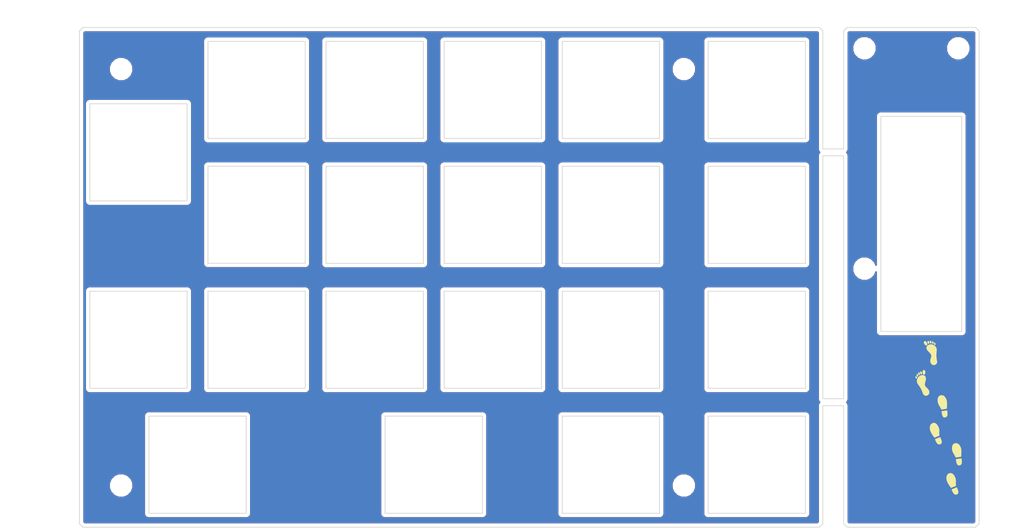
<source format=kicad_pcb>
(kicad_pcb (version 20171130) (host pcbnew "(5.1.5)-3")

  (general
    (thickness 1.6)
    (drawings 118)
    (tracks 0)
    (zones 0)
    (modules 11)
    (nets 1)
  )

  (page A4)
  (layers
    (0 F.Cu signal)
    (31 B.Cu signal)
    (32 B.Adhes user)
    (33 F.Adhes user)
    (34 B.Paste user)
    (35 F.Paste user)
    (36 B.SilkS user)
    (37 F.SilkS user)
    (38 B.Mask user)
    (39 F.Mask user)
    (40 Dwgs.User user)
    (41 Cmts.User user)
    (42 Eco1.User user)
    (43 Eco2.User user)
    (44 Edge.Cuts user)
    (45 Margin user)
    (46 B.CrtYd user)
    (47 F.CrtYd user)
    (48 B.Fab user)
    (49 F.Fab user)
  )

  (setup
    (last_trace_width 0.25)
    (user_trace_width 0.5)
    (trace_clearance 0.2)
    (zone_clearance 0.508)
    (zone_45_only no)
    (trace_min 0.2)
    (via_size 0.8)
    (via_drill 0.4)
    (via_min_size 0.4)
    (via_min_drill 0.3)
    (uvia_size 0.3)
    (uvia_drill 0.1)
    (uvias_allowed no)
    (uvia_min_size 0.2)
    (uvia_min_drill 0.1)
    (edge_width 0.1)
    (segment_width 0.2)
    (pcb_text_width 0.3)
    (pcb_text_size 1.5 1.5)
    (mod_edge_width 0.15)
    (mod_text_size 1 1)
    (mod_text_width 0.15)
    (pad_size 5 5)
    (pad_drill 4.8)
    (pad_to_mask_clearance 0)
    (solder_mask_min_width 0.25)
    (aux_axis_origin 0 0)
    (visible_elements 7FFFFFFF)
    (pcbplotparams
      (layerselection 0x010f0_ffffffff)
      (usegerberextensions false)
      (usegerberattributes false)
      (usegerberadvancedattributes false)
      (creategerberjobfile false)
      (excludeedgelayer true)
      (linewidth 0.100000)
      (plotframeref false)
      (viasonmask false)
      (mode 1)
      (useauxorigin false)
      (hpglpennumber 1)
      (hpglpenspeed 20)
      (hpglpendiameter 15.000000)
      (psnegative false)
      (psa4output false)
      (plotreference true)
      (plotvalue true)
      (plotinvisibletext false)
      (padsonsilk false)
      (subtractmaskfromsilk false)
      (outputformat 1)
      (mirror false)
      (drillshape 0)
      (scaleselection 1)
      (outputdirectory "../../GerberFile/Top-ProMicroCover/Normal/"))
  )

  (net 0 "")

  (net_class Default "これはデフォルトのネット クラスです。"
    (clearance 0.2)
    (trace_width 0.25)
    (via_dia 0.8)
    (via_drill 0.4)
    (uvia_dia 0.3)
    (uvia_drill 0.1)
  )

  (module logos:SettaM (layer F.Cu) (tedit 5C814408) (tstamp 5C64030B)
    (at 176 116.25 270)
    (fp_text reference G*** (at 6.25 -0.2 270) (layer F.SilkS) hide
      (effects (font (size 1.524 1.524) (thickness 0.3)))
    )
    (fp_text value LOGO (at 7 -0.2 270) (layer F.SilkS) hide
      (effects (font (size 1.524 1.524) (thickness 0.3)))
    )
    (fp_poly (pts (xy -5.445211 -0.391678) (xy -5.276506 -0.375391) (xy -5.104781 -0.347049) (xy -4.95171 -0.310039)
      (xy -4.863148 -0.279045) (xy -4.730391 -0.199903) (xy -4.609675 -0.088118) (xy -4.516264 0.039862)
      (xy -4.471363 0.143164) (xy -4.448466 0.265251) (xy -4.436065 0.420926) (xy -4.433917 0.591901)
      (xy -4.441778 0.759888) (xy -4.459404 0.9066) (xy -4.482826 1.003663) (xy -4.579685 1.209826)
      (xy -4.711992 1.383785) (xy -4.872719 1.518934) (xy -5.054841 1.608664) (xy -5.153989 1.634864)
      (xy -5.23043 1.644423) (xy -5.341523 1.652064) (xy -5.475743 1.65768) (xy -5.621568 1.661163)
      (xy -5.767474 1.662407) (xy -5.901939 1.661305) (xy -6.013438 1.657748) (xy -6.090448 1.651631)
      (xy -6.120741 1.643852) (xy -6.12829 1.609626) (xy -6.134394 1.53117) (xy -6.138367 1.420696)
      (xy -6.139556 1.309326) (xy -6.139556 0.993616) (xy -5.923631 0.975363) (xy -5.787383 0.965953)
      (xy -5.644362 0.959362) (xy -5.5348 0.957111) (xy -5.378798 0.938841) (xy -5.264653 0.882965)
      (xy -5.19075 0.787881) (xy -5.155477 0.651991) (xy -5.151778 0.577098) (xy -5.159688 0.484833)
      (xy -5.19126 0.412854) (xy -5.246047 0.345417) (xy -5.303767 0.28859) (xy -5.360206 0.254163)
      (xy -5.43535 0.233366) (xy -5.533445 0.219301) (xy -5.633313 0.204675) (xy -5.710159 0.188599)
      (xy -5.747485 0.174528) (xy -5.747598 0.174414) (xy -5.754797 0.138523) (xy -5.756822 0.059946)
      (xy -5.753587 -0.047786) (xy -5.749479 -0.115333) (xy -5.730334 -0.383444) (xy -5.589223 -0.392523)
      (xy -5.445211 -0.391678)) (layer F.Mask) (width 0.01))
    (fp_poly (pts (xy -6.854942 0.478765) (xy -6.699154 0.483217) (xy -6.592111 0.490924) (xy -6.53 0.502119)
      (xy -6.512089 0.5112) (xy -6.498916 0.54556) (xy -6.489177 0.621325) (xy -6.482643 0.742428)
      (xy -6.479083 0.912799) (xy -6.478223 1.089755) (xy -6.478223 1.634444) (xy -6.783963 1.634444)
      (xy -6.910111 1.632804) (xy -7.014626 1.628363) (xy -7.085069 1.621843) (xy -7.108519 1.61563)
      (xy -7.119619 1.578438) (xy -7.126376 1.505494) (xy -7.127334 1.462245) (xy -7.133049 1.364685)
      (xy -7.147408 1.279413) (xy -7.154357 1.256598) (xy -7.173831 1.218428) (xy -7.205493 1.196017)
      (xy -7.263705 1.184149) (xy -7.362834 1.177605) (xy -7.373079 1.17715) (xy -7.564778 1.168778)
      (xy -7.572702 0.823056) (xy -7.580627 0.477333) (xy -7.063291 0.477333) (xy -6.854942 0.478765)) (layer F.Mask) (width 0.01))
    (fp_poly (pts (xy 7.527055 -1.893164) (xy 7.599077 -1.890879) (xy 7.706415 -1.884986) (xy 7.828145 -1.876663)
      (xy 7.851611 -1.87487) (xy 8.084444 -1.856745) (xy 8.084444 1.295778) (xy 7.973221 1.295778)
      (xy 7.898073 1.302338) (xy 7.849904 1.318632) (xy 7.844555 1.324) (xy 7.857983 1.341898)
      (xy 7.919477 1.351295) (xy 7.956664 1.352222) (xy 8.052782 1.361953) (xy 8.101704 1.395874)
      (xy 8.110029 1.461082) (xy 8.101061 1.507507) (xy 8.091688 1.537755) (xy 8.074895 1.557812)
      (xy 8.040536 1.569772) (xy 7.978461 1.575728) (xy 7.878525 1.577773) (xy 7.759351 1.578)
      (xy 7.435333 1.578) (xy 7.435268 1.034722) (xy 7.435235 1.027667) (xy 7.576444 1.027667)
      (xy 7.599035 1.065083) (xy 7.618777 1.07) (xy 7.656194 1.047409) (xy 7.661111 1.027667)
      (xy 7.886889 1.027667) (xy 7.901208 1.062791) (xy 7.917227 1.064591) (xy 7.946386 1.035455)
      (xy 7.947566 1.027667) (xy 7.925595 0.994575) (xy 7.917227 0.990743) (xy 7.891493 1.004366)
      (xy 7.886889 1.027667) (xy 7.661111 1.027667) (xy 7.63852 0.99025) (xy 7.618777 0.985333)
      (xy 7.581361 1.007924) (xy 7.576444 1.027667) (xy 7.435235 1.027667) (xy 7.43432 0.832498)
      (xy 7.43172 0.593322) (xy 7.42777 0.336653) (xy 7.422771 0.081949) (xy 7.417025 -0.151332)
      (xy 7.416682 -0.163576) (xy 7.39816 -0.818597) (xy 7.198024 -0.826798) (xy 6.997889 -0.835)
      (xy 6.989878 -1.138389) (xy 6.981868 -1.441778) (xy 7.152156 -1.441778) (xy 7.282204 -1.450939)
      (xy 7.366652 -1.484199) (xy 7.414193 -1.550222) (xy 7.433522 -1.657671) (xy 7.435333 -1.724)
      (xy 7.435333 -1.893333) (xy 7.527055 -1.893164)) (layer F.Mask) (width 0.01))
    (fp_poly (pts (xy 5.473889 -1.86459) (xy 5.721226 -1.864193) (xy 5.918546 -1.86248) (xy 6.072273 -1.858343)
      (xy 6.188834 -1.850674) (xy 6.274655 -1.838363) (xy 6.33616 -1.820304) (xy 6.379778 -1.795388)
      (xy 6.411932 -1.762506) (xy 6.439049 -1.720551) (xy 6.452752 -1.695778) (xy 6.471625 -1.656671)
      (xy 6.484919 -1.613813) (xy 6.493145 -1.558079) (xy 6.496812 -1.480343) (xy 6.496428 -1.37148)
      (xy 6.492504 -1.222364) (xy 6.48741 -1.074889) (xy 6.479875 -0.905404) (xy 6.470449 -0.752609)
      (xy 6.459964 -0.626594) (xy 6.44925 -0.53745) (xy 6.439734 -0.496333) (xy 6.42468 -0.469175)
      (xy 6.403952 -0.437698) (xy 6.373558 -0.397206) (xy 6.329506 -0.343003) (xy 6.267804 -0.270392)
      (xy 6.184459 -0.174678) (xy 6.075479 -0.051165) (xy 5.936872 0.104844) (xy 5.764645 0.298046)
      (xy 5.760045 0.303201) (xy 5.624281 0.455828) (xy 5.500568 0.5958) (xy 5.394002 0.717279)
      (xy 5.309681 0.814426) (xy 5.252701 0.881403) (xy 5.228159 0.912371) (xy 5.227979 0.912679)
      (xy 5.232443 0.924995) (xy 5.264755 0.935156) (xy 5.330385 0.943633) (xy 5.434802 0.9509)
      (xy 5.583475 0.95743) (xy 5.781874 0.963695) (xy 5.834727 0.965138) (xy 6.461607 0.981877)
      (xy 6.525137 1.055734) (xy 6.577565 1.156497) (xy 6.586123 1.272689) (xy 6.552819 1.386858)
      (xy 6.47966 1.481552) (xy 6.475777 1.484817) (xy 6.449208 1.494617) (xy 6.392753 1.502616)
      (xy 6.302229 1.508954) (xy 6.17345 1.513771) (xy 6.002233 1.517208) (xy 5.784392 1.519407)
      (xy 5.515745 1.520507) (xy 5.410389 1.520658) (xy 4.387333 1.521556) (xy 4.387333 1.126444)
      (xy 6.278222 1.126444) (xy 6.299698 1.153847) (xy 6.306444 1.154667) (xy 6.333846 1.13319)
      (xy 6.334666 1.126444) (xy 6.31319 1.099042) (xy 6.306444 1.098222) (xy 6.279042 1.119699)
      (xy 6.278222 1.126444) (xy 4.387333 1.126444) (xy 4.387333 0.902551) (xy 4.518518 0.753442)
      (xy 4.570955 0.69532) (xy 4.656126 0.602701) (xy 4.767972 0.482093) (xy 4.900436 0.340002)
      (xy 5.047461 0.182937) (xy 5.20299 0.017403) (xy 5.259351 -0.042431) (xy 5.410817 -0.203813)
      (xy 5.550745 -0.35423) (xy 5.674136 -0.488201) (xy 5.775986 -0.600247) (xy 5.851295 -0.684886)
      (xy 5.89506 -0.736639) (xy 5.903277 -0.747987) (xy 5.921079 -0.808057) (xy 5.932936 -0.904871)
      (xy 5.938111 -1.018969) (xy 5.935869 -1.130893) (xy 5.925475 -1.221183) (xy 5.921767 -1.237167)
      (xy 5.913143 -1.26181) (xy 5.896775 -1.279068) (xy 5.863787 -1.290241) (xy 5.805303 -1.296633)
      (xy 5.712448 -1.299544) (xy 5.576345 -1.300276) (xy 5.491764 -1.300235) (xy 5.342161 -1.298378)
      (xy 5.210886 -1.293566) (xy 5.109162 -1.28645) (xy 5.048213 -1.277681) (xy 5.037831 -1.273899)
      (xy 5.016128 -1.241573) (xy 5.000432 -1.171521) (xy 4.989469 -1.056435) (xy 4.98498 -0.970942)
      (xy 4.976366 -0.841676) (xy 4.963667 -0.742216) (xy 4.94848 -0.683436) (xy 4.941259 -0.673154)
      (xy 4.881679 -0.65594) (xy 4.798145 -0.653404) (xy 4.721364 -0.666152) (xy 4.714197 -0.668686)
      (xy 4.679879 -0.708363) (xy 4.669555 -0.764008) (xy 4.652775 -0.84399) (xy 4.597308 -0.89089)
      (xy 4.514333 -0.910114) (xy 4.429666 -0.919667) (xy 4.421511 -1.216) (xy 4.423216 -1.417509)
      (xy 4.442288 -1.572035) (xy 4.480878 -1.68695) (xy 4.541138 -1.769627) (xy 4.595191 -1.81095)
      (xy 4.624988 -1.826887) (xy 4.660532 -1.839347) (xy 4.708694 -1.848751) (xy 4.776345 -1.855517)
      (xy 4.870358 -1.860065) (xy 4.997602 -1.862815) (xy 5.164951 -1.864186) (xy 5.379275 -1.864597)
      (xy 5.473889 -1.86459)) (layer F.Mask) (width 0.01))
    (fp_poly (pts (xy -3.113262 -0.757934) (xy -3.098587 -0.757668) (xy -2.902548 -0.753645) (xy -2.754685 -0.749164)
      (xy -2.646735 -0.743371) (xy -2.570431 -0.735409) (xy -2.517508 -0.724425) (xy -2.479699 -0.709562)
      (xy -2.449476 -0.690504) (xy -2.373228 -0.620316) (xy -2.319677 -0.532703) (xy -2.285679 -0.417736)
      (xy -2.268088 -0.26549) (xy -2.263697 -0.104091) (xy -2.269389 0.09052) (xy -2.288933 0.236757)
      (xy -2.324408 0.341448) (xy -2.377895 0.411422) (xy -2.431022 0.445201) (xy -2.489763 0.458275)
      (xy -2.597735 0.46828) (xy -2.747785 0.474773) (xy -2.932761 0.477314) (xy -2.951773 0.477333)
      (xy -3.402 0.477333) (xy -3.402 0.283069) (xy -3.401136 0.194589) (xy -3.392868 0.132556)
      (xy -3.368688 0.092263) (xy -3.320084 0.069) (xy -3.238547 0.058057) (xy -3.115565 0.054725)
      (xy -2.988742 0.054385) (xy -2.850539 0.053112) (xy -2.759138 0.045574) (xy -2.704898 0.025525)
      (xy -2.678176 -0.013278) (xy -2.66933 -0.077081) (xy -2.668655 -0.152919) (xy -2.670714 -0.228175)
      (xy -2.681759 -0.281881) (xy -2.710054 -0.318013) (xy -2.763866 -0.34055) (xy -2.851457 -0.353468)
      (xy -2.981094 -0.360743) (xy -3.109048 -0.364836) (xy -3.265673 -0.368744) (xy -3.375509 -0.36916)
      (xy -3.448152 -0.365184) (xy -3.493198 -0.355917) (xy -3.520244 -0.34046) (xy -3.533939 -0.325019)
      (xy -3.548501 -0.288993) (xy -3.558779 -0.222624) (xy -3.565181 -0.119385) (xy -3.568113 0.027247)
      (xy -3.567995 0.221672) (xy -3.565888 0.389523) (xy -3.562148 0.543171) (xy -3.557189 0.671429)
      (xy -3.55142 0.763106) (xy -3.546652 0.801889) (xy -3.528648 0.886556) (xy -3.021 0.914778)
      (xy -3.021 1.338111) (xy -3.331445 1.344998) (xy -3.484811 1.346205) (xy -3.594457 1.341048)
      (xy -3.672876 1.328298) (xy -3.732559 1.306726) (xy -3.735598 1.305233) (xy -3.816994 1.255446)
      (xy -3.882445 1.191632) (xy -3.933354 1.107938) (xy -3.971123 0.998512) (xy -3.997155 0.857502)
      (xy -4.012851 0.679057) (xy -4.019615 0.457323) (xy -4.018848 0.186449) (xy -4.017934 0.127044)
      (xy -4.014384 -0.061415) (xy -4.010298 -0.202783) (xy -4.004556 -0.306411) (xy -3.996034 -0.381649)
      (xy -3.983611 -0.437849) (xy -3.966166 -0.484359) (xy -3.942576 -0.530532) (xy -3.938071 -0.538667)
      (xy -3.894879 -0.610427) (xy -3.850095 -0.665465) (xy -3.795957 -0.705807) (xy -3.724701 -0.733476)
      (xy -3.628566 -0.750498) (xy -3.49979 -0.758899) (xy -3.330609 -0.760703) (xy -3.113262 -0.757934)) (layer F.Mask) (width 0.01))
    (fp_poly (pts (xy -2.244889 0.981789) (xy -2.246543 1.106277) (xy -2.250992 1.212416) (xy -2.257467 1.285568)
      (xy -2.26202 1.307581) (xy -2.279453 1.328307) (xy -2.319269 1.341654) (xy -2.391405 1.349066)
      (xy -2.505801 1.351987) (xy -2.569176 1.352222) (xy -2.859203 1.352222) (xy -2.878164 1.175159)
      (xy -2.887356 1.048706) (xy -2.879786 0.967192) (xy -2.851657 0.920622) (xy -2.79917 0.899001)
      (xy -2.771777 0.89522) (xy -2.706258 0.879381) (xy -2.676096 0.837039) (xy -2.668155 0.801889)
      (xy -2.658475 0.758163) (xy -2.639359 0.732288) (xy -2.597849 0.718761) (xy -2.520986 0.712076)
      (xy -2.44931 0.70893) (xy -2.244889 0.700638) (xy -2.244889 0.981789)) (layer F.Mask) (width 0.01))
    (fp_poly (pts (xy -1.182293 0.025552) (xy -1.084644 0.030876) (xy -1.073077 0.031396) (xy -0.876111 0.039889)
      (xy -0.876111 1.338111) (xy -1.134866 1.346195) (xy -1.250135 1.347106) (xy -1.342733 1.342789)
      (xy -1.399166 1.334116) (xy -1.409577 1.32846) (xy -1.413429 1.293841) (xy -1.415332 1.211283)
      (xy -1.415314 1.089255) (xy -1.413403 0.936227) (xy -1.40963 0.760669) (xy -1.407365 0.677725)
      (xy -1.401759 0.467676) (xy -1.396474 0.307417) (xy -1.388132 0.190413) (xy -1.373354 0.110131)
      (xy -1.348761 0.060037) (xy -1.310972 0.033599) (xy -1.256609 0.024282) (xy -1.182293 0.025552)) (layer F.Mask) (width 0.01))
    (fp_poly (pts (xy 1.043 1.338111) (xy 0.781467 1.346232) (xy 0.649333 1.348152) (xy 0.564765 1.343438)
      (xy 0.519174 1.331168) (xy 0.505463 1.316641) (xy 0.502196 1.278392) (xy 0.501156 1.192468)
      (xy 0.502243 1.067589) (xy 0.505358 0.912477) (xy 0.5104 0.735851) (xy 0.512996 0.659409)
      (xy 0.535 0.039889) (xy 1.043 0.039889) (xy 1.043 1.338111)) (layer F.Mask) (width 0.01))
    (fp_poly (pts (xy 3.083242 -0.150611) (xy 3.075 0.068111) (xy 2.397666 0.096333) (xy 2.389744 0.459286)
      (xy 2.388561 0.640756) (xy 2.394001 0.769689) (xy 2.405978 0.844644) (xy 2.413643 0.860581)
      (xy 2.450092 0.879623) (xy 2.526904 0.89336) (xy 2.649912 0.902543) (xy 2.774343 0.90685)
      (xy 3.103222 0.914778) (xy 3.11167 1.109807) (xy 3.112388 1.230333) (xy 3.101244 1.30191)
      (xy 3.083448 1.328097) (xy 3.04261 1.336852) (xy 2.957252 1.344127) (xy 2.839296 1.349229)
      (xy 2.700662 1.351469) (xy 2.679889 1.351514) (xy 2.523591 1.350557) (xy 2.410359 1.34635)
      (xy 2.32683 1.33713) (xy 2.259644 1.321129) (xy 2.195442 1.296581) (xy 2.167077 1.283729)
      (xy 2.080702 1.236237) (xy 2.014391 1.186657) (xy 1.990688 1.15886) (xy 1.979798 1.109006)
      (xy 1.971133 1.006755) (xy 1.964871 0.856117) (xy 1.96119 0.661101) (xy 1.960222 0.469997)
      (xy 1.960394 0.265391) (xy 1.961377 0.109672) (xy 1.963868 -0.004718) (xy 1.968564 -0.085337)
      (xy 1.976164 -0.139743) (xy 1.987365 -0.175492) (xy 2.002866 -0.200144) (xy 2.023363 -0.221256)
      (xy 2.024107 -0.221956) (xy 2.093099 -0.277504) (xy 2.170635 -0.317648) (xy 2.26692 -0.344634)
      (xy 2.392159 -0.360706) (xy 2.556559 -0.368107) (xy 2.69428 -0.369333) (xy 3.091485 -0.369333)
      (xy 3.083242 -0.150611)) (layer F.Mask) (width 0.01))
    (fp_poly (pts (xy 3.681777 0.753911) (xy 3.694176 0.851744) (xy 3.737476 0.906645) (xy 3.820831 0.927768)
      (xy 3.856755 0.928889) (xy 3.964 0.928889) (xy 3.964 1.352222) (xy 3.601814 1.352222)
      (xy 3.464151 1.350832) (xy 3.3475 1.347033) (xy 3.263149 1.341383) (xy 3.222388 1.334439)
      (xy 3.220814 1.333407) (xy 3.209654 1.294174) (xy 3.203084 1.213401) (xy 3.200764 1.105782)
      (xy 3.202357 0.986005) (xy 3.207523 0.868762) (xy 3.215924 0.768743) (xy 3.227221 0.700639)
      (xy 3.235866 0.680533) (xy 3.282904 0.662095) (xy 3.373059 0.650218) (xy 3.475755 0.646667)
      (xy 3.681777 0.646667) (xy 3.681777 0.753911)) (layer F.Mask) (width 0.01))
    (fp_poly (pts (xy 3.125845 -0.905072) (xy 3.270917 -0.90068) (xy 3.274894 -0.900547) (xy 3.429354 -0.894013)
      (xy 3.537314 -0.885458) (xy 3.608719 -0.873373) (xy 3.653512 -0.856248) (xy 3.675005 -0.839811)
      (xy 3.69119 -0.818037) (xy 3.703697 -0.784276) (xy 3.713147 -0.731243) (xy 3.720159 -0.651656)
      (xy 3.725352 -0.538229) (xy 3.729347 -0.383678) (xy 3.732762 -0.18072) (xy 3.733106 -0.156714)
      (xy 3.742102 0.477333) (xy 3.258444 0.477333) (xy 3.255631 0.089278) (xy 3.253808 -0.094656)
      (xy 3.249486 -0.230007) (xy 3.239802 -0.324637) (xy 3.221891 -0.386404) (xy 3.192891 -0.42317)
      (xy 3.149936 -0.442796) (xy 3.090163 -0.453142) (xy 3.056637 -0.456905) (xy 2.937401 -0.474264)
      (xy 2.868028 -0.496616) (xy 2.841972 -0.526949) (xy 2.845516 -0.553297) (xy 2.836812 -0.594063)
      (xy 2.819218 -0.606001) (xy 2.784601 -0.645085) (xy 2.78259 -0.711033) (xy 2.810795 -0.786421)
      (xy 2.851278 -0.839621) (xy 2.883366 -0.869729) (xy 2.915682 -0.889719) (xy 2.959412 -0.9012)
      (xy 3.025738 -0.905782) (xy 3.125845 -0.905072)) (layer F.Mask) (width 0.01))
    (fp_poly (pts (xy -5.963101 -1.833867) (xy -5.927889 -1.833797) (xy -5.640381 -1.832865) (xy -5.403905 -1.831038)
      (xy -5.213051 -1.827833) (xy -5.062408 -1.822767) (xy -4.946565 -1.815357) (xy -4.860113 -1.80512)
      (xy -4.79764 -1.791572) (xy -4.753735 -1.77423) (xy -4.722989 -1.752612) (xy -4.699991 -1.726233)
      (xy -4.698393 -1.724) (xy -4.640545 -1.621213) (xy -4.63074 -1.541092) (xy -4.663735 -1.482297)
      (xy -4.694215 -1.44063) (xy -4.678804 -1.420527) (xy -4.647496 -1.386144) (xy -4.651457 -1.329233)
      (xy -4.688478 -1.269473) (xy -4.696646 -1.261571) (xy -4.717317 -1.247986) (xy -4.750384 -1.236718)
      (xy -4.801795 -1.227317) (xy -4.877494 -1.219338) (xy -4.983427 -1.212332) (xy -5.125542 -1.205853)
      (xy -5.309783 -1.199452) (xy -5.542096 -1.192684) (xy -5.65164 -1.189724) (xy -5.927548 -1.182076)
      (xy -6.152678 -1.174291) (xy -6.332684 -1.16491) (xy -6.473217 -1.152471) (xy -6.57993 -1.135515)
      (xy -6.658476 -1.112582) (xy -6.714505 -1.082211) (xy -6.753672 -1.042943) (xy -6.781626 -0.993317)
      (xy -6.804022 -0.931874) (xy -6.817171 -0.88863) (xy -6.835345 -0.809521) (xy -6.831479 -0.743948)
      (xy -6.80291 -0.663355) (xy -6.794337 -0.643689) (xy -6.737431 -0.546408) (xy -6.66049 -0.478861)
      (xy -6.552821 -0.435337) (xy -6.403735 -0.410122) (xy -6.347935 -0.405168) (xy -6.139556 -0.389409)
      (xy -6.139355 -0.287649) (xy -6.136516 -0.204962) (xy -6.129342 -0.09289) (xy -6.121163 0.004611)
      (xy -6.103172 0.195111) (xy -6.368308 0.19159) (xy -6.505816 0.187616) (xy -6.640903 0.180102)
      (xy -6.750473 0.170439) (xy -6.777739 0.166922) (xy -6.987585 0.122822) (xy -7.153946 0.05649)
      (xy -7.286872 -0.036412) (xy -7.318138 -0.066414) (xy -7.415806 -0.18309) (xy -7.481802 -0.307496)
      (xy -7.522062 -0.455067) (xy -7.54252 -0.641238) (xy -7.543114 -0.651556) (xy -7.537342 -0.932511)
      (xy -7.487347 -1.180386) (xy -7.393709 -1.394063) (xy -7.364351 -1.43237) (xy -4.916593 -1.43237)
      (xy -4.912719 -1.415592) (xy -4.897778 -1.413556) (xy -4.874548 -1.423882) (xy -4.878963 -1.43237)
      (xy -4.912457 -1.435748) (xy -4.916593 -1.43237) (xy -7.364351 -1.43237) (xy -7.25701 -1.572426)
      (xy -7.172545 -1.639333) (xy -5.151778 -1.639333) (xy -5.130302 -1.611931) (xy -5.123556 -1.611111)
      (xy -5.096154 -1.632588) (xy -5.095334 -1.639333) (xy -5.11681 -1.666736) (xy -5.123556 -1.667556)
      (xy -5.150958 -1.646079) (xy -5.151778 -1.639333) (xy -7.172545 -1.639333) (xy -7.077832 -1.714357)
      (xy -6.956379 -1.778772) (xy -6.918564 -1.79457) (xy -6.878036 -1.807125) (xy -6.828185 -1.816788)
      (xy -6.7624 -1.823914) (xy -6.67407 -1.828857) (xy -6.556586 -1.83197) (xy -6.403337 -1.833607)
      (xy -6.207712 -1.834121) (xy -5.963101 -1.833867)) (layer F.Mask) (width 0.01))
    (fp_poly (pts (xy -1.03714 -0.961042) (xy -0.965831 -0.953694) (xy -0.917092 -0.931757) (xy -0.886631 -0.887469)
      (xy -0.870157 -0.813065) (xy -0.863377 -0.700779) (xy -0.862 -0.542847) (xy -0.862 -0.030667)
      (xy -1.851976 -0.030667) (xy -1.843821 -0.277611) (xy -1.835667 -0.524556) (xy -1.631391 -0.532841)
      (xy -1.506302 -0.543248) (xy -1.427841 -0.568319) (xy -1.38645 -0.617276) (xy -1.372577 -0.699341)
      (xy -1.374108 -0.781144) (xy -1.372436 -0.867587) (xy -1.349824 -0.921226) (xy -1.296236 -0.949644)
      (xy -1.201637 -0.960423) (xy -1.135312 -0.961568) (xy -1.03714 -0.961042)) (layer F.Mask) (width 0.01))
    (fp_poly (pts (xy -0.586834 -0.504488) (xy -0.339889 -0.496333) (xy -0.339889 -0.044778) (xy -0.586834 -0.036624)
      (xy -0.833778 -0.028469) (xy -0.833778 -0.512642) (xy -0.586834 -0.504488)) (layer F.Mask) (width 0.01))
    (fp_poly (pts (xy 0.879638 -0.960603) (xy 0.959323 -0.951716) (xy 0.984247 -0.944869) (xy 1.001308 -0.931148)
      (xy 1.013483 -0.899752) (xy 1.021551 -0.842583) (xy 1.026285 -0.751544) (xy 1.028464 -0.618538)
      (xy 1.028889 -0.479203) (xy 1.028889 -0.030667) (xy 0.069333 -0.030667) (xy 0.069333 -0.538667)
      (xy 0.27798 -0.538667) (xy 0.395056 -0.541096) (xy 0.466795 -0.555152) (xy 0.504287 -0.590992)
      (xy 0.518621 -0.658768) (xy 0.520889 -0.761108) (xy 0.52768 -0.847655) (xy 0.544846 -0.912374)
      (xy 0.554755 -0.928133) (xy 0.598983 -0.944976) (xy 0.680511 -0.956494) (xy 0.780382 -0.961949)
      (xy 0.879638 -0.960603)) (layer F.Mask) (width 0.01))
    (fp_poly (pts (xy 1.565111 -0.030667) (xy 1.085333 -0.030667) (xy 1.085333 -0.510444) (xy 1.565111 -0.510444)
      (xy 1.565111 -0.030667)) (layer F.Mask) (width 0.01))
  )

  (module Mounting_Holes:MountingHole_2.2mm_M2 (layer F.Cu) (tedit 5C60569B) (tstamp 5C4DEF45)
    (at 176 92.75 90)
    (descr "Mounting Hole 2.2mm, no annular, M2")
    (tags "mounting hole 2.2mm no annular m2")
    (attr virtual)
    (fp_text reference REF** (at 0 -3.2 90) (layer F.SilkS) hide
      (effects (font (size 1 1) (thickness 0.15)))
    )
    (fp_text value MountingHole_2.2mm_M2 (at 0 3.2 90) (layer F.Fab)
      (effects (font (size 1 1) (thickness 0.15)))
    )
    (fp_circle (center 0 0) (end 2.45 0) (layer F.CrtYd) (width 0.05))
    (fp_circle (center 0 0) (end 2.2 0) (layer Cmts.User) (width 0.15))
    (fp_text user %R (at 0.3 0 90) (layer F.Fab)
      (effects (font (size 1 1) (thickness 0.15)))
    )
    (pad 1 np_thru_hole circle (at 0 0 90) (size 2.2 2.2) (drill 2.2) (layers *.Cu *.Mask))
  )

  (module Mounting_Holes:MountingHole_2.2mm_M2 (layer F.Cu) (tedit 56D1B4CB) (tstamp 5C4DEF63)
    (at 176 61)
    (descr "Mounting Hole 2.2mm, no annular, M2")
    (tags "mounting hole 2.2mm no annular m2")
    (attr virtual)
    (fp_text reference REF** (at 0 -3.2) (layer F.SilkS) hide
      (effects (font (size 1 1) (thickness 0.15)))
    )
    (fp_text value MountingHole_2.2mm_M2 (at 0 3.2) (layer F.Fab)
      (effects (font (size 1 1) (thickness 0.15)))
    )
    (fp_circle (center 0 0) (end 2.45 0) (layer F.CrtYd) (width 0.05))
    (fp_circle (center 0 0) (end 2.2 0) (layer Cmts.User) (width 0.15))
    (fp_text user %R (at 0.3 0) (layer F.Fab)
      (effects (font (size 1 1) (thickness 0.15)))
    )
    (pad 1 np_thru_hole circle (at 0 0) (size 2.2 2.2) (drill 2.2) (layers *.Cu *.Mask))
  )

  (module Mounting_Holes:MountingHole_2.2mm_M2 (layer F.Cu) (tedit 56D1B4CB) (tstamp 5C4DEF6F)
    (at 189.5 61)
    (descr "Mounting Hole 2.2mm, no annular, M2")
    (tags "mounting hole 2.2mm no annular m2")
    (attr virtual)
    (fp_text reference REF** (at 0 -3.2) (layer F.SilkS) hide
      (effects (font (size 1 1) (thickness 0.15)))
    )
    (fp_text value MountingHole_2.2mm_M2 (at 0 3.2) (layer F.Fab)
      (effects (font (size 1 1) (thickness 0.15)))
    )
    (fp_circle (center 0 0) (end 2.45 0) (layer F.CrtYd) (width 0.05))
    (fp_circle (center 0 0) (end 2.2 0) (layer Cmts.User) (width 0.15))
    (fp_text user %R (at 0.3 0) (layer F.Fab)
      (effects (font (size 1 1) (thickness 0.15)))
    )
    (pad 1 np_thru_hole circle (at 0 0) (size 2.2 2.2) (drill 2.2) (layers *.Cu *.Mask))
  )

  (module Mounting_Holes:MountingHole_2.2mm_M2 (layer F.Cu) (tedit 5C60692D) (tstamp 5C6068B5)
    (at 150 64)
    (descr "Mounting Hole 2.2mm, no annular, M2")
    (tags "mounting hole 2.2mm no annular m2")
    (attr virtual)
    (fp_text reference REF** (at 0 -3.2) (layer F.SilkS) hide
      (effects (font (size 1 1) (thickness 0.15)))
    )
    (fp_text value MountingHole_2.2mm_M2 (at 0 3.2) (layer F.Fab)
      (effects (font (size 1 1) (thickness 0.15)))
    )
    (fp_text user %R (at 0.3 0) (layer F.Fab)
      (effects (font (size 1 1) (thickness 0.15)))
    )
    (fp_circle (center 0 0) (end 2.2 0) (layer Cmts.User) (width 0.15))
    (fp_circle (center 0 0) (end 2.45 0) (layer F.CrtYd) (width 0.05))
    (pad 1 np_thru_hole circle (at 0 0) (size 2.2 2.2) (drill 2.2) (layers *.Cu *.Mask))
  )

  (module Mounting_Holes:MountingHole_2.2mm_M2 (layer F.Cu) (tedit 5C606934) (tstamp 5C6068D3)
    (at 150 124)
    (descr "Mounting Hole 2.2mm, no annular, M2")
    (tags "mounting hole 2.2mm no annular m2")
    (attr virtual)
    (fp_text reference REF** (at 0 -3.2) (layer F.SilkS) hide
      (effects (font (size 1 1) (thickness 0.15)))
    )
    (fp_text value MountingHole_2.2mm_M2 (at 0 3.2) (layer F.Fab)
      (effects (font (size 1 1) (thickness 0.15)))
    )
    (fp_text user %R (at 0.3 0) (layer F.Fab)
      (effects (font (size 1 1) (thickness 0.15)))
    )
    (fp_circle (center 0 0) (end 2.2 0) (layer Cmts.User) (width 0.15))
    (fp_circle (center 0 0) (end 2.45 0) (layer F.CrtYd) (width 0.05))
    (pad 1 np_thru_hole circle (at 0 0) (size 2.2 2.2) (drill 2.2) (layers *.Cu *.Mask))
  )

  (module Mounting_Holes:MountingHole_2.2mm_M2 (layer F.Cu) (tedit 5C606939) (tstamp 5C60690C)
    (at 69 124)
    (descr "Mounting Hole 2.2mm, no annular, M2")
    (tags "mounting hole 2.2mm no annular m2")
    (attr virtual)
    (fp_text reference REF** (at 0 -3.2) (layer F.SilkS) hide
      (effects (font (size 1 1) (thickness 0.15)))
    )
    (fp_text value MountingHole_2.2mm_M2 (at 0 3.2) (layer F.Fab)
      (effects (font (size 1 1) (thickness 0.15)))
    )
    (fp_text user %R (at 0.3 0) (layer F.Fab)
      (effects (font (size 1 1) (thickness 0.15)))
    )
    (fp_circle (center 0 0) (end 2.2 0) (layer Cmts.User) (width 0.15))
    (fp_circle (center 0 0) (end 2.45 0) (layer F.CrtYd) (width 0.05))
    (pad 1 np_thru_hole circle (at 0 0) (size 2.2 2.2) (drill 2.2) (layers *.Cu *.Mask))
  )

  (module Mounting_Holes:MountingHole_2.2mm_M2 (layer F.Cu) (tedit 5C606940) (tstamp 5C60692A)
    (at 69 64)
    (descr "Mounting Hole 2.2mm, no annular, M2")
    (tags "mounting hole 2.2mm no annular m2")
    (attr virtual)
    (fp_text reference REF** (at 0 -3.2) (layer F.SilkS) hide
      (effects (font (size 1 1) (thickness 0.15)))
    )
    (fp_text value MountingHole_2.2mm_M2 (at 0 3.2) (layer F.Fab)
      (effects (font (size 1 1) (thickness 0.15)))
    )
    (fp_text user %R (at 0.3 0) (layer F.Fab)
      (effects (font (size 1 1) (thickness 0.15)))
    )
    (fp_circle (center 0 0) (end 2.2 0) (layer Cmts.User) (width 0.15))
    (fp_circle (center 0 0) (end 2.45 0) (layer F.CrtYd) (width 0.05))
    (pad 1 np_thru_hole circle (at 0 0) (size 2.2 2.2) (drill 2.2) (layers *.Cu *.Mask))
  )

  (module logos:Setta_logo (layer F.Cu) (tedit 0) (tstamp 5C62C44B)
    (at 149.85 109.95 270)
    (fp_text reference G*** (at 0 0 270) (layer F.SilkS) hide
      (effects (font (size 1.524 1.524) (thickness 0.3)))
    )
    (fp_text value LOGO (at 0.75 0 270) (layer F.SilkS) hide
      (effects (font (size 1.524 1.524) (thickness 0.3)))
    )
    (fp_poly (pts (xy -2.16685 -0.964265) (xy -2.095191 -0.958431) (xy -2.041428 -0.9478) (xy -2.015517 -0.934721)
      (xy -1.999302 -0.912979) (xy -2.000517 -0.888069) (xy -2.020077 -0.846592) (xy -2.021743 -0.843489)
      (xy -2.055857 -0.780143) (xy -2.184536 -0.781524) (xy -2.25812 -0.785258) (xy -2.3247 -0.793669)
      (xy -2.367643 -0.804244) (xy -2.445529 -0.838889) (xy -2.50346 -0.872937) (xy -2.535518 -0.90259)
      (xy -2.54 -0.914899) (xy -2.523197 -0.931711) (xy -2.477938 -0.945479) (xy -2.411949 -0.95591)
      (xy -2.332954 -0.962713) (xy -2.248679 -0.965595) (xy -2.16685 -0.964265)) (layer F.Mask) (width 0.01))
    (fp_poly (pts (xy -3.155378 -0.845563) (xy -3.136973 -0.83613) (xy -3.126154 -0.823797) (xy -3.102643 -0.773213)
      (xy -3.113515 -0.733395) (xy -3.158385 -0.704723) (xy -3.236869 -0.687578) (xy -3.266603 -0.684762)
      (xy -3.338546 -0.681936) (xy -3.392367 -0.68846) (xy -3.445736 -0.707721) (xy -3.484317 -0.726509)
      (xy -3.583214 -0.776967) (xy -3.533019 -0.796364) (xy -3.492587 -0.807254) (xy -3.427549 -0.819745)
      (xy -3.349396 -0.831734) (xy -3.316352 -0.836002) (xy -3.237227 -0.844996) (xy -3.186182 -0.84835)
      (xy -3.155378 -0.845563)) (layer F.Mask) (width 0.01))
    (fp_poly (pts (xy -3.148888 -0.517493) (xy -3.138714 -0.498929) (xy -3.153237 -0.474876) (xy -3.165929 -0.471715)
      (xy -3.190196 -0.45951) (xy -3.193421 -0.449036) (xy -3.201756 -0.415701) (xy -3.229867 -0.390827)
      (xy -3.283844 -0.370616) (xy -3.340657 -0.357127) (xy -3.45945 -0.332226) (xy -3.58214 -0.394079)
      (xy -3.639533 -0.424319) (xy -3.680511 -0.448439) (xy -3.697715 -0.462037) (xy -3.697633 -0.463129)
      (xy -3.677592 -0.468186) (xy -3.629486 -0.476024) (xy -3.561338 -0.485651) (xy -3.481173 -0.496071)
      (xy -3.397013 -0.50629) (xy -3.316883 -0.515313) (xy -3.248806 -0.522147) (xy -3.200806 -0.525797)
      (xy -3.189149 -0.526143) (xy -3.148888 -0.517493)) (layer F.Mask) (width 0.01))
    (fp_poly (pts (xy -2.472416 -0.499306) (xy -2.449419 -0.489929) (xy -2.406861 -0.481163) (xy -2.337104 -0.483295)
      (xy -2.303174 -0.48724) (xy -2.205226 -0.493193) (xy -2.112949 -0.485463) (xy -2.036623 -0.465609)
      (xy -1.991472 -0.439935) (xy -1.971849 -0.401705) (xy -1.973175 -0.353021) (xy -1.993913 -0.311908)
      (xy -2.003044 -0.304171) (xy -2.048071 -0.291127) (xy -2.117433 -0.291243) (xy -2.20213 -0.30335)
      (xy -2.293162 -0.326274) (xy -2.363046 -0.351022) (xy -2.434454 -0.3818) (xy -2.477549 -0.405649)
      (xy -2.498536 -0.42683) (xy -2.503653 -0.447524) (xy -2.512948 -0.482875) (xy -2.526393 -0.495985)
      (xy -2.531977 -0.503895) (xy -2.516129 -0.506568) (xy -2.472416 -0.499306)) (layer F.Mask) (width 0.01))
    (fp_poly (pts (xy -2.249371 -2.024005) (xy -2.1644 -2.017743) (xy -2.092237 -2.007849) (xy -2.040056 -1.994554)
      (xy -2.015031 -1.97809) (xy -2.013857 -1.973376) (xy -2.021293 -1.952627) (xy -2.046469 -1.918278)
      (xy -2.090964 -1.867414) (xy -2.114992 -1.835441) (xy -2.122714 -1.816639) (xy -2.139628 -1.808463)
      (xy -2.186141 -1.79666) (xy -2.25591 -1.782582) (xy -2.342591 -1.767582) (xy -2.38125 -1.761525)
      (xy -2.477894 -1.746687) (xy -2.565064 -1.733048) (xy -2.634807 -1.72187) (xy -2.679171 -1.714418)
      (xy -2.686721 -1.713023) (xy -2.708981 -1.70729) (xy -2.722731 -1.695785) (xy -2.729952 -1.671107)
      (xy -2.732624 -1.625854) (xy -2.732728 -1.552627) (xy -2.73266 -1.541351) (xy -2.73101 -1.469631)
      (xy -2.727429 -1.41409) (xy -2.722551 -1.382844) (xy -2.719951 -1.378858) (xy -2.696726 -1.381985)
      (xy -2.650404 -1.389967) (xy -2.618152 -1.395942) (xy -2.494857 -1.415571) (xy -2.342553 -1.433715)
      (xy -2.168505 -1.449778) (xy -1.97998 -1.463163) (xy -1.784243 -1.473274) (xy -1.604325 -1.479165)
      (xy -1.194545 -1.488613) (xy -0.990249 -1.379638) (xy -0.90344 -1.332405) (xy -0.843019 -1.296434)
      (xy -0.802801 -1.266994) (xy -0.776602 -1.239354) (xy -0.75824 -1.208782) (xy -0.753351 -1.198365)
      (xy -0.73404 -1.151146) (xy -0.730764 -1.120884) (xy -0.743197 -1.092146) (xy -0.750864 -1.080105)
      (xy -0.780983 -1.047178) (xy -0.80908 -1.034143) (xy -0.838432 -1.02542) (xy -0.885964 -1.003635)
      (xy -0.939348 -0.975369) (xy -0.986254 -0.9472) (xy -1.014353 -0.925709) (xy -1.016 -0.923724)
      (xy -1.039378 -0.911402) (xy -1.087903 -0.895895) (xy -1.150889 -0.879744) (xy -1.217653 -0.86549)
      (xy -1.277509 -0.855673) (xy -1.314607 -0.852715) (xy -1.373149 -0.8601) (xy -1.434963 -0.878067)
      (xy -1.439559 -0.879929) (xy -1.495891 -0.898233) (xy -1.547527 -0.907011) (xy -1.552573 -0.907143)
      (xy -1.585971 -0.911767) (xy -1.59078 -0.92985) (xy -1.587672 -0.938893) (xy -1.577122 -0.977691)
      (xy -1.566276 -1.037232) (xy -1.556527 -1.106302) (xy -1.549268 -1.173685) (xy -1.545891 -1.228164)
      (xy -1.547789 -1.258523) (xy -1.547937 -1.25893) (xy -1.563007 -1.276853) (xy -1.594865 -1.288661)
      (xy -1.647763 -1.294682) (xy -1.725953 -1.295246) (xy -1.833685 -1.290685) (xy -1.902259 -1.286432)
      (xy -2.17984 -1.259803) (xy -2.437945 -1.218644) (xy -2.589081 -1.185212) (xy -2.701663 -1.15714)
      (xy -2.7109 -1.082034) (xy -2.718079 -1.020329) (xy -2.726432 -0.943867) (xy -2.731201 -0.898072)
      (xy -2.73783 -0.843908) (xy -2.749229 -0.762377) (xy -2.764155 -0.661894) (xy -2.781365 -0.550875)
      (xy -2.795347 -0.463784) (xy -2.812306 -0.359038) (xy -2.827023 -0.266654) (xy -2.838567 -0.192601)
      (xy -2.846008 -0.142843) (xy -2.848429 -0.123606) (xy -2.860595 -0.109833) (xy -2.893803 -0.121167)
      (xy -2.901991 -0.126081) (xy -2.931351 -0.136484) (xy -2.94135 -0.134708) (xy -2.954386 -0.144822)
      (xy -2.971106 -0.179871) (xy -2.976331 -0.194869) (xy -2.995081 -0.244943) (xy -3.013335 -0.281529)
      (xy -3.016378 -0.285844) (xy -3.02548 -0.320365) (xy -3.024254 -0.383778) (xy -3.013142 -0.470324)
      (xy -2.995228 -0.562429) (xy -2.989526 -0.6078) (xy -2.98661 -0.673537) (xy -2.986193 -0.751715)
      (xy -2.987992 -0.834411) (xy -2.99172 -0.9137) (xy -2.997093 -0.981659) (xy -3.003825 -1.030364)
      (xy -3.01163 -1.051891) (xy -3.012862 -1.052286) (xy -3.035277 -1.047882) (xy -3.084426 -1.03603)
      (xy -3.152021 -1.018774) (xy -3.199015 -1.006402) (xy -3.371407 -0.960518) (xy -3.438314 -1.005922)
      (xy -3.517762 -1.049707) (xy -3.588342 -1.063206) (xy -3.660002 -1.047159) (xy -3.704056 -1.025685)
      (xy -3.780144 -0.975224) (xy -3.823753 -0.924069) (xy -3.83825 -0.865877) (xy -3.827 -0.794303)
      (xy -3.82693 -0.794058) (xy -3.820561 -0.744689) (xy -3.830376 -0.685292) (xy -3.845858 -0.636096)
      (xy -3.868116 -0.567605) (xy -3.893759 -0.481468) (xy -3.917565 -0.39529) (xy -3.919519 -0.387824)
      (xy -3.941628 -0.310323) (xy -3.961375 -0.261133) (xy -3.982407 -0.232778) (xy -4.00104 -0.22077)
      (xy -4.025214 -0.213146) (xy -4.047872 -0.218323) (xy -4.076402 -0.240924) (xy -4.118193 -0.285577)
      (xy -4.135016 -0.304644) (xy -4.207507 -0.400692) (xy -4.247127 -0.487951) (xy -4.254945 -0.570453)
      (xy -4.232035 -0.652234) (xy -4.229032 -0.658608) (xy -4.194988 -0.764535) (xy -4.192721 -0.870408)
      (xy -4.221932 -0.968429) (xy -4.242341 -1.00366) (xy -4.28308 -1.064848) (xy -4.303113 -1.099746)
      (xy -4.302482 -1.111835) (xy -4.281231 -1.104594) (xy -4.243313 -1.083742) (xy -4.182793 -1.053706)
      (xy -4.10578 -1.021553) (xy -4.041513 -0.998501) (xy -3.919241 -0.958741) (xy -3.785928 -1.069014)
      (xy -3.72315 -1.120182) (xy -3.678456 -1.152419) (xy -3.642114 -1.170098) (xy -3.604395 -1.177589)
      (xy -3.555568 -1.179264) (xy -3.540472 -1.179286) (xy -3.457178 -1.185715) (xy -3.357765 -1.20607)
      (xy -3.234516 -1.241951) (xy -3.227485 -1.244215) (xy -3.141491 -1.272579) (xy -3.084737 -1.293441)
      (xy -3.051735 -1.30981) (xy -3.036994 -1.324696) (xy -3.035027 -1.341107) (xy -3.036607 -1.348852)
      (xy -3.04595 -1.388887) (xy -3.059054 -1.448288) (xy -3.067548 -1.48803) (xy -3.086015 -1.561612)
      (xy -3.106488 -1.605775) (xy -3.133856 -1.627272) (xy -3.172395 -1.632858) (xy -3.214708 -1.640648)
      (xy -3.2741 -1.661267) (xy -3.342288 -1.690585) (xy -3.410991 -1.724474) (xy -3.471928 -1.758804)
      (xy -3.516817 -1.789447) (xy -3.537377 -1.812274) (xy -3.537857 -1.815067) (xy -3.520918 -1.836315)
      (xy -3.474659 -1.858899) (xy -3.405919 -1.881121) (xy -3.321538 -1.901283) (xy -3.228355 -1.917686)
      (xy -3.133208 -1.928633) (xy -3.066143 -1.932209) (xy -2.92845 -1.937946) (xy -2.808522 -1.948322)
      (xy -2.711441 -1.962653) (xy -2.64229 -1.980258) (xy -2.61531 -1.992751) (xy -2.573889 -2.008113)
      (xy -2.509411 -2.018689) (xy -2.42905 -2.024709) (xy -2.339979 -2.026404) (xy -2.249371 -2.024005)) (layer F.Mask) (width 0.01))
    (fp_poly (pts (xy 1.108814 0.369745) (xy 1.176265 0.386805) (xy 1.190419 0.391823) (xy 1.240923 0.41584)
      (xy 1.269218 0.447137) (xy 1.288232 0.499246) (xy 1.300693 0.566362) (xy 1.292115 0.604849)
      (xy 1.261997 0.614862) (xy 1.209837 0.596552) (xy 1.135135 0.550072) (xy 1.131014 0.547163)
      (xy 1.075673 0.501704) (xy 1.029811 0.453097) (xy 1.008843 0.421821) (xy 0.980301 0.362857)
      (xy 1.047437 0.362857) (xy 1.108814 0.369745)) (layer F.Mask) (width 0.01))
    (fp_poly (pts (xy 0.800276 0.518789) (xy 0.880119 0.544766) (xy 0.892013 0.549908) (xy 0.9632 0.588393)
      (xy 1.015291 0.637099) (xy 1.04875 0.683919) (xy 1.087434 0.74978) (xy 1.103993 0.795553)
      (xy 1.100041 0.828592) (xy 1.084943 0.849085) (xy 1.065135 0.864448) (xy 1.042252 0.867719)
      (xy 1.008926 0.856844) (xy 0.957789 0.829771) (xy 0.906073 0.799256) (xy 0.832455 0.750358)
      (xy 0.78185 0.703148) (xy 0.743149 0.646965) (xy 0.738252 0.63815) (xy 0.711557 0.587514)
      (xy 0.693824 0.550826) (xy 0.689428 0.538736) (xy 0.704952 0.528417) (xy 0.741333 0.517625)
      (xy 0.800276 0.518789)) (layer F.Mask) (width 0.01))
    (fp_poly (pts (xy 0.250209 0.661731) (xy 0.294747 0.681319) (xy 0.330705 0.69819) (xy 0.400373 0.727791)
      (xy 0.471741 0.753218) (xy 0.504492 0.762667) (xy 0.595925 0.803317) (xy 0.680043 0.875916)
      (xy 0.752277 0.976232) (xy 0.769456 1.008126) (xy 0.797587 1.066689) (xy 0.810014 1.104346)
      (xy 0.808694 1.131891) (xy 0.796671 1.158197) (xy 0.772208 1.192883) (xy 0.752928 1.208458)
      (xy 0.73026 1.201177) (xy 0.686732 1.177488) (xy 0.630948 1.142165) (xy 0.619418 1.134358)
      (xy 0.557483 1.08726) (xy 0.503587 1.037999) (xy 0.468868 0.996812) (xy 0.467669 0.994873)
      (xy 0.437677 0.952863) (xy 0.39099 0.896077) (xy 0.33661 0.835353) (xy 0.324501 0.822534)
      (xy 0.275642 0.768161) (xy 0.238532 0.72075) (xy 0.21918 0.688216) (xy 0.217714 0.681927)
      (xy 0.218917 0.663074) (xy 0.227341 0.655996) (xy 0.250209 0.661731)) (layer F.Mask) (width 0.01))
    (fp_poly (pts (xy 2.818518 -1.896564) (xy 2.860648 -1.874826) (xy 2.897116 -1.854311) (xy 2.962872 -1.817383)
      (xy 3.029811 -1.781635) (xy 3.056416 -1.768132) (xy 3.09587 -1.74401) (xy 3.12579 -1.712466)
      (xy 3.147285 -1.668721) (xy 3.161464 -1.607996) (xy 3.169436 -1.525513) (xy 3.172309 -1.416493)
      (xy 3.171191 -1.276157) (xy 3.171146 -1.273581) (xy 3.169569 -1.162889) (xy 3.169598 -1.083696)
      (xy 3.171599 -1.031238) (xy 3.175937 -1.000749) (xy 3.182977 -0.987465) (xy 3.193084 -0.986619)
      (xy 3.193143 -0.986638) (xy 3.226708 -0.99845) (xy 3.276981 -1.01705) (xy 3.292928 -1.023083)
      (xy 3.339952 -1.035182) (xy 3.403814 -1.044184) (xy 3.475632 -1.049822) (xy 3.546523 -1.051834)
      (xy 3.607605 -1.049955) (xy 3.649993 -1.043921) (xy 3.664857 -1.034143) (xy 3.679552 -1.018047)
      (xy 3.692071 -1.016001) (xy 3.715387 -1.002538) (xy 3.715225 -0.963928) (xy 3.698536 -0.917738)
      (xy 3.683525 -0.896876) (xy 3.654487 -0.874784) (xy 3.606563 -0.84889) (xy 3.534894 -0.816619)
      (xy 3.434621 -0.775399) (xy 3.415039 -0.767578) (xy 3.152292 -0.662959) (xy 3.162958 -0.544658)
      (xy 3.175163 -0.458232) (xy 3.197707 -0.345714) (xy 3.228607 -0.215141) (xy 3.265877 -0.074549)
      (xy 3.307533 0.068023) (xy 3.337773 0.163285) (xy 3.386715 0.296636) (xy 3.446016 0.433518)
      (xy 3.5127 0.568991) (xy 3.583794 0.698118) (xy 3.656321 0.81596) (xy 3.727308 0.917578)
      (xy 3.793778 0.998034) (xy 3.852759 1.052391) (xy 3.88452 1.070925) (xy 3.935907 1.101852)
      (xy 4.001602 1.155678) (xy 4.075079 1.225593) (xy 4.149811 1.304788) (xy 4.219271 1.386455)
      (xy 4.276933 1.463784) (xy 4.306449 1.511091) (xy 4.338266 1.57177) (xy 4.360509 1.621018)
      (xy 4.369195 1.649829) (xy 4.368938 1.6524) (xy 4.351162 1.65411) (xy 4.310311 1.641234)
      (xy 4.255169 1.616553) (xy 4.254266 1.616101) (xy 4.18525 1.576574) (xy 4.094538 1.517085)
      (xy 3.987712 1.441601) (xy 3.870351 1.35409) (xy 3.748036 1.258521) (xy 3.722562 1.238057)
      (xy 3.640576 1.159141) (xy 3.552432 1.051912) (xy 3.462235 0.92286) (xy 3.374091 0.778477)
      (xy 3.292105 0.625252) (xy 3.220382 0.469677) (xy 3.192061 0.399356) (xy 3.151146 0.29211)
      (xy 3.121463 0.216208) (xy 3.10054 0.169392) (xy 3.085907 0.149406) (xy 3.075093 0.153995)
      (xy 3.065629 0.180902) (xy 3.055042 0.227871) (xy 3.046714 0.266613) (xy 3.029338 0.339956)
      (xy 3.012194 0.402694) (xy 2.99835 0.443842) (xy 2.995559 0.449858) (xy 2.981595 0.484189)
      (xy 2.962532 0.541445) (xy 2.94242 0.609435) (xy 2.941804 0.611655) (xy 2.906544 0.738894)
      (xy 2.963665 0.766241) (xy 3.00574 0.792216) (xy 3.062295 0.835041) (xy 3.127402 0.88926)
      (xy 3.195136 0.949421) (xy 3.259571 1.01007) (xy 3.314779 1.065752) (xy 3.354835 1.111014)
      (xy 3.373811 1.140402) (xy 3.374571 1.144391) (xy 3.362296 1.183261) (xy 3.339933 1.213923)
      (xy 3.311035 1.252495) (xy 3.298903 1.281751) (xy 3.287857 1.310002) (xy 3.26711 1.319442)
      (xy 3.233803 1.308487) (xy 3.185074 1.275552) (xy 3.118064 1.219052) (xy 3.029912 1.137403)
      (xy 3.018218 1.12626) (xy 2.945734 1.058139) (xy 2.881576 0.999904) (xy 2.83061 0.955809)
      (xy 2.797701 0.930112) (xy 2.788441 0.925285) (xy 2.765347 0.936237) (xy 2.724541 0.964748)
      (xy 2.681787 0.998926) (xy 2.601917 1.061637) (xy 2.536789 1.100679) (xy 2.477921 1.120259)
      (xy 2.428091 1.124745) (xy 2.365528 1.122589) (xy 2.332541 1.11292) (xy 2.328268 1.091328)
      (xy 2.351852 1.053403) (xy 2.402433 0.994735) (xy 2.402706 0.994434) (xy 2.462779 0.919969)
      (xy 2.523178 0.83212) (xy 2.56755 0.755915) (xy 2.609317 0.67731) (xy 2.65479 0.596146)
      (xy 2.69413 0.529983) (xy 2.694159 0.529936) (xy 2.729436 0.462605) (xy 2.764514 0.377937)
      (xy 2.791864 0.294134) (xy 2.792101 0.293256) (xy 2.812708 0.198139) (xy 2.83138 0.076782)
      (xy 2.847063 -0.060782) (xy 2.858703 -0.204517) (xy 2.865246 -0.344391) (xy 2.866284 -0.412751)
      (xy 2.866571 -0.544286) (xy 2.792807 -0.544286) (xy 2.725642 -0.550613) (xy 2.666358 -0.573355)
      (xy 2.601518 -0.618152) (xy 2.585357 -0.631374) (xy 2.530781 -0.669849) (xy 2.472799 -0.701116)
      (xy 2.469857 -0.702374) (xy 2.408786 -0.727962) (xy 2.451715 -0.77392) (xy 2.50673 -0.822232)
      (xy 2.570542 -0.854274) (xy 2.653171 -0.873992) (xy 2.727554 -0.882574) (xy 2.861763 -0.893919)
      (xy 2.871375 -1.047979) (xy 2.87256 -1.121761) (xy 2.868754 -1.209761) (xy 2.860922 -1.304415)
      (xy 2.850029 -1.39816) (xy 2.83704 -1.483431) (xy 2.822921 -1.552665) (xy 2.808637 -1.598297)
      (xy 2.799413 -1.611928) (xy 2.791624 -1.633246) (xy 2.786246 -1.678659) (xy 2.783369 -1.737802)
      (xy 2.78308 -1.800309) (xy 2.785467 -1.855815) (xy 2.79062 -1.893955) (xy 2.796915 -1.905001)
      (xy 2.818518 -1.896564)) (layer F.Mask) (width 0.01))
    (fp_poly (pts (xy 2.122714 -1.731844) (xy 1.739924 -1.54147) (xy 1.750786 -1.3335) (xy 2.059214 -1.33347)
      (xy 2.059214 -1.269985) (xy 2.057833 -1.238806) (xy 2.049242 -1.216679) (xy 2.026771 -1.198066)
      (xy 1.983747 -1.177424) (xy 1.914071 -1.149438) (xy 1.768928 -1.092376) (xy 1.754205 -0.988781)
      (xy 1.747596 -0.931472) (xy 1.745729 -0.890377) (xy 1.747911 -0.876756) (xy 1.768801 -0.871452)
      (xy 1.816388 -0.865098) (xy 1.881154 -0.85892) (xy 1.894171 -0.857901) (xy 1.963854 -0.852068)
      (xy 2.004908 -0.845451) (xy 2.024905 -0.834749) (xy 2.031415 -0.816656) (xy 2.032 -0.797754)
      (xy 2.021929 -0.756025) (xy 1.988806 -0.721233) (xy 1.92827 -0.690338) (xy 1.835958 -0.660299)
      (xy 1.834018 -0.659758) (xy 1.773669 -0.64168) (xy 1.739621 -0.625228) (xy 1.722956 -0.60329)
      (xy 1.714758 -0.568756) (xy 1.714019 -0.564068) (xy 1.704655 -0.503946) (xy 1.696164 -0.449751)
      (xy 1.696051 -0.449036) (xy 1.694988 -0.412919) (xy 1.713258 -0.400188) (xy 1.731584 -0.399143)
      (xy 1.767611 -0.406581) (xy 1.781721 -0.419378) (xy 1.798478 -0.427692) (xy 1.842086 -0.425427)
      (xy 1.916073 -0.412338) (xy 1.932911 -0.408808) (xy 2.035078 -0.386395) (xy 2.107193 -0.368305)
      (xy 2.154852 -0.352097) (xy 2.183652 -0.335327) (xy 2.199191 -0.315554) (xy 2.207065 -0.290335)
      (xy 2.207325 -0.289056) (xy 2.213086 -0.259251) (xy 2.214554 -0.235378) (xy 2.209171 -0.209916)
      (xy 2.194378 -0.175341) (xy 2.16762 -0.124132) (xy 2.126337 -0.048766) (xy 2.124466 -0.045358)
      (xy 2.083222 0.033802) (xy 2.046718 0.111121) (xy 2.020292 0.174963) (xy 2.012137 0.199571)
      (xy 1.993697 0.254989) (xy 1.974037 0.298186) (xy 1.967293 0.308428) (xy 1.949523 0.34228)
      (xy 1.924408 0.407706) (xy 1.893121 0.501009) (xy 1.856834 0.61849) (xy 1.816719 0.756454)
      (xy 1.773947 0.911201) (xy 1.761535 0.957486) (xy 1.723488 1.091843) (xy 1.68143 1.225886)
      (xy 1.637171 1.355097) (xy 1.592523 1.474961) (xy 1.549299 1.580959) (xy 1.509311 1.668575)
      (xy 1.474371 1.733292) (xy 1.44629 1.770593) (xy 1.43238 1.777999) (xy 1.414853 1.76279)
      (xy 1.391729 1.724279) (xy 1.380839 1.700892) (xy 1.357601 1.644331) (xy 1.339072 1.595329)
      (xy 1.335023 1.583337) (xy 1.310812 1.546058) (xy 1.27011 1.512116) (xy 1.268896 1.51139)
      (xy 1.232966 1.487047) (xy 1.215813 1.469294) (xy 1.215571 1.46802) (xy 1.231821 1.458554)
      (xy 1.274045 1.445945) (xy 1.322584 1.435096) (xy 1.429596 1.414042) (xy 1.52132 1.137914)
      (xy 1.630199 0.756188) (xy 1.707055 0.361837) (xy 1.730841 0.184479) (xy 1.742818 0.069025)
      (xy 1.747752 -0.014421) (xy 1.745499 -0.069473) (xy 1.735914 -0.099746) (xy 1.71917 -0.108858)
      (xy 1.69525 -0.101951) (xy 1.647067 -0.083354) (xy 1.581801 -0.056255) (xy 1.506631 -0.023838)
      (xy 1.428736 0.01071) (xy 1.355297 0.044203) (xy 1.293492 0.073454) (xy 1.250502 0.095277)
      (xy 1.233505 0.106487) (xy 1.233466 0.106693) (xy 1.229039 0.131343) (xy 1.222279 0.15875)
      (xy 1.220302 0.190247) (xy 1.242085 0.199537) (xy 1.245205 0.199585) (xy 1.278229 0.207078)
      (xy 1.331837 0.226676) (xy 1.392464 0.253243) (xy 1.453027 0.283548) (xy 1.487267 0.306985)
      (xy 1.502454 0.330407) (xy 1.505857 0.360145) (xy 1.497154 0.409426) (xy 1.470644 0.42923)
      (xy 1.425724 0.419406) (xy 1.361791 0.379806) (xy 1.278242 0.31028) (xy 1.268518 0.301431)
      (xy 1.206184 0.244749) (xy 1.14258 0.187601) (xy 1.094638 0.145142) (xy 1.036241 0.079637)
      (xy 0.983917 -0.005135) (xy 0.971706 -0.030574) (xy 0.921386 -0.142791) (xy 0.955086 -0.230146)
      (xy 0.964753 -0.259474) (xy 1.254053 -0.259474) (xy 1.260674 -0.228272) (xy 1.283392 -0.217567)
      (xy 1.327492 -0.225564) (xy 1.398259 -0.250473) (xy 1.418963 -0.258444) (xy 1.473787 -0.281837)
      (xy 1.511793 -0.302134) (xy 1.524 -0.313595) (xy 1.516378 -0.337369) (xy 1.497222 -0.380012)
      (xy 1.487849 -0.398879) (xy 1.4676 -0.448505) (xy 1.466625 -0.477561) (xy 1.469706 -0.48087)
      (xy 1.484504 -0.506225) (xy 1.487714 -0.529533) (xy 1.483905 -0.552674) (xy 1.465984 -0.560677)
      (xy 1.424214 -0.556868) (xy 1.41287 -0.555099) (xy 1.337183 -0.538105) (xy 1.292121 -0.514299)
      (xy 1.272149 -0.479903) (xy 1.269842 -0.457469) (xy 1.267561 -0.410364) (xy 1.261945 -0.346355)
      (xy 1.258244 -0.312965) (xy 1.254053 -0.259474) (xy 0.964753 -0.259474) (xy 0.968189 -0.269895)
      (xy 0.977444 -0.3148) (xy 0.983434 -0.371714) (xy 0.98674 -0.44749) (xy 0.987944 -0.54898)
      (xy 0.987926 -0.616858) (xy 0.98737 -0.728265) (xy 0.98567 -0.811883) (xy 0.98167 -0.876207)
      (xy 0.974216 -0.929732) (xy 0.962153 -0.980954) (xy 0.944325 -1.038369) (xy 0.92163 -1.104568)
      (xy 0.909296 -1.138634) (xy 1.053887 -1.138634) (xy 1.075352 -1.089476) (xy 1.11847 -1.031324)
      (xy 1.181381 -0.944548) (xy 1.226616 -0.857794) (xy 1.249553 -0.780579) (xy 1.251459 -0.757465)
      (xy 1.253322 -0.72919) (xy 1.262872 -0.713924) (xy 1.286884 -0.710848) (xy 1.332137 -0.719143)
      (xy 1.405407 -0.737988) (xy 1.407629 -0.73858) (xy 1.524 -0.769589) (xy 1.524 -0.903982)
      (xy 1.523485 -0.972429) (xy 1.520387 -1.011456) (xy 1.51238 -1.02793) (xy 1.497135 -1.028716)
      (xy 1.483178 -1.024388) (xy 1.444781 -1.016283) (xy 1.383438 -1.008506) (xy 1.312786 -1.002764)
      (xy 1.183214 -0.995128) (xy 1.135893 -1.05717) (xy 1.101741 -1.10464) (xy 1.091907 -1.128539)
      (xy 1.106856 -1.132642) (xy 1.143859 -1.12184) (xy 1.178069 -1.11391) (xy 1.21615 -1.116083)
      (xy 1.268109 -1.130065) (xy 1.336022 -1.154533) (xy 1.40256 -1.182785) (xy 1.456081 -1.211032)
      (xy 1.487018 -1.234078) (xy 1.48996 -1.238145) (xy 1.494908 -1.27085) (xy 1.480818 -1.321677)
      (xy 1.461082 -1.366895) (xy 1.436139 -1.424103) (xy 1.419456 -1.470958) (xy 1.415143 -1.4918)
      (xy 1.398844 -1.519534) (xy 1.357315 -1.542417) (xy 1.301611 -1.556048) (xy 1.251267 -1.55706)
      (xy 1.187426 -1.534575) (xy 1.143464 -1.482701) (xy 1.120498 -1.403107) (xy 1.117279 -1.356849)
      (xy 1.119189 -1.293476) (xy 1.125724 -1.239405) (xy 1.130615 -1.220108) (xy 1.136661 -1.190146)
      (xy 1.118218 -1.180029) (xy 1.098865 -1.179286) (xy 1.061676 -1.168939) (xy 1.053887 -1.138634)
      (xy 0.909296 -1.138634) (xy 0.893634 -1.181891) (xy 0.868289 -1.246001) (xy 0.848711 -1.289364)
      (xy 0.839164 -1.30414) (xy 0.825022 -1.325841) (xy 0.805906 -1.37001) (xy 0.785456 -1.425875)
      (xy 0.767312 -1.482667) (xy 0.755116 -1.529614) (xy 0.752508 -1.555946) (xy 0.753435 -1.557769)
      (xy 0.770128 -1.551149) (xy 0.804079 -1.524525) (xy 0.840174 -1.491119) (xy 0.88703 -1.450148)
      (xy 0.928359 -1.422564) (xy 0.949737 -1.415143) (xy 0.978143 -1.427016) (xy 1.022662 -1.45826)
      (xy 1.074028 -1.50231) (xy 1.077803 -1.505858) (xy 1.129051 -1.550549) (xy 1.173813 -1.582944)
      (xy 1.202965 -1.596497) (xy 1.204287 -1.596572) (xy 1.236426 -1.610642) (xy 1.245296 -1.623786)
      (xy 1.271761 -1.644387) (xy 1.321772 -1.651001) (xy 1.396171 -1.659966) (xy 1.487136 -1.683802)
      (xy 1.582247 -1.717922) (xy 1.669083 -1.757736) (xy 1.735225 -1.798657) (xy 1.746302 -1.80783)
      (xy 1.781332 -1.837507) (xy 1.811913 -1.855536) (xy 1.84862 -1.864814) (xy 1.902033 -1.86824)
      (xy 1.968552 -1.868715) (xy 2.122714 -1.868715) (xy 2.122714 -1.731844)) (layer F.Mask) (width 0.01))
    (fp_poly (pts (xy -2.04604 -0.023012) (xy -2.003232 -0.017891) (xy -1.942746 -0.004343) (xy -1.860299 0.019104)
      (xy -1.767639 0.04892) (xy -1.692777 0.075457) (xy -1.487714 0.15165) (xy -1.487714 0.219732)
      (xy -1.492502 0.261764) (xy -1.510426 0.296625) (xy -1.546826 0.329147) (xy -1.607043 0.364163)
      (xy -1.691822 0.404432) (xy -1.746047 0.432063) (xy -1.783769 0.45727) (xy -1.796143 0.472917)
      (xy -1.799843 0.519731) (xy -1.810222 0.595891) (xy -1.826197 0.695296) (xy -1.846683 0.811847)
      (xy -1.8706 0.939444) (xy -1.896862 1.071987) (xy -1.924388 1.203376) (xy -1.932223 1.239349)
      (xy -1.963551 1.379539) (xy -1.990308 1.488725) (xy -2.015314 1.57143) (xy -2.04139 1.632174)
      (xy -2.071358 1.675479) (xy -2.108038 1.705865) (xy -2.154252 1.727855) (xy -2.21282 1.74597)
      (xy -2.255117 1.756874) (xy -2.484362 1.8068) (xy -2.713454 1.84039) (xy -2.957804 1.859771)
      (xy -3.020786 1.862557) (xy -3.292929 1.872963) (xy -3.364627 1.77569) (xy -3.41055 1.706629)
      (xy -3.446512 1.639678) (xy -3.468876 1.582932) (xy -3.474002 1.54449) (xy -3.471583 1.537654)
      (xy -3.443678 1.524218) (xy -3.392665 1.526007) (xy -3.327597 1.541437) (xy -3.257523 1.568924)
      (xy -3.2385 1.578428) (xy -3.17684 1.607228) (xy -3.121382 1.626958) (xy -3.089711 1.632857)
      (xy -3.056987 1.629528) (xy -2.9958 1.620328) (xy -2.913281 1.606441) (xy -2.816563 1.589048)
      (xy -2.750533 1.576628) (xy -2.456672 1.5204) (xy -2.405203 1.318093) (xy -2.378635 1.209017)
      (xy -2.354667 1.101931) (xy -2.334421 1.002831) (xy -2.319018 0.917717) (xy -2.309582 0.852587)
      (xy -2.307233 0.81344) (xy -2.309285 0.805238) (xy -2.329376 0.806699) (xy -2.375231 0.818478)
      (xy -2.43858 0.83832) (xy -2.470108 0.849108) (xy -2.548056 0.874335) (xy -2.648502 0.903806)
      (xy -2.75853 0.933869) (xy -2.865222 0.96087) (xy -2.865967 0.96105) (xy -3.004667 0.991299)
      (xy -3.113268 1.007609) (xy -3.195122 1.010098) (xy -3.253583 0.998886) (xy -3.289986 0.976177)
      (xy -3.322435 0.953969) (xy -3.373649 0.928601) (xy -3.397994 0.918626) (xy -3.448573 0.895785)
      (xy -3.47024 0.874707) (xy -3.470814 0.853753) (xy -3.451014 0.828551) (xy -3.403524 0.811972)
      (xy -3.377884 0.807441) (xy -3.332626 0.798937) (xy -3.259858 0.783264) (xy -3.167243 0.762161)
      (xy -3.062448 0.737367) (xy -2.975577 0.716187) (xy -2.862421 0.688849) (xy -2.751363 0.663139)
      (xy -2.651289 0.641035) (xy -2.571089 0.624515) (xy -2.530658 0.617191) (xy -2.442939 0.602843)
      (xy -2.384623 0.591735) (xy -2.349284 0.581383) (xy -2.330494 0.569303) (xy -2.321825 0.553013)
      (xy -2.317795 0.534949) (xy -2.316135 0.481833) (xy -2.324718 0.403163) (xy -2.342455 0.307855)
      (xy -2.349045 0.278846) (xy -2.368219 0.243962) (xy -2.405968 0.231731) (xy -2.465363 0.242199)
      (xy -2.549475 0.275411) (xy -2.563771 0.282054) (xy -2.69897 0.338071) (xy -2.833075 0.379393)
      (xy -2.959379 0.404806) (xy -3.071174 0.413096) (xy -3.161752 0.40305) (xy -3.187389 0.394904)
      (xy -3.250571 0.374846) (xy -3.32319 0.358302) (xy -3.343161 0.354998) (xy -3.414445 0.335791)
      (xy -3.473096 0.304399) (xy -3.479233 0.299418) (xy -3.528786 0.256448) (xy -3.441529 0.217612)
      (xy -3.390081 0.190871) (xy -3.353927 0.164948) (xy -3.344338 0.152888) (xy -3.319992 0.130798)
      (xy -3.301355 0.127) (xy -3.261715 0.11475) (xy -3.2406 0.099294) (xy -3.218435 0.085175)
      (xy -3.182785 0.078731) (xy -3.125222 0.079137) (xy -3.071483 0.082729) (xy -2.997944 0.086104)
      (xy -2.925105 0.083351) (xy -2.842355 0.073452) (xy -2.739081 0.05539) (xy -2.694214 0.046569)
      (xy -2.492543 0.01004) (xy -2.31554 -0.013896) (xy -2.16583 -0.024995) (xy -2.04604 -0.023012)) (layer F.Mask) (width 0.01))
  )

  (module logos:salicylic-acidm (layer F.Cu) (tedit 0) (tstamp 5C62EC36)
    (at 97.45 121.3 270)
    (fp_text reference G*** (at 0 0 270) (layer F.SilkS) hide
      (effects (font (size 1.524 1.524) (thickness 0.3)))
    )
    (fp_text value LOGO (at 0.75 0 270) (layer F.SilkS) hide
      (effects (font (size 1.524 1.524) (thickness 0.3)))
    )
    (fp_poly (pts (xy -3.861721 -0.392175) (xy -3.767278 -0.341197) (xy -3.624791 -0.262399) (xy -3.44167 -0.160005)
      (xy -3.225319 -0.03824) (xy -2.983146 0.09867) (xy -2.722559 0.246501) (xy -2.450964 0.401026)
      (xy -2.175767 0.558021) (xy -1.904377 0.71326) (xy -1.6442 0.862518) (xy -1.402643 1.00157)
      (xy -1.187113 1.12619) (xy -1.005017 1.232154) (xy -0.863762 1.315235) (xy -0.770755 1.371209)
      (xy -0.73384 1.395423) (xy -0.715455 1.430628) (xy -0.722101 1.491152) (xy -0.757006 1.591194)
      (xy -0.802743 1.698599) (xy -0.859373 1.820742) (xy -0.906641 1.911654) (xy -0.936155 1.955494)
      (xy -0.93976 1.957244) (xy -0.974595 1.939296) (xy -1.066284 1.888624) (xy -1.208763 1.808665)
      (xy -1.395967 1.702857) (xy -1.621829 1.574637) (xy -1.880286 1.427444) (xy -2.165272 1.264716)
      (xy -2.470721 1.089889) (xy -2.535559 1.052728) (xy -2.845191 0.87494) (xy -3.135979 0.707428)
      (xy -3.40178 0.553767) (xy -3.636454 0.417534) (xy -3.833859 0.302304) (xy -3.987855 0.211653)
      (xy -4.092299 0.149158) (xy -4.141052 0.118394) (xy -4.143529 0.116414) (xy -4.145069 0.07046)
      (xy -4.119132 -0.017733) (xy -4.074753 -0.128535) (xy -4.020967 -0.242317) (xy -3.966811 -0.339449)
      (xy -3.92132 -0.400299) (xy -3.900714 -0.411105) (xy -3.861721 -0.392175)) (layer F.Mask) (width 0.01))
    (fp_poly (pts (xy -6.749143 5.370286) (xy -6.858 5.370286) (xy -6.934432 5.380796) (xy -6.966849 5.40612)
      (xy -6.966857 5.406571) (xy -6.99716 5.434921) (xy -7.069992 5.444748) (xy -7.158236 5.437933)
      (xy -7.234776 5.416356) (xy -7.271404 5.385461) (xy -7.275671 5.338945) (xy -7.279666 5.226914)
      (xy -7.283308 5.056422) (xy -7.286516 4.834525) (xy -7.289209 4.568279) (xy -7.291306 4.264738)
      (xy -7.292726 3.930959) (xy -7.29339 3.573996) (xy -7.293429 3.462318) (xy -7.293429 1.596572)
      (xy -6.749143 1.596572) (xy -6.749143 5.370286)) (layer F.Mask) (width 0.01))
    (fp_poly (pts (xy -1.004179 4.917529) (xy -0.987013 4.928688) (xy -0.979715 4.937116) (xy -0.911202 5.038451)
      (xy -0.84704 5.155167) (xy -0.797135 5.266196) (xy -0.771393 5.350468) (xy -0.7717 5.379512)
      (xy -0.805717 5.407416) (xy -0.895903 5.468458) (xy -1.036017 5.55874) (xy -1.219819 5.674367)
      (xy -1.441067 5.811441) (xy -1.69352 5.966066) (xy -1.970937 6.134345) (xy -2.236569 6.294112)
      (xy -2.533418 6.472024) (xy -2.81315 6.639814) (xy -3.069193 6.793531) (xy -3.294976 6.929222)
      (xy -3.483929 7.042938) (xy -3.629479 7.130725) (xy -3.725055 7.188634) (xy -3.762457 7.211644)
      (xy -3.814495 7.237984) (xy -3.854039 7.226743) (xy -3.900921 7.167443) (xy -3.928744 7.123813)
      (xy -4.006237 6.983521) (xy -4.058683 6.855521) (xy -4.080669 6.756051) (xy -4.068918 6.70326)
      (xy -4.032191 6.67862) (xy -3.939379 6.620455) (xy -3.796656 6.532529) (xy -3.610197 6.418604)
      (xy -3.386178 6.282441) (xy -3.130774 6.127802) (xy -2.850161 5.958448) (xy -2.550512 5.778143)
      (xy -2.53537 5.769045) (xy -2.190864 5.56223) (xy -1.903137 5.390072) (xy -1.666847 5.249712)
      (xy -1.47665 5.138294) (xy -1.327202 5.05296) (xy -1.213159 4.990852) (xy -1.12918 4.949112)
      (xy -1.069919 4.924884) (xy -1.030033 4.915308) (xy -1.004179 4.917529)) (layer F.Mask) (width 0.01))
    (fp_poly (pts (xy 1.778 -5.624286) (xy 2.612571 -5.624286) (xy 2.612571 -6.422571) (xy 2.939143 -6.422571)
      (xy 2.939143 -4.463143) (xy 2.612571 -4.463143) (xy 2.612571 -5.334) (xy 1.778 -5.334)
      (xy 1.778 -4.463143) (xy 1.415143 -4.463143) (xy 1.415143 -6.422571) (xy 1.778 -6.422571)
      (xy 1.778 -5.624286)) (layer F.Mask) (width 0.01))
    (fp_poly (pts (xy 0.346235 -6.43526) (xy 0.554487 -6.363225) (xy 0.743547 -6.236607) (xy 0.902418 -6.05555)
      (xy 0.963954 -5.950857) (xy 1.005462 -5.82591) (xy 1.033856 -5.654042) (xy 1.047698 -5.459955)
      (xy 1.045549 -5.268355) (xy 1.025972 -5.103946) (xy 1.015758 -5.060995) (xy 0.951303 -4.915904)
      (xy 0.84531 -4.761028) (xy 0.718154 -4.621634) (xy 0.590209 -4.522988) (xy 0.575394 -4.514894)
      (xy 0.466265 -4.478668) (xy 0.315766 -4.453019) (xy 0.153343 -4.440508) (xy 0.008441 -4.443697)
      (xy -0.072807 -4.458508) (xy -0.305655 -4.565019) (xy -0.483561 -4.714816) (xy -0.608392 -4.910807)
      (xy -0.682015 -5.155901) (xy -0.700237 -5.373361) (xy -0.336612 -5.373361) (xy -0.303751 -5.172913)
      (xy -0.234057 -4.99377) (xy -0.128149 -4.85171) (xy -0.036852 -4.784924) (xy 0.121959 -4.725954)
      (xy 0.266443 -4.733231) (xy 0.400886 -4.798909) (xy 0.525869 -4.903745) (xy 0.608195 -5.028476)
      (xy 0.654381 -5.188622) (xy 0.670946 -5.399708) (xy 0.671286 -5.442857) (xy 0.65939 -5.663519)
      (xy 0.619207 -5.8308) (xy 0.543994 -5.960619) (xy 0.427007 -6.068897) (xy 0.397181 -6.089928)
      (xy 0.244047 -6.152996) (xy 0.08031 -6.149346) (xy -0.077498 -6.07957) (xy -0.087351 -6.072619)
      (xy -0.20801 -5.944742) (xy -0.28936 -5.775054) (xy -0.332021 -5.579334) (xy -0.336612 -5.373361)
      (xy -0.700237 -5.373361) (xy -0.706276 -5.445423) (xy -0.703903 -5.609258) (xy -0.69138 -5.728157)
      (xy -0.663044 -5.829617) (xy -0.613229 -5.941133) (xy -0.597898 -5.971566) (xy -0.458687 -6.174639)
      (xy -0.283669 -6.3224) (xy -0.083842 -6.414993) (xy 0.129792 -6.452564) (xy 0.346235 -6.43526)) (layer F.Mask) (width 0.01))
    (fp_poly (pts (xy -1.758337 -6.43526) (xy -1.550085 -6.363225) (xy -1.361024 -6.236607) (xy -1.202154 -6.05555)
      (xy -1.140617 -5.950857) (xy -1.099109 -5.82591) (xy -1.070715 -5.654042) (xy -1.056873 -5.459955)
      (xy -1.059022 -5.268355) (xy -1.0786 -5.103946) (xy -1.088813 -5.060995) (xy -1.153268 -4.915904)
      (xy -1.259261 -4.761028) (xy -1.386418 -4.621634) (xy -1.514363 -4.522988) (xy -1.529178 -4.514894)
      (xy -1.638306 -4.478668) (xy -1.788805 -4.453019) (xy -1.951228 -4.440508) (xy -2.09613 -4.443697)
      (xy -2.177378 -4.458508) (xy -2.410226 -4.565019) (xy -2.588133 -4.714816) (xy -2.712964 -4.910807)
      (xy -2.786586 -5.155901) (xy -2.804809 -5.373361) (xy -2.441183 -5.373361) (xy -2.408322 -5.172913)
      (xy -2.338628 -4.99377) (xy -2.23272 -4.85171) (xy -2.141423 -4.784924) (xy -1.982612 -4.725954)
      (xy -1.838129 -4.733231) (xy -1.703685 -4.798909) (xy -1.578702 -4.903745) (xy -1.496377 -5.028476)
      (xy -1.45019 -5.188622) (xy -1.433625 -5.399708) (xy -1.433286 -5.442857) (xy -1.445182 -5.663519)
      (xy -1.485364 -5.8308) (xy -1.560577 -5.960619) (xy -1.677564 -6.068897) (xy -1.707391 -6.089928)
      (xy -1.860525 -6.152996) (xy -2.024262 -6.149346) (xy -2.182069 -6.07957) (xy -2.191923 -6.072619)
      (xy -2.312581 -5.944742) (xy -2.393931 -5.775054) (xy -2.436593 -5.579334) (xy -2.441183 -5.373361)
      (xy -2.804809 -5.373361) (xy -2.810848 -5.445423) (xy -2.808475 -5.609258) (xy -2.795952 -5.728157)
      (xy -2.767615 -5.829617) (xy -2.7178 -5.941133) (xy -2.70247 -5.971566) (xy -2.563259 -6.174639)
      (xy -2.38824 -6.3224) (xy -2.188414 -6.414993) (xy -1.974779 -6.452564) (xy -1.758337 -6.43526)) (layer F.Mask) (width 0.01))
    (fp_poly (pts (xy -3.577953 -6.391828) (xy -3.392092 -6.287769) (xy -3.249737 -6.139458) (xy -3.165058 -5.963919)
      (xy -3.126404 -5.819102) (xy -3.119758 -5.7291) (xy -3.150494 -5.681225) (xy -3.223983 -5.662787)
      (xy -3.293483 -5.660571) (xy -3.466395 -5.660571) (xy -3.531485 -5.843838) (xy -3.619254 -6.010176)
      (xy -3.73841 -6.117765) (xy -3.879888 -6.162739) (xy -4.034622 -6.141235) (xy -4.126037 -6.097288)
      (xy -4.263575 -5.975189) (xy -4.354657 -5.803246) (xy -4.400709 -5.578044) (xy -4.407359 -5.424714)
      (xy -4.402536 -5.258617) (xy -4.385621 -5.139477) (xy -4.35174 -5.042038) (xy -4.322679 -4.986017)
      (xy -4.203793 -4.832372) (xy -4.05573 -4.743923) (xy -3.883253 -4.717143) (xy -3.728236 -4.750685)
      (xy -3.601852 -4.847406) (xy -3.510362 -5.001445) (xy -3.480759 -5.093714) (xy -3.438528 -5.261429)
      (xy -3.075011 -5.261429) (xy -3.099342 -5.107214) (xy -3.160798 -4.884013) (xy -3.264854 -4.694635)
      (xy -3.402056 -4.555791) (xy -3.417205 -4.545349) (xy -3.510609 -4.4928) (xy -3.610605 -4.461497)
      (xy -3.742995 -4.44499) (xy -3.839167 -4.439874) (xy -3.989265 -4.4387) (xy -4.123617 -4.445926)
      (xy -4.215168 -4.460011) (xy -4.220574 -4.461623) (xy -4.410407 -4.559345) (xy -4.567842 -4.715186)
      (xy -4.686756 -4.919617) (xy -4.761023 -5.16311) (xy -4.782333 -5.335693) (xy -4.773587 -5.643603)
      (xy -4.708946 -5.905491) (xy -4.588298 -6.121753) (xy -4.546063 -6.172421) (xy -4.40792 -6.305156)
      (xy -4.269204 -6.386889) (xy -4.100522 -6.433221) (xy -4.036222 -6.443011) (xy -3.796326 -6.44559)
      (xy -3.577953 -6.391828)) (layer F.Mask) (width 0.01))
    (fp_poly (pts (xy 5.297714 -1.088571) (xy 6.132285 -1.088571) (xy 6.132285 -1.886857) (xy 6.458857 -1.886857)
      (xy 6.458857 0.072571) (xy 6.132285 0.072571) (xy 6.132285 -0.798286) (xy 5.297714 -0.798286)
      (xy 5.297714 0.072571) (xy 4.934857 0.072571) (xy 4.934857 -1.886857) (xy 5.297714 -1.886857)
      (xy 5.297714 -1.088571)) (layer F.Mask) (width 0.01))
    (fp_poly (pts (xy 3.865949 -1.899545) (xy 4.074201 -1.827511) (xy 4.263262 -1.700892) (xy 4.422132 -1.519836)
      (xy 4.483668 -1.415143) (xy 4.525177 -1.290196) (xy 4.553571 -1.118327) (xy 4.567412 -0.924241)
      (xy 4.565264 -0.732641) (xy 4.545686 -0.568232) (xy 4.535473 -0.52528) (xy 4.471017 -0.380189)
      (xy 4.365024 -0.225314) (xy 4.237868 -0.08592) (xy 4.109923 0.012726) (xy 4.095108 0.02082)
      (xy 3.98598 0.057046) (xy 3.835481 0.082695) (xy 3.673057 0.095206) (xy 3.528155 0.092018)
      (xy 3.446908 0.077206) (xy 3.214059 -0.029305) (xy 3.036153 -0.179102) (xy 2.911322 -0.375093)
      (xy 2.8377 -0.620186) (xy 2.819477 -0.837647) (xy 3.183102 -0.837647) (xy 3.215963 -0.637199)
      (xy 3.285657 -0.458056) (xy 3.391565 -0.315995) (xy 3.482862 -0.24921) (xy 3.641674 -0.190239)
      (xy 3.786157 -0.197516) (xy 3.9206 -0.263195) (xy 4.045583 -0.368031) (xy 4.127909 -0.492761)
      (xy 4.174095 -0.652908) (xy 4.19066 -0.863994) (xy 4.191 -0.907143) (xy 4.179104 -1.127804)
      (xy 4.138922 -1.295085) (xy 4.063709 -1.424905) (xy 3.946722 -1.533183) (xy 3.916895 -1.554214)
      (xy 3.763761 -1.617282) (xy 3.600024 -1.613632) (xy 3.442216 -1.543856) (xy 3.432363 -1.536905)
      (xy 3.311705 -1.409027) (xy 3.230354 -1.239339) (xy 3.187693 -1.04362) (xy 3.183102 -0.837647)
      (xy 2.819477 -0.837647) (xy 2.813438 -0.909708) (xy 2.815811 -1.073544) (xy 2.828334 -1.192443)
      (xy 2.856671 -1.293903) (xy 2.906485 -1.405419) (xy 2.921816 -1.435851) (xy 3.061027 -1.638925)
      (xy 3.236046 -1.786686) (xy 3.435872 -1.879279) (xy 3.649506 -1.91685) (xy 3.865949 -1.899545)) (layer F.Mask) (width 0.01))
    (fp_poly (pts (xy -3.701143 -1.207228) (xy -1.945623 -0.204471) (xy -1.618527 -0.017955) (xy -1.310098 0.157295)
      (xy -1.026117 0.318035) (xy -0.772366 0.461023) (xy -0.554628 0.583015) (xy -0.378683 0.680769)
      (xy -0.250315 0.751042) (xy -0.175303 0.79059) (xy -0.157837 0.798286) (xy -0.120228 0.780792)
      (xy -0.026731 0.730906) (xy 0.115694 0.65252) (xy 0.300087 0.549528) (xy 0.519488 0.425823)
      (xy 0.766936 0.285297) (xy 1.035471 0.131844) (xy 1.104921 0.092011) (xy 1.417794 -0.087216)
      (xy 1.673846 -0.232852) (xy 1.878947 -0.34787) (xy 2.038965 -0.43524) (xy 2.159769 -0.497933)
      (xy 2.247227 -0.538921) (xy 2.307208 -0.561174) (xy 2.34558 -0.567665) (xy 2.368213 -0.561363)
      (xy 2.377099 -0.552061) (xy 2.416465 -0.488423) (xy 2.476901 -0.385507) (xy 2.534545 -0.284606)
      (xy 2.650302 -0.079354) (xy 1.896651 0.354874) (xy 1.65186 0.495641) (xy 1.397429 0.641472)
      (xy 1.150186 0.782754) (xy 0.926962 0.909875) (xy 0.744585 1.013224) (xy 0.699523 1.038623)
      (xy 0.256047 1.288143) (xy 0.255023 3.36093) (xy 0.254 5.433717) (xy 0.34579 5.597948)
      (xy 0.437581 5.762179) (xy 0.318576 5.834228) (xy 0.274991 5.859829) (xy 0.175027 5.9181)
      (xy 0.025093 6.005321) (xy -0.168399 6.117774) (xy -0.399039 6.251742) (xy -0.660418 6.403504)
      (xy -0.946124 6.569342) (xy -1.249748 6.745539) (xy -1.564879 6.928375) (xy -1.885108 7.114131)
      (xy -2.204022 7.29909) (xy -2.515213 7.479533) (xy -2.812271 7.651741) (xy -3.088784 7.811995)
      (xy -3.338342 7.956577) (xy -3.554536 8.081769) (xy -3.730954 8.183851) (xy -3.861187 8.259106)
      (xy -3.92212 8.294223) (xy -3.96243 8.28348) (xy -3.984872 8.265185) (xy -4.022706 8.24046)
      (xy -4.118218 8.182792) (xy -4.266098 8.095275) (xy -4.461031 7.981002) (xy -4.697705 7.843065)
      (xy -4.970807 7.684559) (xy -5.275024 7.508576) (xy -5.605044 7.318209) (xy -5.955554 7.116552)
      (xy -6.116982 7.023848) (xy -8.207745 5.823857) (xy -8.20274 3.633998) (xy -8.20203 3.141853)
      (xy -8.202351 2.718761) (xy -8.20376 2.361209) (xy -8.206316 2.065685) (xy -8.210075 1.828677)
      (xy -8.215096 1.646673) (xy -8.221437 1.51616) (xy -8.229154 1.433627) (xy -8.238305 1.39556)
      (xy -8.239498 1.393818) (xy -8.261938 1.317571) (xy -8.254619 1.288143) (xy -7.582606 1.288143)
      (xy -7.574089 3.424042) (xy -7.565572 5.55994) (xy -6.549572 6.159354) (xy -6.254665 6.332953)
      (xy -5.936243 6.519716) (xy -5.611351 6.709693) (xy -5.297036 6.892932) (xy -5.010342 7.059481)
      (xy -4.768315 7.199387) (xy -4.759427 7.204506) (xy -3.985282 7.650244) (xy -3.598284 7.424485)
      (xy -3.485264 7.35866) (xy -3.318 7.26139) (xy -3.105028 7.137631) (xy -2.854885 6.992342)
      (xy -2.576107 6.83048) (xy -2.277231 6.657003) (xy -1.966793 6.476867) (xy -1.750786 6.351558)
      (xy -0.290286 5.504391) (xy -0.290286 1.312851) (xy -2.109392 0.269378) (xy -2.442564 0.078658)
      (xy -2.757404 -0.100808) (xy -3.048216 -0.265822) (xy -3.309299 -0.413187) (xy -3.534957 -0.539707)
      (xy -3.71949 -0.642184) (xy -3.857201 -0.717421) (xy -3.942391 -0.762221) (xy -3.969034 -0.774002)
      (xy -4.007621 -0.756291) (xy -4.102664 -0.705541) (xy -4.247931 -0.625274) (xy -4.437186 -0.519011)
      (xy -4.664198 -0.390271) (xy -4.922731 -0.242575) (xy -5.206552 -0.079444) (xy -5.509428 0.095601)
      (xy -5.533572 0.109595) (xy -5.847377 0.29142) (xy -6.150428 0.466829) (xy -6.435231 0.631499)
      (xy -6.694291 0.781105) (xy -6.920114 0.911321) (xy -7.105208 1.017822) (xy -7.242078 1.096285)
      (xy -7.320089 1.140621) (xy -7.582606 1.288143) (xy -8.254619 1.288143) (xy -8.252477 1.279534)
      (xy -8.227433 1.189686) (xy -8.221203 1.133382) (xy -8.212976 1.111897) (xy -8.186539 1.082183)
      (xy -8.137602 1.041563) (xy -8.061874 0.987357) (xy -7.955064 0.916888) (xy -7.81288 0.827477)
      (xy -7.631033 0.716446) (xy -7.405231 0.581117) (xy -7.131183 0.418811) (xy -6.804597 0.22685)
      (xy -6.421185 0.002556) (xy -6.241143 -0.102534) (xy -4.263572 -1.256262) (xy -4.254084 -2.696417)
      (xy -4.244596 -4.136571) (xy -3.701143 -4.136571) (xy -3.701143 -1.207228)) (layer F.Mask) (width 0.01))
  )

  (module logos:ashiato (layer F.Cu) (tedit 5C62F7F5) (tstamp 5C652DB6)
    (at 185.35 109.25)
    (fp_text reference G*** (at 0 0) (layer F.SilkS) hide
      (effects (font (size 1.524 1.524) (thickness 0.3)))
    )
    (fp_text value LOGO (at 0.75 0) (layer F.SilkS) hide
      (effects (font (size 1.524 1.524) (thickness 0.3)))
    )
    (fp_poly (pts (xy 0.171986 -6.102929) (xy 0.218297 -6.052399) (xy 0.245326 -6.005385) (xy 0.276201 -5.924936)
      (xy 0.288778 -5.848949) (xy 0.282925 -5.784777) (xy 0.25851 -5.739775) (xy 0.250232 -5.732894)
      (xy 0.20657 -5.710168) (xy 0.169652 -5.714086) (xy 0.128255 -5.746098) (xy 0.125299 -5.749029)
      (xy 0.069032 -5.828789) (xy 0.03882 -5.927688) (xy 0.033867 -5.993466) (xy 0.03675 -6.048135)
      (xy 0.048231 -6.080945) (xy 0.072555 -6.103625) (xy 0.07412 -6.104661) (xy 0.123667 -6.1205)
      (xy 0.171986 -6.102929)) (layer F.SilkS) (width 0.01))
    (fp_poly (pts (xy -0.134785 -6.073457) (xy -0.103788 -6.051227) (xy -0.077199 -6.015567) (xy -0.050968 -5.960767)
      (xy -0.03193 -5.892557) (xy -0.021447 -5.821391) (xy -0.020879 -5.757725) (xy -0.031587 -5.712011)
      (xy -0.036662 -5.70401) (xy -0.083052 -5.671233) (xy -0.139687 -5.665926) (xy -0.161642 -5.672073)
      (xy -0.207032 -5.705656) (xy -0.247829 -5.762824) (xy -0.278523 -5.833307) (xy -0.293605 -5.906837)
      (xy -0.294228 -5.919212) (xy -0.286747 -5.997753) (xy -0.259355 -6.049433) (xy -0.21122 -6.075369)
      (xy -0.175416 -6.079067) (xy -0.134785 -6.073457)) (layer F.SilkS) (width 0.01))
    (fp_poly (pts (xy 0.497769 -6.021505) (xy 0.539039 -5.983175) (xy 0.57331 -5.919923) (xy 0.583074 -5.89131)
      (xy 0.596265 -5.839299) (xy 0.602401 -5.799248) (xy 0.601801 -5.786407) (xy 0.593598 -5.755094)
      (xy 0.585415 -5.719722) (xy 0.563003 -5.674506) (xy 0.525586 -5.650684) (xy 0.491067 -5.65171)
      (xy 0.439626 -5.684869) (xy 0.398526 -5.741485) (xy 0.371226 -5.811853) (xy 0.361184 -5.886272)
      (xy 0.371858 -5.955036) (xy 0.377824 -5.96949) (xy 0.412575 -6.016409) (xy 0.454086 -6.033165)
      (xy 0.497769 -6.021505)) (layer F.SilkS) (width 0.01))
    (fp_poly (pts (xy 0.790921 -5.826608) (xy 0.829545 -5.786134) (xy 0.85885 -5.729134) (xy 0.876152 -5.664161)
      (xy 0.878766 -5.59977) (xy 0.864005 -5.544516) (xy 0.846667 -5.520267) (xy 0.815866 -5.494246)
      (xy 0.789416 -5.490034) (xy 0.756336 -5.5085) (xy 0.730362 -5.529457) (xy 0.687148 -5.586484)
      (xy 0.665463 -5.661226) (xy 0.667437 -5.743633) (xy 0.676914 -5.781464) (xy 0.694934 -5.822501)
      (xy 0.719023 -5.839433) (xy 0.745666 -5.842) (xy 0.790921 -5.826608)) (layer F.SilkS) (width 0.01))
    (fp_poly (pts (xy -0.547791 -6.031994) (xy -0.48138 -5.980827) (xy -0.418133 -5.904584) (xy -0.36121 -5.804534)
      (xy -0.353956 -5.788768) (xy -0.314962 -5.679494) (xy -0.304156 -5.588211) (xy -0.321539 -5.514134)
      (xy -0.354297 -5.468164) (xy -0.408114 -5.429208) (xy -0.464588 -5.421399) (xy -0.530744 -5.443838)
      (xy -0.5334 -5.445201) (xy -0.619704 -5.506639) (xy -0.69675 -5.593964) (xy -0.744536 -5.672667)
      (xy -0.787014 -5.7713) (xy -0.804517 -5.852775) (xy -0.797692 -5.922084) (xy -0.78185 -5.960533)
      (xy -0.734394 -6.022356) (xy -0.677458 -6.054028) (xy -0.614203 -6.056817) (xy -0.547791 -6.031994)) (layer F.SilkS) (width 0.01))
    (fp_poly (pts (xy 0.384753 -5.574908) (xy 0.52623 -5.532905) (xy 0.659199 -5.467734) (xy 0.778877 -5.380063)
      (xy 0.880477 -5.270562) (xy 0.895951 -5.249333) (xy 0.951629 -5.164609) (xy 0.993459 -5.085799)
      (xy 1.022569 -5.006704) (xy 1.040084 -4.921124) (xy 1.047134 -4.822857) (xy 1.044844 -4.705704)
      (xy 1.034342 -4.563464) (xy 1.029649 -4.513853) (xy 1.009848 -4.271962) (xy 1.001007 -4.0535)
      (xy 1.003493 -3.849727) (xy 1.017673 -3.651904) (xy 1.043917 -3.451291) (xy 1.08259 -3.23915)
      (xy 1.08348 -3.234792) (xy 1.102159 -3.127521) (xy 1.107791 -3.042483) (xy 1.099366 -2.970256)
      (xy 1.075875 -2.901418) (xy 1.040508 -2.833701) (xy 0.968062 -2.74122) (xy 0.875069 -2.671328)
      (xy 0.767756 -2.625876) (xy 0.652348 -2.606713) (xy 0.535074 -2.61569) (xy 0.42808 -2.651737)
      (xy 0.331331 -2.715611) (xy 0.246335 -2.8048) (xy 0.180514 -2.911028) (xy 0.166044 -2.943909)
      (xy 0.14695 -2.998659) (xy 0.135481 -3.053356) (xy 0.130079 -3.119212) (xy 0.129183 -3.207441)
      (xy 0.129195 -3.208867) (xy 0.131298 -3.290182) (xy 0.137459 -3.3577) (xy 0.149803 -3.423465)
      (xy 0.170457 -3.499521) (xy 0.193443 -3.572934) (xy 0.232909 -3.705165) (xy 0.257287 -3.813616)
      (xy 0.267035 -3.90459) (xy 0.262614 -3.984392) (xy 0.244484 -4.059327) (xy 0.231476 -4.094367)
      (xy 0.2127 -4.138555) (xy 0.193512 -4.177266) (xy 0.170497 -4.214785) (xy 0.140241 -4.255402)
      (xy 0.099329 -4.303402) (xy 0.044347 -4.363075) (xy -0.02812 -4.438706) (xy -0.108669 -4.521461)
      (xy -0.206464 -4.624829) (xy -0.281443 -4.712687) (xy -0.337149 -4.790789) (xy -0.377125 -4.864892)
      (xy -0.404913 -4.940751) (xy -0.424055 -5.02412) (xy -0.426406 -5.037667) (xy -0.43054 -5.148065)
      (xy -0.403588 -5.250362) (xy -0.344528 -5.347237) (xy -0.282745 -5.414006) (xy -0.170514 -5.49787)
      (xy -0.042864 -5.555225) (xy 0.095421 -5.586737) (xy 0.239555 -5.593075) (xy 0.384753 -5.574908)) (layer F.SilkS) (width 0.01))
    (fp_poly (pts (xy -1.166429 -1.664605) (xy -1.144811 -1.644424) (xy -1.09936 -1.577551) (xy -1.073877 -1.498587)
      (xy -1.069363 -1.41748) (xy -1.086821 -1.344174) (xy -1.110638 -1.305166) (xy -1.155367 -1.264472)
      (xy -1.196273 -1.256264) (xy -1.237524 -1.280121) (xy -1.248492 -1.291167) (xy -1.291925 -1.355767)
      (xy -1.326868 -1.441996) (xy -1.345344 -1.518936) (xy -1.349349 -1.568848) (xy -1.336787 -1.606549)
      (xy -1.311885 -1.639978) (xy -1.2637 -1.681742) (xy -1.216049 -1.689929) (xy -1.166429 -1.664605)) (layer F.SilkS) (width 0.01))
    (fp_poly (pts (xy -0.751709 -1.884401) (xy -0.684612 -1.850111) (xy -0.634972 -1.797199) (xy -0.627067 -1.782649)
      (xy -0.615006 -1.742443) (xy -0.604348 -1.681272) (xy -0.597314 -1.612029) (xy -0.597102 -1.608667)
      (xy -0.60052 -1.494537) (xy -0.623201 -1.388531) (xy -0.662691 -1.299487) (xy -0.694963 -1.25622)
      (xy -0.744069 -1.226242) (xy -0.804911 -1.220826) (xy -0.865719 -1.240157) (xy -0.885385 -1.253249)
      (xy -0.935306 -1.313348) (xy -0.969631 -1.401849) (xy -0.987752 -1.516784) (xy -0.9906 -1.594508)
      (xy -0.989662 -1.667816) (xy -0.985209 -1.717796) (xy -0.974779 -1.754972) (xy -0.955913 -1.789865)
      (xy -0.939129 -1.814641) (xy -0.902983 -1.860324) (xy -0.870127 -1.883738) (xy -0.828792 -1.89295)
      (xy -0.824299 -1.893354) (xy -0.751709 -1.884401)) (layer F.SilkS) (width 0.01))
    (fp_poly (pts (xy -1.50625 -1.563138) (xy -1.495355 -1.557288) (xy -1.448634 -1.514963) (xy -1.410961 -1.44996)
      (xy -1.385426 -1.372936) (xy -1.375119 -1.29455) (xy -1.383129 -1.225463) (xy -1.392443 -1.202267)
      (xy -1.428008 -1.167352) (xy -1.47878 -1.154473) (xy -1.520219 -1.162464) (xy -1.546904 -1.187928)
      (xy -1.574642 -1.237032) (xy -1.599213 -1.299965) (xy -1.616397 -1.366913) (xy -1.620608 -1.395859)
      (xy -1.62387 -1.451739) (xy -1.616773 -1.489014) (xy -1.595674 -1.52227) (xy -1.586283 -1.533398)
      (xy -1.556511 -1.564766) (xy -1.534406 -1.573478) (xy -1.50625 -1.563138)) (layer F.SilkS) (width 0.01))
    (fp_poly (pts (xy -1.730752 -1.309959) (xy -1.693763 -1.274805) (xy -1.656289 -1.211392) (xy -1.643836 -1.185029)
      (xy -1.615405 -1.104599) (xy -1.612542 -1.041284) (xy -1.635405 -0.989811) (xy -1.65023 -0.972897)
      (xy -1.68773 -0.941207) (xy -1.718245 -0.935273) (xy -1.75169 -0.955907) (xy -1.779245 -0.983466)
      (xy -1.823459 -1.045068) (xy -1.851041 -1.112937) (xy -1.86215 -1.180541) (xy -1.856949 -1.241347)
      (xy -1.835597 -1.288825) (xy -1.798255 -1.316443) (xy -1.770948 -1.3208) (xy -1.730752 -1.309959)) (layer F.SilkS) (width 0.01))
    (fp_poly (pts (xy -1.903336 -0.999067) (xy -1.85372 -0.956667) (xy -1.816944 -0.896713) (xy -1.795656 -0.828816)
      (xy -1.792503 -0.762585) (xy -1.810134 -0.707629) (xy -1.819571 -0.695109) (xy -1.861644 -0.664874)
      (xy -1.904164 -0.668147) (xy -1.943253 -0.6985) (xy -1.987227 -0.763558) (xy -2.010744 -0.837412)
      (xy -2.012467 -0.910237) (xy -1.991055 -0.972205) (xy -1.982227 -0.984491) (xy -1.956559 -1.011004)
      (xy -1.933387 -1.013459) (xy -1.903336 -0.999067)) (layer F.SilkS) (width 0.01))
    (fp_poly (pts (xy -0.907876 -1.154869) (xy -0.829608 -1.134496) (xy -0.717637 -1.084707) (xy -0.627358 -1.009643)
      (xy -0.561223 -0.911765) (xy -0.532123 -0.836315) (xy -0.514989 -0.739687) (xy -0.511494 -0.622864)
      (xy -0.521106 -0.496411) (xy -0.543293 -0.370892) (xy -0.558493 -0.313267) (xy -0.601209 -0.164239)
      (xy -0.632185 -0.041644) (xy -0.65192 0.059661) (xy -0.660913 0.144821) (xy -0.659663 0.21898)
      (xy -0.64867 0.287283) (xy -0.628431 0.354873) (xy -0.624372 0.365957) (xy -0.607902 0.40446)
      (xy -0.586224 0.442139) (xy -0.555486 0.483723) (xy -0.511834 0.533943) (xy -0.451415 0.597528)
      (xy -0.370377 0.679208) (xy -0.364172 0.685388) (xy -0.277845 0.772556) (xy -0.212292 0.842138)
      (xy -0.163222 0.89932) (xy -0.126347 0.949293) (xy -0.097374 0.997242) (xy -0.0827 1.025762)
      (xy -0.056042 1.082791) (xy -0.039234 1.129073) (xy -0.030025 1.175867) (xy -0.026165 1.23443)
      (xy -0.0254 1.312333) (xy -0.027599 1.40705) (xy -0.03641 1.478053) (xy -0.055154 1.535335)
      (xy -0.087153 1.588888) (xy -0.135728 1.648705) (xy -0.138106 1.651419) (xy -0.226112 1.731544)
      (xy -0.325468 1.781783) (xy -0.442051 1.804938) (xy -0.463223 1.806343) (xy -0.547842 1.806157)
      (xy -0.617696 1.797468) (xy -0.643575 1.790165) (xy -0.73423 1.745043) (xy -0.817215 1.683769)
      (xy -0.873703 1.623416) (xy -0.896474 1.583307) (xy -0.924477 1.520376) (xy -0.953617 1.444356)
      (xy -0.97251 1.388533) (xy -1.050376 1.169857) (xy -1.143141 0.958499) (xy -1.254143 0.748175)
      (xy -1.38672 0.532599) (xy -1.544211 0.305485) (xy -1.55708 0.287867) (xy -1.632371 0.182552)
      (xy -1.688944 0.096756) (xy -1.730278 0.024418) (xy -1.759851 -0.040525) (xy -1.780331 -0.101287)
      (xy -1.808732 -0.260246) (xy -1.805065 -0.420038) (xy -1.770637 -0.575738) (xy -1.706753 -0.722422)
      (xy -1.614721 -0.855167) (xy -1.566563 -0.906987) (xy -1.454768 -1.004542) (xy -1.341048 -1.075867)
      (xy -1.214656 -1.127428) (xy -1.185387 -1.136383) (xy -1.085046 -1.160161) (xy -0.997589 -1.16635)
      (xy -0.907876 -1.154869)) (layer F.SilkS) (width 0.01))
    (fp_poly (pts (xy 1.865228 1.743838) (xy 1.990251 1.78643) (xy 2.107384 1.858175) (xy 2.214756 1.957527)
      (xy 2.310497 2.08294) (xy 2.392737 2.232869) (xy 2.459605 2.405766) (xy 2.481863 2.481886)
      (xy 2.498823 2.54881) (xy 2.511046 2.608303) (xy 2.519357 2.668467) (xy 2.524582 2.737402)
      (xy 2.527546 2.823209) (xy 2.529073 2.933991) (xy 2.529175 2.9464) (xy 2.529038 3.070962)
      (xy 2.526859 3.195822) (xy 2.522921 3.316208) (xy 2.517507 3.42735) (xy 2.5109 3.524478)
      (xy 2.503384 3.602822) (xy 2.495239 3.657611) (xy 2.48675 3.684075) (xy 2.485365 3.68537)
      (xy 2.461659 3.692314) (xy 2.414653 3.701195) (xy 2.356777 3.709778) (xy 2.290438 3.718641)
      (xy 2.204019 3.730404) (xy 2.110974 3.743231) (xy 2.0574 3.750694) (xy 1.94311 3.766612)
      (xy 1.857735 3.77809) (xy 1.796657 3.785432) (xy 1.755258 3.788939) (xy 1.72892 3.788914)
      (xy 1.713025 3.78566) (xy 1.702955 3.779479) (xy 1.697567 3.774264) (xy 1.679071 3.743645)
      (xy 1.6764 3.730037) (xy 1.668288 3.701666) (xy 1.646551 3.651797) (xy 1.615088 3.587913)
      (xy 1.5778 3.517495) (xy 1.538587 3.448027) (xy 1.501348 3.38699) (xy 1.484197 3.361267)
      (xy 1.375457 3.190944) (xy 1.293259 3.02862) (xy 1.234226 2.86643) (xy 1.194981 2.696505)
      (xy 1.192551 2.682073) (xy 1.173615 2.498047) (xy 1.178691 2.328562) (xy 1.206824 2.175802)
      (xy 1.25706 2.041951) (xy 1.328443 1.929192) (xy 1.420021 1.83971) (xy 1.530837 1.775688)
      (xy 1.598995 1.752293) (xy 1.734186 1.731943) (xy 1.865228 1.743838)) (layer F.SilkS) (width 0.01))
    (fp_poly (pts (xy 2.519779 3.942719) (xy 2.541489 3.95304) (xy 2.554068 3.972) (xy 2.562411 4.000508)
      (xy 2.569171 4.030133) (xy 2.577375 4.081183) (xy 2.584789 4.157012) (xy 2.590732 4.248533)
      (xy 2.594524 4.346657) (xy 2.595161 4.377267) (xy 2.596548 4.47524) (xy 2.596412 4.546408)
      (xy 2.593822 4.597828) (xy 2.587846 4.636555) (xy 2.577553 4.669648) (xy 2.562011 4.704162)
      (xy 2.548467 4.731067) (xy 2.511885 4.794319) (xy 2.472924 4.837907) (xy 2.419631 4.87465)
      (xy 2.408827 4.880834) (xy 2.330056 4.914594) (xy 2.243148 4.935106) (xy 2.159721 4.940732)
      (xy 2.091395 4.929833) (xy 2.083306 4.926732) (xy 2.015133 4.890192) (xy 1.957939 4.841119)
      (xy 1.909971 4.775901) (xy 1.869474 4.690928) (xy 1.834694 4.582589) (xy 1.803878 4.447276)
      (xy 1.777877 4.298145) (xy 1.762919 4.196194) (xy 1.755186 4.12299) (xy 1.754917 4.074144)
      (xy 1.762352 4.045265) (xy 1.77773 4.031962) (xy 1.792512 4.029579) (xy 1.823138 4.027025)
      (xy 1.875314 4.02092) (xy 1.9304 4.013593) (xy 1.993035 4.004805) (xy 2.077155 3.992994)
      (xy 2.170709 3.979852) (xy 2.243667 3.9696) (xy 2.35088 3.954476) (xy 2.429372 3.944348)
      (xy 2.484039 3.940125) (xy 2.519779 3.942719)) (layer F.SilkS) (width 0.01))
    (fp_poly (pts (xy 0.737888 5.728585) (xy 0.786189 5.741667) (xy 0.835848 5.762545) (xy 0.945382 5.829039)
      (xy 1.051443 5.924372) (xy 1.150468 6.043515) (xy 1.238898 6.181442) (xy 1.313172 6.333124)
      (xy 1.36973 6.493534) (xy 1.379723 6.5306) (xy 1.394213 6.594566) (xy 1.408096 6.667661)
      (xy 1.42016 6.741686) (xy 1.429194 6.808443) (xy 1.43399 6.859734) (xy 1.433335 6.88736)
      (xy 1.432648 6.889029) (xy 1.428905 6.90963) (xy 1.424199 6.956555) (xy 1.419198 7.0223)
      (xy 1.415533 7.081617) (xy 1.413117 7.217721) (xy 1.419964 7.354469) (xy 1.43518 7.477808)
      (xy 1.44346 7.520476) (xy 1.434928 7.540749) (xy 1.400419 7.567245) (xy 1.338162 7.60097)
      (xy 1.246386 7.642927) (xy 1.17331 7.673752) (xy 1.087606 7.709247) (xy 0.99788 7.746657)
      (xy 0.918468 7.779997) (xy 0.889 7.792467) (xy 0.8139 7.824188) (xy 0.76323 7.843139)
      (xy 0.730022 7.849246) (xy 0.707307 7.842431) (xy 0.688116 7.82262) (xy 0.665683 7.790032)
      (xy 0.6266 7.733475) (xy 0.581264 7.669602) (xy 0.560216 7.640561) (xy 0.411631 7.426997)
      (xy 0.290442 7.228827) (xy 0.195533 7.043174) (xy 0.125786 6.867159) (xy 0.080084 6.697901)
      (xy 0.057312 6.532524) (xy 0.056351 6.368146) (xy 0.057847 6.345663) (xy 0.078583 6.198917)
      (xy 0.118127 6.075995) (xy 0.178599 5.971254) (xy 0.215469 5.926015) (xy 0.317793 5.831087)
      (xy 0.427382 5.767658) (xy 0.548708 5.733476) (xy 0.610817 5.726887) (xy 0.684114 5.724401)
      (xy 0.737888 5.728585)) (layer F.SilkS) (width 0.01))
    (fp_poly (pts (xy 1.544673 7.793643) (xy 1.560626 7.812898) (xy 1.584694 7.857957) (xy 1.614332 7.922481)
      (xy 1.646994 8.000127) (xy 1.680135 8.084555) (xy 1.71121 8.169425) (xy 1.737674 8.248396)
      (xy 1.756981 8.315127) (xy 1.761371 8.333484) (xy 1.777221 8.454252) (xy 1.769309 8.561258)
      (xy 1.738254 8.649713) (xy 1.716462 8.682733) (xy 1.644051 8.750892) (xy 1.554404 8.800271)
      (xy 1.456179 8.828477) (xy 1.358037 8.833121) (xy 1.268633 8.811809) (xy 1.261172 8.808471)
      (xy 1.21341 8.778491) (xy 1.157994 8.732748) (xy 1.115056 8.689811) (xy 1.073096 8.636066)
      (xy 1.026626 8.564957) (xy 0.97858 8.48245) (xy 0.931893 8.394513) (xy 0.889499 8.30711)
      (xy 0.854332 8.226208) (xy 0.829325 8.157773) (xy 0.817413 8.107772) (xy 0.818496 8.086782)
      (xy 0.838242 8.068357) (xy 0.879799 8.045246) (xy 0.917468 8.02907) (xy 0.97037 8.008108)
      (xy 1.043789 7.978098) (xy 1.127143 7.9434) (xy 1.1938 7.915224) (xy 1.303109 7.868982)
      (xy 1.38576 7.834963) (xy 1.44606 7.811675) (xy 1.488315 7.797627) (xy 1.516833 7.791324)
      (xy 1.535919 7.791276) (xy 1.544673 7.793643)) (layer F.SilkS) (width 0.01))
    (fp_poly (pts (xy 3.979847 8.669789) (xy 4.10617 8.723989) (xy 4.222185 8.809029) (xy 4.326582 8.924101)
      (xy 4.418051 9.068399) (xy 4.440513 9.112578) (xy 4.494489 9.232352) (xy 4.534957 9.344388)
      (xy 4.563621 9.457019) (xy 4.582185 9.578582) (xy 4.592354 9.717409) (xy 4.595785 9.872133)
      (xy 4.595327 10.003438) (xy 4.59272 10.132196) (xy 4.588254 10.253843) (xy 4.582222 10.363816)
      (xy 4.574915 10.45755) (xy 4.566625 10.530481) (xy 4.557644 10.578046) (xy 4.549567 10.595199)
      (xy 4.527325 10.601162) (xy 4.477591 10.610468) (xy 4.406474 10.622221) (xy 4.320082 10.635525)
      (xy 4.224525 10.649486) (xy 4.12591 10.663205) (xy 4.030346 10.675789) (xy 3.943943 10.686341)
      (xy 3.882702 10.692999) (xy 3.760671 10.705156) (xy 3.74902 10.656945) (xy 3.727414 10.594977)
      (xy 3.688819 10.512425) (xy 3.63666 10.415727) (xy 3.574365 10.311322) (xy 3.521853 10.230039)
      (xy 3.413131 10.050393) (xy 3.333238 9.877253) (xy 3.279923 9.703675) (xy 3.250934 9.522717)
      (xy 3.243764 9.3726) (xy 3.254104 9.195777) (xy 3.286836 9.041989) (xy 3.341411 8.912096)
      (xy 3.417279 8.806958) (xy 3.513889 8.727436) (xy 3.63069 8.674388) (xy 3.70151 8.657136)
      (xy 3.844524 8.647236) (xy 3.979847 8.669789)) (layer F.SilkS) (width 0.01))
    (fp_poly (pts (xy 4.585063 10.851628) (xy 4.606867 10.862363) (xy 4.619324 10.884699) (xy 4.628523 10.920716)
      (xy 4.634467 10.9474) (xy 4.646635 11.020848) (xy 4.655296 11.114653) (xy 4.660361 11.220049)
      (xy 4.661744 11.32827) (xy 4.659355 11.430548) (xy 4.653107 11.518117) (xy 4.64291 11.58221)
      (xy 4.640938 11.589591) (xy 4.598145 11.680035) (xy 4.530771 11.754419) (xy 4.445475 11.809762)
      (xy 4.348915 11.843084) (xy 4.24775 11.851404) (xy 4.148637 11.831741) (xy 4.123267 11.821328)
      (xy 4.054486 11.780417) (xy 4.000897 11.724846) (xy 3.95467 11.645992) (xy 3.944742 11.624733)
      (xy 3.925458 11.580184) (xy 3.909835 11.53797) (xy 3.896291 11.491563) (xy 3.883245 11.434432)
      (xy 3.869114 11.360048) (xy 3.852317 11.261881) (xy 3.842696 11.203501) (xy 3.828239 11.111451)
      (xy 3.819936 11.047066) (xy 3.817487 11.004765) (xy 3.820586 10.978967) (xy 3.828933 10.964091)
      (xy 3.82967 10.963349) (xy 3.854632 10.952595) (xy 3.905769 10.939726) (xy 3.975596 10.926367)
      (xy 4.055534 10.914289) (xy 4.153195 10.901337) (xy 4.255958 10.887705) (xy 4.349555 10.875283)
      (xy 4.402667 10.868232) (xy 4.489053 10.856643) (xy 4.547821 10.850415) (xy 4.585063 10.851628)) (layer F.SilkS) (width 0.01))
    (fp_poly (pts (xy 3.088005 12.955185) (xy 3.212851 12.988078) (xy 3.257839 13.008437) (xy 3.353856 13.072183)
      (xy 3.450006 13.164147) (xy 3.54195 13.278975) (xy 3.62535 13.411317) (xy 3.68953 13.541)
      (xy 3.761817 13.740898) (xy 3.802473 13.937278) (xy 3.812452 14.135846) (xy 3.806139 14.238751)
      (xy 3.797338 14.403484) (xy 3.804193 14.568183) (xy 3.819759 14.700849) (xy 3.824127 14.73465)
      (xy 3.823128 14.760392) (xy 3.812456 14.781592) (xy 3.787801 14.801767) (xy 3.744858 14.824434)
      (xy 3.679317 14.853111) (xy 3.586872 14.891314) (xy 3.586091 14.891636) (xy 3.50551 14.924846)
      (xy 3.409772 14.96441) (xy 3.314989 15.003666) (xy 3.279394 15.018438) (xy 3.210576 15.046754)
      (xy 3.15418 15.069462) (xy 3.116983 15.083866) (xy 3.105666 15.0876) (xy 3.092903 15.074852)
      (xy 3.068372 15.042362) (xy 3.052073 15.018865) (xy 3.01354 14.963053) (xy 2.968811 14.9)
      (xy 2.948899 14.872514) (xy 2.801697 14.661236) (xy 2.681415 14.465796) (xy 2.586863 14.283142)
      (xy 2.516852 14.110222) (xy 2.470192 13.943986) (xy 2.445693 13.781381) (xy 2.442165 13.619358)
      (xy 2.444409 13.578742) (xy 2.463031 13.438254) (xy 2.499383 13.320345) (xy 2.556653 13.217009)
      (xy 2.619034 13.140141) (xy 2.724492 13.047912) (xy 2.840214 12.985846) (xy 2.962589 12.954689)
      (xy 3.088005 12.955185)) (layer F.SilkS) (width 0.01))
    (fp_poly (pts (xy 3.931198 15.015879) (xy 3.935821 15.018888) (xy 3.951414 15.042589) (xy 3.975279 15.091676)
      (xy 4.004788 15.15947) (xy 4.037311 15.239293) (xy 4.070221 15.324464) (xy 4.10089 15.408306)
      (xy 4.126688 15.484139) (xy 4.144989 15.545284) (xy 4.148563 15.559505) (xy 4.163802 15.669582)
      (xy 4.158317 15.773523) (xy 4.133177 15.863046) (xy 4.10267 15.914986) (xy 4.041498 15.97221)
      (xy 3.961956 16.018753) (xy 3.873883 16.051167) (xy 3.787117 16.066) (xy 3.711498 16.059802)
      (xy 3.699934 16.056223) (xy 3.60849 16.011388) (xy 3.524802 15.943093) (xy 3.446057 15.848295)
      (xy 3.369445 15.723949) (xy 3.338606 15.664932) (xy 3.281801 15.547079) (xy 3.240079 15.450475)
      (xy 3.214162 15.377102) (xy 3.204767 15.328942) (xy 3.209744 15.309792) (xy 3.231195 15.297412)
      (xy 3.276739 15.275443) (xy 3.33918 15.247252) (xy 3.395134 15.223047) (xy 3.488811 15.183028)
      (xy 3.595846 15.136957) (xy 3.698601 15.092437) (xy 3.738267 15.075144) (xy 3.818756 15.041129)
      (xy 3.874254 15.020906) (xy 3.909991 15.012986) (xy 3.931198 15.015879)) (layer F.SilkS) (width 0.01))
  )

  (gr_line (start 63 58.5) (end 63.5 58) (layer Edge.Cuts) (width 0.1))
  (gr_line (start 170 58.5) (end 169.5 58) (layer Edge.Cuts) (width 0.1))
  (gr_line (start 173.5 58) (end 173 58.5) (layer Edge.Cuts) (width 0.1))
  (gr_line (start 192.5 58.5) (end 192 58) (layer Edge.Cuts) (width 0.1))
  (gr_line (start 192 130) (end 192.5 129.5) (layer Edge.Cuts) (width 0.1))
  (gr_line (start 173.5 130) (end 173 129.5) (layer Edge.Cuts) (width 0.1))
  (gr_line (start 169.5 130) (end 170 129.5) (layer Edge.Cuts) (width 0.1))
  (gr_line (start 63 129.5) (end 63.5 130) (layer Edge.Cuts) (width 0.1))
  (dimension 129.5 (width 0.3) (layer Dwgs.User)
    (gr_text "129.500 mm" (at 127.75 55.15) (layer Dwgs.User)
      (effects (font (size 1.5 1.5) (thickness 0.3)))
    )
    (feature1 (pts (xy 192.5 58) (xy 192.5 56.663579)))
    (feature2 (pts (xy 63 58) (xy 63 56.663579)))
    (crossbar (pts (xy 63 57.25) (xy 192.5 57.25)))
    (arrow1a (pts (xy 192.5 57.25) (xy 191.373496 57.836421)))
    (arrow1b (pts (xy 192.5 57.25) (xy 191.373496 56.663579)))
    (arrow2a (pts (xy 63 57.25) (xy 64.126504 57.836421)))
    (arrow2b (pts (xy 63 57.25) (xy 64.126504 56.663579)))
  )
  (dimension 72 (width 0.3) (layer Dwgs.User)
    (gr_text "72.000 mm" (at 57.1 94 90) (layer Dwgs.User)
      (effects (font (size 1.5 1.5) (thickness 0.3)))
    )
    (feature1 (pts (xy 63 58) (xy 58.613579 58)))
    (feature2 (pts (xy 63 130) (xy 58.613579 130)))
    (crossbar (pts (xy 59.2 130) (xy 59.2 58)))
    (arrow1a (pts (xy 59.2 58) (xy 59.786421 59.126504)))
    (arrow1b (pts (xy 59.2 58) (xy 58.613579 59.126504)))
    (arrow2a (pts (xy 59.2 130) (xy 59.786421 128.873496)))
    (arrow2b (pts (xy 59.2 130) (xy 58.613579 128.873496)))
  )
  (gr_line (start 149 129.5) (end 149 115.75) (layer F.Mask) (width 0.2) (tstamp 5C62C478))
  (gr_line (start 151 129.5) (end 151 115.75) (layer F.Mask) (width 0.2) (tstamp 5C62C477))
  (gr_line (start 151 104.2) (end 151 58.5) (layer F.Mask) (width 0.2))
  (gr_line (start 149 104.15) (end 149 58.5) (layer F.Mask) (width 0.2))
  (gr_line (start 178.35 70.8) (end 190 70.8) (layer Edge.Cuts) (width 0.1))
  (gr_line (start 178.35 101.8) (end 178.35 70.8) (layer Edge.Cuts) (width 0.1))
  (gr_line (start 190 101.8) (end 178.35 101.8) (layer Edge.Cuts) (width 0.1))
  (gr_line (start 190 70.8) (end 190 101.8) (layer Edge.Cuts) (width 0.1))
  (gr_line (start 173.5 58) (end 192 58) (layer Edge.Cuts) (width 0.1))
  (gr_line (start 173 112.5) (end 173 129.5) (layer Edge.Cuts) (width 0.1))
  (gr_line (start 173 76.5) (end 173 111.5) (layer Edge.Cuts) (width 0.1))
  (gr_line (start 192 130) (end 173.5 130) (layer Edge.Cuts) (width 0.1))
  (gr_line (start 170 112.5) (end 170 129.5) (layer Edge.Cuts) (width 0.1))
  (gr_line (start 170 76.5) (end 170 111.5) (layer Edge.Cuts) (width 0.1))
  (gr_line (start 173 75.5) (end 170 75.5) (layer Edge.Cuts) (width 0.1))
  (gr_line (start 170 76.5) (end 173 76.5) (layer Edge.Cuts) (width 0.1))
  (gr_line (start 173 112.5) (end 170 112.5) (layer Edge.Cuts) (width 0.1))
  (gr_line (start 170 111.5) (end 173 111.5) (layer Edge.Cuts) (width 0.1))
  (gr_line (start 121 114) (end 107 114) (layer Edge.Cuts) (width 0.1))
  (gr_line (start 121 128) (end 121 114) (layer Edge.Cuts) (width 0.1))
  (gr_line (start 107 128) (end 121 128) (layer Edge.Cuts) (width 0.1))
  (gr_line (start 107 114) (end 107 128) (layer Edge.Cuts) (width 0.1))
  (gr_line (start 73 128) (end 73 114) (layer Edge.Cuts) (width 0.1))
  (gr_line (start 87 128) (end 73 128) (layer Edge.Cuts) (width 0.1))
  (gr_line (start 87 114) (end 87 128) (layer Edge.Cuts) (width 0.1))
  (gr_line (start 73 114) (end 87 114) (layer Edge.Cuts) (width 0.1))
  (gr_line (start 64.5 83) (end 64.5 69) (layer Edge.Cuts) (width 0.1))
  (gr_line (start 78.5 83) (end 64.5 83) (layer Edge.Cuts) (width 0.1))
  (gr_line (start 78.5 69) (end 78.5 83) (layer Edge.Cuts) (width 0.1))
  (gr_line (start 64.5 69) (end 78.5 69) (layer Edge.Cuts) (width 0.1))
  (gr_line (start 64.5 96) (end 64.5 110) (layer Edge.Cuts) (width 0.1))
  (gr_line (start 78.5 96) (end 64.5 96) (layer Edge.Cuts) (width 0.1))
  (gr_line (start 78.5 110) (end 78.5 96) (layer Edge.Cuts) (width 0.1))
  (gr_line (start 64.5 110) (end 78.5 110) (layer Edge.Cuts) (width 0.1))
  (gr_line (start 146.5 114) (end 132.5 114) (layer Edge.Cuts) (width 0.1))
  (gr_line (start 146.5 128) (end 146.5 114) (layer Edge.Cuts) (width 0.1))
  (gr_line (start 132.5 128) (end 146.5 128) (layer Edge.Cuts) (width 0.1))
  (gr_line (start 132.5 114) (end 132.5 128) (layer Edge.Cuts) (width 0.1))
  (gr_line (start 167.5 114) (end 153.5 114) (layer Edge.Cuts) (width 0.1))
  (gr_line (start 167.5 128) (end 167.5 114) (layer Edge.Cuts) (width 0.1))
  (gr_line (start 153.5 128) (end 167.5 128) (layer Edge.Cuts) (width 0.1))
  (gr_line (start 153.5 114) (end 153.5 128) (layer Edge.Cuts) (width 0.1))
  (gr_line (start 167.5 96) (end 153.5 96) (layer Edge.Cuts) (width 0.1))
  (gr_line (start 167.5 110) (end 167.5 96) (layer Edge.Cuts) (width 0.1))
  (gr_line (start 153.5 110) (end 167.5 110) (layer Edge.Cuts) (width 0.1))
  (gr_line (start 153.5 96) (end 153.5 110) (layer Edge.Cuts) (width 0.1))
  (gr_line (start 167.5 78) (end 153.5 78) (layer Edge.Cuts) (width 0.1))
  (gr_line (start 167.5 92) (end 167.5 78) (layer Edge.Cuts) (width 0.1))
  (gr_line (start 153.5 92) (end 167.5 92) (layer Edge.Cuts) (width 0.1))
  (gr_line (start 153.5 78) (end 153.5 92) (layer Edge.Cuts) (width 0.1))
  (gr_line (start 146.5 96) (end 132.5 96) (layer Edge.Cuts) (width 0.1))
  (gr_line (start 146.5 110) (end 146.5 96) (layer Edge.Cuts) (width 0.1))
  (gr_line (start 132.5 110) (end 146.5 110) (layer Edge.Cuts) (width 0.1))
  (gr_line (start 132.5 96) (end 132.5 110) (layer Edge.Cuts) (width 0.1))
  (gr_line (start 129.5 96) (end 115.5 96) (layer Edge.Cuts) (width 0.1))
  (gr_line (start 129.5 110) (end 129.5 96) (layer Edge.Cuts) (width 0.1))
  (gr_line (start 115.5 110) (end 129.5 110) (layer Edge.Cuts) (width 0.1))
  (gr_line (start 115.5 96) (end 115.5 110) (layer Edge.Cuts) (width 0.1))
  (gr_line (start 167.5 60) (end 153.5 60) (layer Edge.Cuts) (width 0.1))
  (gr_line (start 167.5 74) (end 167.5 60) (layer Edge.Cuts) (width 0.1))
  (gr_line (start 153.5 74) (end 167.5 74) (layer Edge.Cuts) (width 0.1))
  (gr_line (start 153.5 60) (end 153.5 74) (layer Edge.Cuts) (width 0.1))
  (gr_line (start 146.5 78) (end 132.5 78) (layer Edge.Cuts) (width 0.1))
  (gr_line (start 146.5 92) (end 146.5 78) (layer Edge.Cuts) (width 0.1))
  (gr_line (start 132.5 92) (end 146.5 92) (layer Edge.Cuts) (width 0.1))
  (gr_line (start 132.5 78) (end 132.5 92) (layer Edge.Cuts) (width 0.1))
  (gr_line (start 129.5 78) (end 115.5 78) (layer Edge.Cuts) (width 0.1))
  (gr_line (start 129.5 92) (end 129.5 78) (layer Edge.Cuts) (width 0.1))
  (gr_line (start 115.5 92) (end 129.5 92) (layer Edge.Cuts) (width 0.1))
  (gr_line (start 115.5 78) (end 115.5 92) (layer Edge.Cuts) (width 0.1))
  (gr_line (start 146.5 60) (end 132.5 60) (layer Edge.Cuts) (width 0.1))
  (gr_line (start 146.5 74) (end 146.5 60) (layer Edge.Cuts) (width 0.1))
  (gr_line (start 132.5 74) (end 146.5 74) (layer Edge.Cuts) (width 0.1))
  (gr_line (start 132.5 60) (end 132.5 74) (layer Edge.Cuts) (width 0.1))
  (gr_line (start 129.5 60) (end 115.5 60) (layer Edge.Cuts) (width 0.1))
  (gr_line (start 129.5 74) (end 129.5 60) (layer Edge.Cuts) (width 0.1))
  (gr_line (start 115.5 74) (end 129.5 74) (layer Edge.Cuts) (width 0.1))
  (gr_line (start 115.5 60) (end 115.5 74) (layer Edge.Cuts) (width 0.1))
  (gr_line (start 112.5 78) (end 98.5 78) (layer Edge.Cuts) (width 0.1))
  (gr_line (start 112.5 92) (end 112.5 78) (layer Edge.Cuts) (width 0.1))
  (gr_line (start 98.5 92) (end 112.5 92) (layer Edge.Cuts) (width 0.1))
  (gr_line (start 98.5 78) (end 98.5 92) (layer Edge.Cuts) (width 0.1))
  (gr_line (start 112.5 96) (end 98.5 96) (layer Edge.Cuts) (width 0.1))
  (gr_line (start 112.5 110) (end 112.5 96) (layer Edge.Cuts) (width 0.1))
  (gr_line (start 98.5 110) (end 112.5 110) (layer Edge.Cuts) (width 0.1))
  (gr_line (start 98.5 96) (end 98.5 110) (layer Edge.Cuts) (width 0.1))
  (gr_line (start 95.5 96) (end 81.5 96) (layer Edge.Cuts) (width 0.1))
  (gr_line (start 95.5 110) (end 95.5 96) (layer Edge.Cuts) (width 0.1))
  (gr_line (start 81.5 110) (end 95.5 110) (layer Edge.Cuts) (width 0.1))
  (gr_line (start 81.5 96) (end 81.5 110) (layer Edge.Cuts) (width 0.1))
  (gr_line (start 95.5 78) (end 81.5 78) (layer Edge.Cuts) (width 0.1))
  (gr_line (start 95.5 91.975) (end 95.5 78) (layer Edge.Cuts) (width 0.1))
  (gr_line (start 81.5 91.975) (end 95.5 91.975) (layer Edge.Cuts) (width 0.1))
  (gr_line (start 81.5 78) (end 81.5 91.975) (layer Edge.Cuts) (width 0.1))
  (gr_line (start 112.5 60) (end 98.5 60) (layer Edge.Cuts) (width 0.1))
  (gr_line (start 112.5 73.975) (end 112.5 60) (layer Edge.Cuts) (width 0.1))
  (gr_line (start 98.5 73.975) (end 112.5 73.975) (layer Edge.Cuts) (width 0.1))
  (gr_line (start 98.5 60) (end 98.5 73.975) (layer Edge.Cuts) (width 0.1))
  (gr_line (start 95.5 60) (end 81.5 60) (layer Edge.Cuts) (width 0.1))
  (gr_line (start 95.5 74) (end 95.5 60) (layer Edge.Cuts) (width 0.1))
  (gr_line (start 81.5 74) (end 95.5 74) (layer Edge.Cuts) (width 0.1))
  (gr_line (start 81.5 60) (end 81.5 74) (layer Edge.Cuts) (width 0.1))
  (gr_line (start 173 75.5) (end 173 58.5) (layer Edge.Cuts) (width 0.1))
  (gr_line (start 63 129.5) (end 63 58.5) (layer Edge.Cuts) (width 0.1))
  (gr_line (start 170 75.5) (end 170 58.5) (layer Edge.Cuts) (width 0.1))
  (gr_line (start 192.5 58.5) (end 192.5 129.5) (layer Edge.Cuts) (width 0.1))
  (gr_line (start 63.5 58) (end 169.5 58) (layer Edge.Cuts) (width 0.1))
  (gr_line (start 169.5 130) (end 63.5 130) (layer Edge.Cuts) (width 0.1))

  (zone (net 0) (net_name "") (layers F&B.Cu) (tstamp 0) (hatch edge 0.508)
    (connect_pads (clearance 0.508))
    (min_thickness 0.254)
    (keepout (tracks not_allowed) (vias not_allowed) (copperpour not_allowed))
    (fill (arc_segments 16) (thermal_gap 0.508) (thermal_bridge_width 0.508))
    (polygon
      (pts
        (xy 178.35 101.8) (xy 190 101.8) (xy 190 70.8) (xy 178.35 70.8)
      )
    )
  )
  (zone (net 0) (net_name "") (layers F&B.Cu) (tstamp 0) (hatch edge 0.508)
    (connect_pads (clearance 0.508))
    (min_thickness 0.254)
    (keepout (tracks not_allowed) (vias not_allowed) (copperpour not_allowed))
    (fill (arc_segments 16) (thermal_gap 0.508) (thermal_bridge_width 0.508))
    (polygon
      (pts
        (xy 170 130) (xy 173 130) (xy 173 58) (xy 170 58)
      )
    )
  )
  (zone (net 0) (net_name "") (layers F&B.Cu) (tstamp 0) (hatch edge 0.508)
    (connect_pads (clearance 0.508))
    (min_thickness 0.254)
    (keepout (tracks not_allowed) (vias not_allowed) (copperpour not_allowed))
    (fill (arc_segments 16) (thermal_gap 0.508) (thermal_bridge_width 0.508))
    (polygon
      (pts
        (xy 167.5 128) (xy 153.5 128) (xy 153.5 114) (xy 167.5 114)
      )
    )
  )
  (zone (net 0) (net_name "") (layers F&B.Cu) (tstamp 0) (hatch edge 0.508)
    (connect_pads (clearance 0.508))
    (min_thickness 0.254)
    (keepout (tracks not_allowed) (vias not_allowed) (copperpour not_allowed))
    (fill (arc_segments 16) (thermal_gap 0.508) (thermal_bridge_width 0.508))
    (polygon
      (pts
        (xy 167.5 96) (xy 167.5 110) (xy 153.5 110) (xy 153.5 96)
      )
    )
  )
  (zone (net 0) (net_name "") (layers F&B.Cu) (tstamp 0) (hatch edge 0.508)
    (connect_pads (clearance 0.508))
    (min_thickness 0.254)
    (keepout (tracks not_allowed) (vias not_allowed) (copperpour not_allowed))
    (fill (arc_segments 16) (thermal_gap 0.508) (thermal_bridge_width 0.508))
    (polygon
      (pts
        (xy 167.5 92) (xy 153.5 92) (xy 153.5 78) (xy 167.5 78)
      )
    )
  )
  (zone (net 0) (net_name "") (layers F&B.Cu) (tstamp 0) (hatch edge 0.508)
    (connect_pads (clearance 0.508))
    (min_thickness 0.254)
    (keepout (tracks not_allowed) (vias not_allowed) (copperpour not_allowed))
    (fill (arc_segments 16) (thermal_gap 0.508) (thermal_bridge_width 0.508))
    (polygon
      (pts
        (xy 167.5 74) (xy 153.55 74) (xy 153.5 60) (xy 167.5 60)
      )
    )
  )
  (zone (net 0) (net_name "") (layers F&B.Cu) (tstamp 0) (hatch edge 0.508)
    (connect_pads (clearance 0.508))
    (min_thickness 0.254)
    (keepout (tracks not_allowed) (vias not_allowed) (copperpour not_allowed))
    (fill (arc_segments 16) (thermal_gap 0.508) (thermal_bridge_width 0.508))
    (polygon
      (pts
        (xy 132.5 74) (xy 146.45 74) (xy 146.5 60) (xy 132.5 60)
      )
    )
  )
  (zone (net 0) (net_name "") (layers F&B.Cu) (tstamp 0) (hatch edge 0.508)
    (connect_pads (clearance 0.508))
    (min_thickness 0.254)
    (keepout (tracks not_allowed) (vias not_allowed) (copperpour not_allowed))
    (fill (arc_segments 16) (thermal_gap 0.508) (thermal_bridge_width 0.508))
    (polygon
      (pts
        (xy 146.5 78) (xy 146.5 92) (xy 132.5 92) (xy 132.5 78)
      )
    )
  )
  (zone (net 0) (net_name "") (layers F&B.Cu) (tstamp 0) (hatch edge 0.508)
    (connect_pads (clearance 0.508))
    (min_thickness 0.254)
    (keepout (tracks not_allowed) (vias not_allowed) (copperpour not_allowed))
    (fill (arc_segments 16) (thermal_gap 0.508) (thermal_bridge_width 0.508))
    (polygon
      (pts
        (xy 146.5 96) (xy 146.5 110) (xy 132.5 110) (xy 132.5 96)
      )
    )
  )
  (zone (net 0) (net_name "") (layers F&B.Cu) (tstamp 0) (hatch edge 0.508)
    (connect_pads (clearance 0.508))
    (min_thickness 0.254)
    (keepout (tracks not_allowed) (vias not_allowed) (copperpour not_allowed))
    (fill (arc_segments 16) (thermal_gap 0.508) (thermal_bridge_width 0.508))
    (polygon
      (pts
        (xy 146.5 128) (xy 132.5 128) (xy 132.5 114) (xy 146.5 114)
      )
    )
  )
  (zone (net 0) (net_name "") (layers F&B.Cu) (tstamp 0) (hatch edge 0.508)
    (connect_pads (clearance 0.508))
    (min_thickness 0.254)
    (keepout (tracks not_allowed) (vias not_allowed) (copperpour not_allowed))
    (fill (arc_segments 16) (thermal_gap 0.508) (thermal_bridge_width 0.508))
    (polygon
      (pts
        (xy 107 128) (xy 107 114) (xy 121 114) (xy 121 128)
      )
    )
  )
  (zone (net 0) (net_name "") (layers F&B.Cu) (tstamp 0) (hatch edge 0.508)
    (connect_pads (clearance 0.508))
    (min_thickness 0.254)
    (keepout (tracks not_allowed) (vias not_allowed) (copperpour not_allowed))
    (fill (arc_segments 16) (thermal_gap 0.508) (thermal_bridge_width 0.508))
    (polygon
      (pts
        (xy 87 128) (xy 73 128) (xy 73 114) (xy 87 114)
      )
    )
  )
  (zone (net 0) (net_name "") (layers F&B.Cu) (tstamp 0) (hatch edge 0.508)
    (connect_pads (clearance 0.508))
    (min_thickness 0.254)
    (keepout (tracks not_allowed) (vias not_allowed) (copperpour not_allowed))
    (fill (arc_segments 16) (thermal_gap 0.508) (thermal_bridge_width 0.508))
    (polygon
      (pts
        (xy 64.5 96) (xy 78.5 96) (xy 78.5 110) (xy 64.5 110)
      )
    )
  )
  (zone (net 0) (net_name "") (layers F&B.Cu) (tstamp 0) (hatch edge 0.508)
    (connect_pads (clearance 0.508))
    (min_thickness 0.254)
    (keepout (tracks not_allowed) (vias not_allowed) (copperpour not_allowed))
    (fill (arc_segments 16) (thermal_gap 0.508) (thermal_bridge_width 0.508))
    (polygon
      (pts
        (xy 64.5 69) (xy 78.5 69) (xy 78.5 83) (xy 64.5 83)
      )
    )
  )
  (zone (net 0) (net_name "") (layers F&B.Cu) (tstamp 0) (hatch edge 0.508)
    (connect_pads (clearance 0.508))
    (min_thickness 0.254)
    (keepout (tracks not_allowed) (vias not_allowed) (copperpour not_allowed))
    (fill (arc_segments 16) (thermal_gap 0.508) (thermal_bridge_width 0.508))
    (polygon
      (pts
        (xy 81.5 60) (xy 81.5 74) (xy 95.5 74) (xy 95.5 60)
      )
    )
  )
  (zone (net 0) (net_name "") (layers F&B.Cu) (tstamp 0) (hatch edge 0.508)
    (connect_pads (clearance 0.508))
    (min_thickness 0.254)
    (keepout (tracks not_allowed) (vias not_allowed) (copperpour not_allowed))
    (fill (arc_segments 16) (thermal_gap 0.508) (thermal_bridge_width 0.508))
    (polygon
      (pts
        (xy 98.5 60) (xy 98.5 73.95) (xy 112.5 73.95) (xy 112.5 60)
      )
    )
  )
  (zone (net 0) (net_name "") (layers F&B.Cu) (tstamp 0) (hatch edge 0.508)
    (connect_pads (clearance 0.508))
    (min_thickness 0.254)
    (keepout (tracks not_allowed) (vias not_allowed) (copperpour not_allowed))
    (fill (arc_segments 16) (thermal_gap 0.508) (thermal_bridge_width 0.508))
    (polygon
      (pts
        (xy 115.5 60) (xy 129.5 60) (xy 129.5 74) (xy 115.5 74)
      )
    )
  )
  (zone (net 0) (net_name "") (layers F&B.Cu) (tstamp 0) (hatch edge 0.508)
    (connect_pads (clearance 0.508))
    (min_thickness 0.254)
    (keepout (tracks not_allowed) (vias not_allowed) (copperpour not_allowed))
    (fill (arc_segments 16) (thermal_gap 0.508) (thermal_bridge_width 0.508))
    (polygon
      (pts
        (xy 115.5 78) (xy 115.5 92) (xy 129.5 92) (xy 129.5 78)
      )
    )
  )
  (zone (net 0) (net_name "") (layers F&B.Cu) (tstamp 0) (hatch edge 0.508)
    (connect_pads (clearance 0.508))
    (min_thickness 0.254)
    (keepout (tracks not_allowed) (vias not_allowed) (copperpour not_allowed))
    (fill (arc_segments 16) (thermal_gap 0.508) (thermal_bridge_width 0.508))
    (polygon
      (pts
        (xy 115.5 96) (xy 115.5 110) (xy 129.5 110) (xy 129.5 96)
      )
    )
  )
  (zone (net 0) (net_name "") (layers F&B.Cu) (tstamp 0) (hatch edge 0.508)
    (connect_pads (clearance 0.508))
    (min_thickness 0.254)
    (keepout (tracks not_allowed) (vias not_allowed) (copperpour not_allowed))
    (fill (arc_segments 16) (thermal_gap 0.508) (thermal_bridge_width 0.508))
    (polygon
      (pts
        (xy 112.5 96) (xy 112.5 110) (xy 98.5 110) (xy 98.5 96)
      )
    )
  )
  (zone (net 0) (net_name "") (layers F&B.Cu) (tstamp 0) (hatch edge 0.508)
    (connect_pads (clearance 0.508))
    (min_thickness 0.254)
    (keepout (tracks not_allowed) (vias not_allowed) (copperpour not_allowed))
    (fill (arc_segments 16) (thermal_gap 0.508) (thermal_bridge_width 0.508))
    (polygon
      (pts
        (xy 95.5 96) (xy 95.5 110) (xy 81.5 110) (xy 81.5 96)
      )
    )
  )
  (zone (net 0) (net_name "") (layers F&B.Cu) (tstamp 0) (hatch edge 0.508)
    (connect_pads (clearance 0.508))
    (min_thickness 0.254)
    (keepout (tracks not_allowed) (vias not_allowed) (copperpour not_allowed))
    (fill (arc_segments 16) (thermal_gap 0.508) (thermal_bridge_width 0.508))
    (polygon
      (pts
        (xy 95.5 78) (xy 95.5 91.95) (xy 81.5 91.95) (xy 81.5 78)
      )
    )
  )
  (zone (net 0) (net_name "") (layers F&B.Cu) (tstamp 0) (hatch edge 0.508)
    (connect_pads (clearance 0.508))
    (min_thickness 0.254)
    (keepout (tracks not_allowed) (vias not_allowed) (copperpour not_allowed))
    (fill (arc_segments 16) (thermal_gap 0.508) (thermal_bridge_width 0.508))
    (polygon
      (pts
        (xy 98.5 78) (xy 98.5 92) (xy 112.5 92) (xy 112.5 78)
      )
    )
  )
  (zone (net 0) (net_name "") (layer B.Cu) (tstamp 5C853CD9) (hatch edge 0.508)
    (connect_pads (clearance 0.508))
    (min_thickness 0.254)
    (fill yes (arc_segments 16) (thermal_gap 0.508) (thermal_bridge_width 0.508))
    (polygon
      (pts
        (xy 192.5 58) (xy 192.5 130) (xy 63 130) (xy 63 58)
      )
    )
    (filled_polygon
      (pts
        (xy 191.815 58.783736) (xy 191.815001 129.216263) (xy 191.716264 129.315) (xy 173.783736 129.315) (xy 173.685 129.216264)
        (xy 173.685 112.567462) (xy 173.698419 112.5) (xy 173.645255 112.232727) (xy 173.493857 112.006143) (xy 173.484663 112)
        (xy 173.493857 111.993857) (xy 173.645255 111.767273) (xy 173.685 111.567462) (xy 173.698419 111.5) (xy 173.685 111.432538)
        (xy 173.685 92.461593) (xy 174.254677 92.461593) (xy 174.265 92.778284) (xy 174.265 93.095113) (xy 174.27621 93.122176)
        (xy 174.277164 93.151453) (xy 174.497901 93.684359) (xy 174.511293 93.689716) (xy 174.529138 93.732799) (xy 175.017201 94.220862)
        (xy 175.060284 94.238707) (xy 175.065641 94.252099) (xy 175.362171 94.363753) (xy 175.654887 94.485) (xy 175.684177 94.485)
        (xy 175.711593 94.495323) (xy 176.028284 94.485) (xy 176.345113 94.485) (xy 176.372176 94.47379) (xy 176.401453 94.472836)
        (xy 176.934359 94.252099) (xy 176.939716 94.238707) (xy 176.982799 94.220862) (xy 177.470862 93.732799) (xy 177.488707 93.689716)
        (xy 177.502099 93.684359) (xy 177.613753 93.387829) (xy 177.665 93.264107) (xy 177.665 101.732538) (xy 177.651581 101.8)
        (xy 177.704745 102.067273) (xy 177.856143 102.293857) (xy 178.082727 102.445255) (xy 178.35 102.498419) (xy 178.417461 102.485)
        (xy 189.932539 102.485) (xy 190 102.498419) (xy 190.267273 102.445255) (xy 190.493857 102.293857) (xy 190.645255 102.067273)
        (xy 190.685 101.867462) (xy 190.685 101.867461) (xy 190.698419 101.8) (xy 190.685 101.732538) (xy 190.685 70.867462)
        (xy 190.698419 70.8) (xy 190.645255 70.532727) (xy 190.493857 70.306143) (xy 190.267273 70.154745) (xy 190.067462 70.115)
        (xy 190.067461 70.115) (xy 190 70.101581) (xy 189.932538 70.115) (xy 178.417462 70.115) (xy 178.35 70.101581)
        (xy 178.282539 70.115) (xy 178.282538 70.115) (xy 178.082727 70.154745) (xy 177.856143 70.306143) (xy 177.704745 70.532727)
        (xy 177.651581 70.8) (xy 177.665001 70.867467) (xy 177.665 92.208919) (xy 177.502099 91.815641) (xy 177.488707 91.810284)
        (xy 177.470862 91.767201) (xy 176.982799 91.279138) (xy 176.939716 91.261293) (xy 176.934359 91.247901) (xy 176.637829 91.136247)
        (xy 176.345113 91.015) (xy 176.315823 91.015) (xy 176.288407 91.004677) (xy 175.971716 91.015) (xy 175.654887 91.015)
        (xy 175.627824 91.02621) (xy 175.598547 91.027164) (xy 175.065641 91.247901) (xy 175.060284 91.261293) (xy 175.017201 91.279138)
        (xy 174.529138 91.767201) (xy 174.511293 91.810284) (xy 174.497901 91.815641) (xy 174.386247 92.112171) (xy 174.265 92.404887)
        (xy 174.265 92.434177) (xy 174.254677 92.461593) (xy 173.685 92.461593) (xy 173.685 76.567462) (xy 173.698419 76.5)
        (xy 173.645255 76.232727) (xy 173.493857 76.006143) (xy 173.484663 76) (xy 173.493857 75.993857) (xy 173.645255 75.767273)
        (xy 173.698419 75.5) (xy 173.685 75.432538) (xy 173.685 60.711593) (xy 174.254677 60.711593) (xy 174.265 61.028284)
        (xy 174.265 61.345113) (xy 174.27621 61.372176) (xy 174.277164 61.401453) (xy 174.497901 61.934359) (xy 174.511293 61.939716)
        (xy 174.529138 61.982799) (xy 175.017201 62.470862) (xy 175.060284 62.488707) (xy 175.065641 62.502099) (xy 175.362171 62.613753)
        (xy 175.654887 62.735) (xy 175.684177 62.735) (xy 175.711593 62.745323) (xy 176.028284 62.735) (xy 176.345113 62.735)
        (xy 176.372176 62.72379) (xy 176.401453 62.722836) (xy 176.934359 62.502099) (xy 176.939716 62.488707) (xy 176.982799 62.470862)
        (xy 177.470862 61.982799) (xy 177.488707 61.939716) (xy 177.502099 61.934359) (xy 177.613753 61.637829) (xy 177.735 61.345113)
        (xy 177.735 61.315823) (xy 177.745323 61.288407) (xy 177.735 60.971716) (xy 177.735 60.711593) (xy 187.754677 60.711593)
        (xy 187.765 61.028284) (xy 187.765 61.345113) (xy 187.77621 61.372176) (xy 187.777164 61.401453) (xy 187.997901 61.934359)
        (xy 188.011293 61.939716) (xy 188.029138 61.982799) (xy 188.517201 62.470862) (xy 188.560284 62.488707) (xy 188.565641 62.502099)
        (xy 188.862171 62.613753) (xy 189.154887 62.735) (xy 189.184177 62.735) (xy 189.211593 62.745323) (xy 189.528284 62.735)
        (xy 189.845113 62.735) (xy 189.872176 62.72379) (xy 189.901453 62.722836) (xy 190.434359 62.502099) (xy 190.439716 62.488707)
        (xy 190.482799 62.470862) (xy 190.970862 61.982799) (xy 190.988707 61.939716) (xy 191.002099 61.934359) (xy 191.113753 61.637829)
        (xy 191.235 61.345113) (xy 191.235 61.315823) (xy 191.245323 61.288407) (xy 191.235 60.971716) (xy 191.235 60.654887)
        (xy 191.22379 60.627824) (xy 191.222836 60.598547) (xy 191.002099 60.065641) (xy 190.988707 60.060284) (xy 190.970862 60.017201)
        (xy 190.482799 59.529138) (xy 190.439716 59.511293) (xy 190.434359 59.497901) (xy 190.137829 59.386247) (xy 189.845113 59.265)
        (xy 189.815823 59.265) (xy 189.788407 59.254677) (xy 189.471716 59.265) (xy 189.154887 59.265) (xy 189.127824 59.27621)
        (xy 189.098547 59.277164) (xy 188.565641 59.497901) (xy 188.560284 59.511293) (xy 188.517201 59.529138) (xy 188.029138 60.017201)
        (xy 188.011293 60.060284) (xy 187.997901 60.065641) (xy 187.886247 60.362171) (xy 187.765 60.654887) (xy 187.765 60.684177)
        (xy 187.754677 60.711593) (xy 177.735 60.711593) (xy 177.735 60.654887) (xy 177.72379 60.627824) (xy 177.722836 60.598547)
        (xy 177.502099 60.065641) (xy 177.488707 60.060284) (xy 177.470862 60.017201) (xy 176.982799 59.529138) (xy 176.939716 59.511293)
        (xy 176.934359 59.497901) (xy 176.637829 59.386247) (xy 176.345113 59.265) (xy 176.315823 59.265) (xy 176.288407 59.254677)
        (xy 175.971716 59.265) (xy 175.654887 59.265) (xy 175.627824 59.27621) (xy 175.598547 59.277164) (xy 175.065641 59.497901)
        (xy 175.060284 59.511293) (xy 175.017201 59.529138) (xy 174.529138 60.017201) (xy 174.511293 60.060284) (xy 174.497901 60.065641)
        (xy 174.386247 60.362171) (xy 174.265 60.654887) (xy 174.265 60.684177) (xy 174.254677 60.711593) (xy 173.685 60.711593)
        (xy 173.685 58.783736) (xy 173.783736 58.685) (xy 191.716264 58.685)
      )
    )
    (filled_polygon
      (pts
        (xy 169.315001 58.783737) (xy 169.315 75.432538) (xy 169.301581 75.5) (xy 169.354745 75.767273) (xy 169.506143 75.993857)
        (xy 169.515337 76) (xy 169.506143 76.006143) (xy 169.354745 76.232727) (xy 169.301581 76.5) (xy 169.315 76.567462)
        (xy 169.315001 111.432533) (xy 169.301581 111.5) (xy 169.354745 111.767273) (xy 169.506143 111.993857) (xy 169.515337 112)
        (xy 169.506143 112.006143) (xy 169.354745 112.232727) (xy 169.301581 112.5) (xy 169.315 112.567462) (xy 169.315001 129.216263)
        (xy 169.216264 129.315) (xy 63.783736 129.315) (xy 63.685 129.216264) (xy 63.685 123.711593) (xy 67.254677 123.711593)
        (xy 67.265 124.028284) (xy 67.265 124.345113) (xy 67.27621 124.372176) (xy 67.277164 124.401453) (xy 67.497901 124.934359)
        (xy 67.511293 124.939716) (xy 67.529138 124.982799) (xy 68.017201 125.470862) (xy 68.060284 125.488707) (xy 68.065641 125.502099)
        (xy 68.362171 125.613753) (xy 68.654887 125.735) (xy 68.684177 125.735) (xy 68.711593 125.745323) (xy 69.028284 125.735)
        (xy 69.345113 125.735) (xy 69.372176 125.72379) (xy 69.401453 125.722836) (xy 69.934359 125.502099) (xy 69.939716 125.488707)
        (xy 69.982799 125.470862) (xy 70.470862 124.982799) (xy 70.488707 124.939716) (xy 70.502099 124.934359) (xy 70.613753 124.637829)
        (xy 70.735 124.345113) (xy 70.735 124.315823) (xy 70.745323 124.288407) (xy 70.735 123.971716) (xy 70.735 123.654887)
        (xy 70.72379 123.627824) (xy 70.722836 123.598547) (xy 70.502099 123.065641) (xy 70.488707 123.060284) (xy 70.470862 123.017201)
        (xy 69.982799 122.529138) (xy 69.939716 122.511293) (xy 69.934359 122.497901) (xy 69.637829 122.386247) (xy 69.345113 122.265)
        (xy 69.315823 122.265) (xy 69.288407 122.254677) (xy 68.971716 122.265) (xy 68.654887 122.265) (xy 68.627824 122.27621)
        (xy 68.598547 122.277164) (xy 68.065641 122.497901) (xy 68.060284 122.511293) (xy 68.017201 122.529138) (xy 67.529138 123.017201)
        (xy 67.511293 123.060284) (xy 67.497901 123.065641) (xy 67.386247 123.362171) (xy 67.265 123.654887) (xy 67.265 123.684177)
        (xy 67.254677 123.711593) (xy 63.685 123.711593) (xy 63.685 114) (xy 72.301581 114) (xy 72.315001 114.067467)
        (xy 72.315 127.932538) (xy 72.301581 128) (xy 72.354745 128.267273) (xy 72.506143 128.493857) (xy 72.732727 128.645255)
        (xy 73 128.698419) (xy 73.067461 128.685) (xy 86.932539 128.685) (xy 87 128.698419) (xy 87.267273 128.645255)
        (xy 87.493857 128.493857) (xy 87.645255 128.267273) (xy 87.685 128.067462) (xy 87.685 128.067461) (xy 87.698419 128)
        (xy 87.685 127.932538) (xy 87.685 114.067462) (xy 87.698419 114) (xy 106.301581 114) (xy 106.315 114.067462)
        (xy 106.315001 127.932533) (xy 106.301581 128) (xy 106.354745 128.267273) (xy 106.506143 128.493857) (xy 106.732727 128.645255)
        (xy 106.932538 128.685) (xy 106.932539 128.685) (xy 107 128.698419) (xy 107.067462 128.685) (xy 120.932538 128.685)
        (xy 121 128.698419) (xy 121.067461 128.685) (xy 121.067462 128.685) (xy 121.267273 128.645255) (xy 121.493857 128.493857)
        (xy 121.645255 128.267273) (xy 121.698419 128) (xy 121.685 127.932538) (xy 121.685 114.067462) (xy 121.698419 114)
        (xy 131.801581 114) (xy 131.815 114.067462) (xy 131.815001 127.932533) (xy 131.801581 128) (xy 131.854745 128.267273)
        (xy 132.006143 128.493857) (xy 132.232727 128.645255) (xy 132.432538 128.685) (xy 132.432539 128.685) (xy 132.5 128.698419)
        (xy 132.567462 128.685) (xy 146.432538 128.685) (xy 146.5 128.698419) (xy 146.567461 128.685) (xy 146.567462 128.685)
        (xy 146.767273 128.645255) (xy 146.993857 128.493857) (xy 147.145255 128.267273) (xy 147.198419 128) (xy 147.185 127.932538)
        (xy 147.185 123.711593) (xy 148.254677 123.711593) (xy 148.265 124.028284) (xy 148.265 124.345113) (xy 148.27621 124.372176)
        (xy 148.277164 124.401453) (xy 148.497901 124.934359) (xy 148.511293 124.939716) (xy 148.529138 124.982799) (xy 149.017201 125.470862)
        (xy 149.060284 125.488707) (xy 149.065641 125.502099) (xy 149.362171 125.613753) (xy 149.654887 125.735) (xy 149.684177 125.735)
        (xy 149.711593 125.745323) (xy 150.028284 125.735) (xy 150.345113 125.735) (xy 150.372176 125.72379) (xy 150.401453 125.722836)
        (xy 150.934359 125.502099) (xy 150.939716 125.488707) (xy 150.982799 125.470862) (xy 151.470862 124.982799) (xy 151.488707 124.939716)
        (xy 151.502099 124.934359) (xy 151.613753 124.637829) (xy 151.735 124.345113) (xy 151.735 124.315823) (xy 151.745323 124.288407)
        (xy 151.735 123.971716) (xy 151.735 123.654887) (xy 151.72379 123.627824) (xy 151.722836 123.598547) (xy 151.502099 123.065641)
        (xy 151.488707 123.060284) (xy 151.470862 123.017201) (xy 150.982799 122.529138) (xy 150.939716 122.511293) (xy 150.934359 122.497901)
        (xy 150.637829 122.386247) (xy 150.345113 122.265) (xy 150.315823 122.265) (xy 150.288407 122.254677) (xy 149.971716 122.265)
        (xy 149.654887 122.265) (xy 149.627824 122.27621) (xy 149.598547 122.277164) (xy 149.065641 122.497901) (xy 149.060284 122.511293)
        (xy 149.017201 122.529138) (xy 148.529138 123.017201) (xy 148.511293 123.060284) (xy 148.497901 123.065641) (xy 148.386247 123.362171)
        (xy 148.265 123.654887) (xy 148.265 123.684177) (xy 148.254677 123.711593) (xy 147.185 123.711593) (xy 147.185 114.067462)
        (xy 147.198419 114) (xy 152.801581 114) (xy 152.815 114.067462) (xy 152.815001 127.932533) (xy 152.801581 128)
        (xy 152.854745 128.267273) (xy 153.006143 128.493857) (xy 153.232727 128.645255) (xy 153.432538 128.685) (xy 153.432539 128.685)
        (xy 153.5 128.698419) (xy 153.567462 128.685) (xy 167.432538 128.685) (xy 167.5 128.698419) (xy 167.567461 128.685)
        (xy 167.567462 128.685) (xy 167.767273 128.645255) (xy 167.993857 128.493857) (xy 168.145255 128.267273) (xy 168.198419 128)
        (xy 168.185 127.932538) (xy 168.185 114.067462) (xy 168.198419 114) (xy 168.145255 113.732727) (xy 167.993857 113.506143)
        (xy 167.767273 113.354745) (xy 167.567462 113.315) (xy 167.5 113.301581) (xy 167.432539 113.315) (xy 153.567461 113.315)
        (xy 153.5 113.301581) (xy 153.432538 113.315) (xy 153.232727 113.354745) (xy 153.006143 113.506143) (xy 152.854745 113.732727)
        (xy 152.801581 114) (xy 147.198419 114) (xy 147.145255 113.732727) (xy 146.993857 113.506143) (xy 146.767273 113.354745)
        (xy 146.567462 113.315) (xy 146.5 113.301581) (xy 146.432539 113.315) (xy 132.567461 113.315) (xy 132.5 113.301581)
        (xy 132.432538 113.315) (xy 132.232727 113.354745) (xy 132.006143 113.506143) (xy 131.854745 113.732727) (xy 131.801581 114)
        (xy 121.698419 114) (xy 121.645255 113.732727) (xy 121.493857 113.506143) (xy 121.267273 113.354745) (xy 121.067462 113.315)
        (xy 121 113.301581) (xy 120.932539 113.315) (xy 107.067461 113.315) (xy 107 113.301581) (xy 106.932538 113.315)
        (xy 106.732727 113.354745) (xy 106.506143 113.506143) (xy 106.354745 113.732727) (xy 106.301581 114) (xy 87.698419 114)
        (xy 87.645255 113.732727) (xy 87.493857 113.506143) (xy 87.267273 113.354745) (xy 87.067462 113.315) (xy 87.067461 113.315)
        (xy 87 113.301581) (xy 86.932538 113.315) (xy 73.067462 113.315) (xy 73 113.301581) (xy 72.932539 113.315)
        (xy 72.932538 113.315) (xy 72.732727 113.354745) (xy 72.506143 113.506143) (xy 72.354745 113.732727) (xy 72.301581 114)
        (xy 63.685 114) (xy 63.685 96) (xy 63.801581 96) (xy 63.815 96.067462) (xy 63.815001 109.932533)
        (xy 63.801581 110) (xy 63.854745 110.267273) (xy 64.006143 110.493857) (xy 64.232727 110.645255) (xy 64.432538 110.685)
        (xy 64.432539 110.685) (xy 64.5 110.698419) (xy 64.567462 110.685) (xy 78.432538 110.685) (xy 78.5 110.698419)
        (xy 78.567461 110.685) (xy 78.567462 110.685) (xy 78.767273 110.645255) (xy 78.993857 110.493857) (xy 79.145255 110.267273)
        (xy 79.198419 110) (xy 79.185 109.932538) (xy 79.185 96.067462) (xy 79.198419 96) (xy 80.801581 96)
        (xy 80.815 96.067462) (xy 80.815001 109.932533) (xy 80.801581 110) (xy 80.854745 110.267273) (xy 81.006143 110.493857)
        (xy 81.232727 110.645255) (xy 81.432538 110.685) (xy 81.432539 110.685) (xy 81.5 110.698419) (xy 81.567462 110.685)
        (xy 95.432538 110.685) (xy 95.5 110.698419) (xy 95.567461 110.685) (xy 95.567462 110.685) (xy 95.767273 110.645255)
        (xy 95.993857 110.493857) (xy 96.145255 110.267273) (xy 96.198419 110) (xy 96.185 109.932538) (xy 96.185 96.067462)
        (xy 96.198419 96) (xy 97.801581 96) (xy 97.815 96.067462) (xy 97.815001 109.932533) (xy 97.801581 110)
        (xy 97.854745 110.267273) (xy 98.006143 110.493857) (xy 98.232727 110.645255) (xy 98.432538 110.685) (xy 98.432539 110.685)
        (xy 98.5 110.698419) (xy 98.567462 110.685) (xy 112.432538 110.685) (xy 112.5 110.698419) (xy 112.567461 110.685)
        (xy 112.567462 110.685) (xy 112.767273 110.645255) (xy 112.993857 110.493857) (xy 113.145255 110.267273) (xy 113.198419 110)
        (xy 113.185 109.932538) (xy 113.185 96.067462) (xy 113.198419 96) (xy 114.801581 96) (xy 114.815 96.067462)
        (xy 114.815001 109.932533) (xy 114.801581 110) (xy 114.854745 110.267273) (xy 115.006143 110.493857) (xy 115.232727 110.645255)
        (xy 115.432538 110.685) (xy 115.432539 110.685) (xy 115.5 110.698419) (xy 115.567462 110.685) (xy 129.432538 110.685)
        (xy 129.5 110.698419) (xy 129.567461 110.685) (xy 129.567462 110.685) (xy 129.767273 110.645255) (xy 129.993857 110.493857)
        (xy 130.145255 110.267273) (xy 130.198419 110) (xy 130.185 109.932538) (xy 130.185 96.067462) (xy 130.198419 96)
        (xy 131.801581 96) (xy 131.815 96.067462) (xy 131.815001 109.932533) (xy 131.801581 110) (xy 131.854745 110.267273)
        (xy 132.006143 110.493857) (xy 132.232727 110.645255) (xy 132.432538 110.685) (xy 132.432539 110.685) (xy 132.5 110.698419)
        (xy 132.567462 110.685) (xy 146.432538 110.685) (xy 146.5 110.698419) (xy 146.567461 110.685) (xy 146.567462 110.685)
        (xy 146.767273 110.645255) (xy 146.993857 110.493857) (xy 147.145255 110.267273) (xy 147.198419 110) (xy 147.185 109.932538)
        (xy 147.185 96.067462) (xy 147.198419 96) (xy 152.801581 96) (xy 152.815 96.067462) (xy 152.815001 109.932533)
        (xy 152.801581 110) (xy 152.854745 110.267273) (xy 153.006143 110.493857) (xy 153.232727 110.645255) (xy 153.432538 110.685)
        (xy 153.432539 110.685) (xy 153.5 110.698419) (xy 153.567462 110.685) (xy 167.432538 110.685) (xy 167.5 110.698419)
        (xy 167.567461 110.685) (xy 167.567462 110.685) (xy 167.767273 110.645255) (xy 167.993857 110.493857) (xy 168.145255 110.267273)
        (xy 168.198419 110) (xy 168.185 109.932538) (xy 168.185 96.067462) (xy 168.198419 96) (xy 168.145255 95.732727)
        (xy 167.993857 95.506143) (xy 167.767273 95.354745) (xy 167.567462 95.315) (xy 167.5 95.301581) (xy 167.432539 95.315)
        (xy 153.567461 95.315) (xy 153.5 95.301581) (xy 153.432538 95.315) (xy 153.232727 95.354745) (xy 153.006143 95.506143)
        (xy 152.854745 95.732727) (xy 152.801581 96) (xy 147.198419 96) (xy 147.145255 95.732727) (xy 146.993857 95.506143)
        (xy 146.767273 95.354745) (xy 146.567462 95.315) (xy 146.5 95.301581) (xy 146.432539 95.315) (xy 132.567461 95.315)
        (xy 132.5 95.301581) (xy 132.432538 95.315) (xy 132.232727 95.354745) (xy 132.006143 95.506143) (xy 131.854745 95.732727)
        (xy 131.801581 96) (xy 130.198419 96) (xy 130.145255 95.732727) (xy 129.993857 95.506143) (xy 129.767273 95.354745)
        (xy 129.567462 95.315) (xy 129.5 95.301581) (xy 129.432539 95.315) (xy 115.567461 95.315) (xy 115.5 95.301581)
        (xy 115.432538 95.315) (xy 115.232727 95.354745) (xy 115.006143 95.506143) (xy 114.854745 95.732727) (xy 114.801581 96)
        (xy 113.198419 96) (xy 113.145255 95.732727) (xy 112.993857 95.506143) (xy 112.767273 95.354745) (xy 112.567462 95.315)
        (xy 112.5 95.301581) (xy 112.432539 95.315) (xy 98.567461 95.315) (xy 98.5 95.301581) (xy 98.432538 95.315)
        (xy 98.232727 95.354745) (xy 98.006143 95.506143) (xy 97.854745 95.732727) (xy 97.801581 96) (xy 96.198419 96)
        (xy 96.145255 95.732727) (xy 95.993857 95.506143) (xy 95.767273 95.354745) (xy 95.567462 95.315) (xy 95.5 95.301581)
        (xy 95.432539 95.315) (xy 81.567461 95.315) (xy 81.5 95.301581) (xy 81.432538 95.315) (xy 81.232727 95.354745)
        (xy 81.006143 95.506143) (xy 80.854745 95.732727) (xy 80.801581 96) (xy 79.198419 96) (xy 79.145255 95.732727)
        (xy 78.993857 95.506143) (xy 78.767273 95.354745) (xy 78.567462 95.315) (xy 78.5 95.301581) (xy 78.432539 95.315)
        (xy 64.567461 95.315) (xy 64.5 95.301581) (xy 64.432538 95.315) (xy 64.232727 95.354745) (xy 64.006143 95.506143)
        (xy 63.854745 95.732727) (xy 63.801581 96) (xy 63.685 96) (xy 63.685 69) (xy 63.801581 69)
        (xy 63.815001 69.067467) (xy 63.815 82.932538) (xy 63.801581 83) (xy 63.854745 83.267273) (xy 64.006143 83.493857)
        (xy 64.232727 83.645255) (xy 64.5 83.698419) (xy 64.567461 83.685) (xy 78.432539 83.685) (xy 78.5 83.698419)
        (xy 78.767273 83.645255) (xy 78.993857 83.493857) (xy 79.145255 83.267273) (xy 79.185 83.067462) (xy 79.185 83.067461)
        (xy 79.198419 83) (xy 79.185 82.932538) (xy 79.185 78) (xy 80.801581 78) (xy 80.815 78.067462)
        (xy 80.815001 91.907533) (xy 80.801581 91.975) (xy 80.854745 92.242273) (xy 81.006143 92.468857) (xy 81.232727 92.620255)
        (xy 81.432538 92.66) (xy 81.432539 92.66) (xy 81.5 92.673419) (xy 81.567462 92.66) (xy 95.432538 92.66)
        (xy 95.5 92.673419) (xy 95.567461 92.66) (xy 95.567462 92.66) (xy 95.767273 92.620255) (xy 95.993857 92.468857)
        (xy 96.145255 92.242273) (xy 96.198419 91.975) (xy 96.185 91.907538) (xy 96.185 78.067462) (xy 96.198419 78)
        (xy 97.801581 78) (xy 97.815 78.067462) (xy 97.815001 91.932533) (xy 97.801581 92) (xy 97.854745 92.267273)
        (xy 98.006143 92.493857) (xy 98.232727 92.645255) (xy 98.432538 92.685) (xy 98.432539 92.685) (xy 98.5 92.698419)
        (xy 98.567462 92.685) (xy 112.432538 92.685) (xy 112.5 92.698419) (xy 112.567461 92.685) (xy 112.567462 92.685)
        (xy 112.767273 92.645255) (xy 112.993857 92.493857) (xy 113.145255 92.267273) (xy 113.198419 92) (xy 113.185 91.932538)
        (xy 113.185 78.067462) (xy 113.198419 78) (xy 114.801581 78) (xy 114.815 78.067462) (xy 114.815001 91.932533)
        (xy 114.801581 92) (xy 114.854745 92.267273) (xy 115.006143 92.493857) (xy 115.232727 92.645255) (xy 115.432538 92.685)
        (xy 115.432539 92.685) (xy 115.5 92.698419) (xy 115.567462 92.685) (xy 129.432538 92.685) (xy 129.5 92.698419)
        (xy 129.567461 92.685) (xy 129.567462 92.685) (xy 129.767273 92.645255) (xy 129.993857 92.493857) (xy 130.145255 92.267273)
        (xy 130.198419 92) (xy 130.185 91.932538) (xy 130.185 78.067462) (xy 130.198419 78) (xy 131.801581 78)
        (xy 131.815 78.067462) (xy 131.815001 91.932533) (xy 131.801581 92) (xy 131.854745 92.267273) (xy 132.006143 92.493857)
        (xy 132.232727 92.645255) (xy 132.432538 92.685) (xy 132.432539 92.685) (xy 132.5 92.698419) (xy 132.567462 92.685)
        (xy 146.432538 92.685) (xy 146.5 92.698419) (xy 146.567461 92.685) (xy 146.567462 92.685) (xy 146.767273 92.645255)
        (xy 146.993857 92.493857) (xy 147.145255 92.267273) (xy 147.198419 92) (xy 147.185 91.932538) (xy 147.185 78.067462)
        (xy 147.198419 78) (xy 152.801581 78) (xy 152.815 78.067462) (xy 152.815001 91.932533) (xy 152.801581 92)
        (xy 152.854745 92.267273) (xy 153.006143 92.493857) (xy 153.232727 92.645255) (xy 153.432538 92.685) (xy 153.432539 92.685)
        (xy 153.5 92.698419) (xy 153.567462 92.685) (xy 167.432538 92.685) (xy 167.5 92.698419) (xy 167.567461 92.685)
        (xy 167.567462 92.685) (xy 167.767273 92.645255) (xy 167.993857 92.493857) (xy 168.145255 92.267273) (xy 168.198419 92)
        (xy 168.185 91.932538) (xy 168.185 78.067462) (xy 168.198419 78) (xy 168.145255 77.732727) (xy 167.993857 77.506143)
        (xy 167.767273 77.354745) (xy 167.567462 77.315) (xy 167.5 77.301581) (xy 167.432539 77.315) (xy 153.567461 77.315)
        (xy 153.5 77.301581) (xy 153.432538 77.315) (xy 153.232727 77.354745) (xy 153.006143 77.506143) (xy 152.854745 77.732727)
        (xy 152.801581 78) (xy 147.198419 78) (xy 147.145255 77.732727) (xy 146.993857 77.506143) (xy 146.767273 77.354745)
        (xy 146.567462 77.315) (xy 146.5 77.301581) (xy 146.432539 77.315) (xy 132.567461 77.315) (xy 132.5 77.301581)
        (xy 132.432538 77.315) (xy 132.232727 77.354745) (xy 132.006143 77.506143) (xy 131.854745 77.732727) (xy 131.801581 78)
        (xy 130.198419 78) (xy 130.145255 77.732727) (xy 129.993857 77.506143) (xy 129.767273 77.354745) (xy 129.567462 77.315)
        (xy 129.5 77.301581) (xy 129.432539 77.315) (xy 115.567461 77.315) (xy 115.5 77.301581) (xy 115.432538 77.315)
        (xy 115.232727 77.354745) (xy 115.006143 77.506143) (xy 114.854745 77.732727) (xy 114.801581 78) (xy 113.198419 78)
        (xy 113.145255 77.732727) (xy 112.993857 77.506143) (xy 112.767273 77.354745) (xy 112.567462 77.315) (xy 112.5 77.301581)
        (xy 112.432539 77.315) (xy 98.567461 77.315) (xy 98.5 77.301581) (xy 98.432538 77.315) (xy 98.232727 77.354745)
        (xy 98.006143 77.506143) (xy 97.854745 77.732727) (xy 97.801581 78) (xy 96.198419 78) (xy 96.145255 77.732727)
        (xy 95.993857 77.506143) (xy 95.767273 77.354745) (xy 95.567462 77.315) (xy 95.5 77.301581) (xy 95.432539 77.315)
        (xy 81.567461 77.315) (xy 81.5 77.301581) (xy 81.432538 77.315) (xy 81.232727 77.354745) (xy 81.006143 77.506143)
        (xy 80.854745 77.732727) (xy 80.801581 78) (xy 79.185 78) (xy 79.185 69.067462) (xy 79.198419 69)
        (xy 79.145255 68.732727) (xy 78.993857 68.506143) (xy 78.767273 68.354745) (xy 78.567462 68.315) (xy 78.567461 68.315)
        (xy 78.5 68.301581) (xy 78.432538 68.315) (xy 64.567462 68.315) (xy 64.5 68.301581) (xy 64.432539 68.315)
        (xy 64.432538 68.315) (xy 64.232727 68.354745) (xy 64.006143 68.506143) (xy 63.854745 68.732727) (xy 63.801581 69)
        (xy 63.685 69) (xy 63.685 63.711593) (xy 67.254677 63.711593) (xy 67.265 64.028284) (xy 67.265 64.345113)
        (xy 67.27621 64.372176) (xy 67.277164 64.401453) (xy 67.497901 64.934359) (xy 67.511293 64.939716) (xy 67.529138 64.982799)
        (xy 68.017201 65.470862) (xy 68.060284 65.488707) (xy 68.065641 65.502099) (xy 68.362171 65.613753) (xy 68.654887 65.735)
        (xy 68.684177 65.735) (xy 68.711593 65.745323) (xy 69.028284 65.735) (xy 69.345113 65.735) (xy 69.372176 65.72379)
        (xy 69.401453 65.722836) (xy 69.934359 65.502099) (xy 69.939716 65.488707) (xy 69.982799 65.470862) (xy 70.470862 64.982799)
        (xy 70.488707 64.939716) (xy 70.502099 64.934359) (xy 70.613753 64.637829) (xy 70.735 64.345113) (xy 70.735 64.315823)
        (xy 70.745323 64.288407) (xy 70.735 63.971716) (xy 70.735 63.654887) (xy 70.72379 63.627824) (xy 70.722836 63.598547)
        (xy 70.502099 63.065641) (xy 70.488707 63.060284) (xy 70.470862 63.017201) (xy 69.982799 62.529138) (xy 69.939716 62.511293)
        (xy 69.934359 62.497901) (xy 69.637829 62.386247) (xy 69.345113 62.265) (xy 69.315823 62.265) (xy 69.288407 62.254677)
        (xy 68.971716 62.265) (xy 68.654887 62.265) (xy 68.627824 62.27621) (xy 68.598547 62.277164) (xy 68.065641 62.497901)
        (xy 68.060284 62.511293) (xy 68.017201 62.529138) (xy 67.529138 63.017201) (xy 67.511293 63.060284) (xy 67.497901 63.065641)
        (xy 67.386247 63.362171) (xy 67.265 63.654887) (xy 67.265 63.684177) (xy 67.254677 63.711593) (xy 63.685 63.711593)
        (xy 63.685 60) (xy 80.801581 60) (xy 80.815 60.067462) (xy 80.815001 73.932533) (xy 80.801581 74)
        (xy 80.854745 74.267273) (xy 81.006143 74.493857) (xy 81.232727 74.645255) (xy 81.432538 74.685) (xy 81.432539 74.685)
        (xy 81.5 74.698419) (xy 81.567462 74.685) (xy 95.432538 74.685) (xy 95.5 74.698419) (xy 95.567461 74.685)
        (xy 95.567462 74.685) (xy 95.767273 74.645255) (xy 95.993857 74.493857) (xy 96.145255 74.267273) (xy 96.198419 74)
        (xy 96.185 73.932538) (xy 96.185 60.067462) (xy 96.198419 60) (xy 97.801581 60) (xy 97.815 60.067462)
        (xy 97.815001 73.907533) (xy 97.801581 73.975) (xy 97.854745 74.242273) (xy 98.006143 74.468857) (xy 98.232727 74.620255)
        (xy 98.432538 74.66) (xy 98.432539 74.66) (xy 98.5 74.673419) (xy 98.567462 74.66) (xy 112.432538 74.66)
        (xy 112.5 74.673419) (xy 112.567461 74.66) (xy 112.567462 74.66) (xy 112.767273 74.620255) (xy 112.993857 74.468857)
        (xy 113.145255 74.242273) (xy 113.180053 74.067333) (xy 113.185 74.042462) (xy 113.185 74.042461) (xy 113.198419 73.975)
        (xy 113.185 73.907538) (xy 113.185 60.067462) (xy 113.198419 60) (xy 114.801581 60) (xy 114.815 60.067462)
        (xy 114.815001 73.932533) (xy 114.801581 74) (xy 114.854745 74.267273) (xy 115.006143 74.493857) (xy 115.232727 74.645255)
        (xy 115.432538 74.685) (xy 115.432539 74.685) (xy 115.5 74.698419) (xy 115.567462 74.685) (xy 129.432538 74.685)
        (xy 129.5 74.698419) (xy 129.567461 74.685) (xy 129.567462 74.685) (xy 129.767273 74.645255) (xy 129.993857 74.493857)
        (xy 130.145255 74.267273) (xy 130.198419 74) (xy 130.185 73.932538) (xy 130.185 60.067462) (xy 130.198419 60)
        (xy 131.801581 60) (xy 131.815 60.067462) (xy 131.815001 73.932533) (xy 131.801581 74) (xy 131.854745 74.267273)
        (xy 132.006143 74.493857) (xy 132.232727 74.645255) (xy 132.432538 74.685) (xy 132.432539 74.685) (xy 132.5 74.698419)
        (xy 132.567462 74.685) (xy 146.432538 74.685) (xy 146.5 74.698419) (xy 146.567461 74.685) (xy 146.567462 74.685)
        (xy 146.767273 74.645255) (xy 146.993857 74.493857) (xy 147.145255 74.267273) (xy 147.198419 74) (xy 147.185 73.932538)
        (xy 147.185 63.711593) (xy 148.254677 63.711593) (xy 148.265 64.028284) (xy 148.265 64.345113) (xy 148.27621 64.372176)
        (xy 148.277164 64.401453) (xy 148.497901 64.934359) (xy 148.511293 64.939716) (xy 148.529138 64.982799) (xy 149.017201 65.470862)
        (xy 149.060284 65.488707) (xy 149.065641 65.502099) (xy 149.362171 65.613753) (xy 149.654887 65.735) (xy 149.684177 65.735)
        (xy 149.711593 65.745323) (xy 150.028284 65.735) (xy 150.345113 65.735) (xy 150.372176 65.72379) (xy 150.401453 65.722836)
        (xy 150.934359 65.502099) (xy 150.939716 65.488707) (xy 150.982799 65.470862) (xy 151.470862 64.982799) (xy 151.488707 64.939716)
        (xy 151.502099 64.934359) (xy 151.613753 64.637829) (xy 151.735 64.345113) (xy 151.735 64.315823) (xy 151.745323 64.288407)
        (xy 151.735 63.971716) (xy 151.735 63.654887) (xy 151.72379 63.627824) (xy 151.722836 63.598547) (xy 151.502099 63.065641)
        (xy 151.488707 63.060284) (xy 151.470862 63.017201) (xy 150.982799 62.529138) (xy 150.939716 62.511293) (xy 150.934359 62.497901)
        (xy 150.637829 62.386247) (xy 150.345113 62.265) (xy 150.315823 62.265) (xy 150.288407 62.254677) (xy 149.971716 62.265)
        (xy 149.654887 62.265) (xy 149.627824 62.27621) (xy 149.598547 62.277164) (xy 149.065641 62.497901) (xy 149.060284 62.511293)
        (xy 149.017201 62.529138) (xy 148.529138 63.017201) (xy 148.511293 63.060284) (xy 148.497901 63.065641) (xy 148.386247 63.362171)
        (xy 148.265 63.654887) (xy 148.265 63.684177) (xy 148.254677 63.711593) (xy 147.185 63.711593) (xy 147.185 60.067462)
        (xy 147.198419 60) (xy 152.801581 60) (xy 152.815 60.067462) (xy 152.815001 73.932533) (xy 152.801581 74)
        (xy 152.854745 74.267273) (xy 153.006143 74.493857) (xy 153.232727 74.645255) (xy 153.432538 74.685) (xy 153.432539 74.685)
        (xy 153.5 74.698419) (xy 153.567462 74.685) (xy 167.432538 74.685) (xy 167.5 74.698419) (xy 167.567461 74.685)
        (xy 167.567462 74.685) (xy 167.767273 74.645255) (xy 167.993857 74.493857) (xy 168.145255 74.267273) (xy 168.198419 74)
        (xy 168.185 73.932538) (xy 168.185 60.067462) (xy 168.198419 60) (xy 168.145255 59.732727) (xy 167.993857 59.506143)
        (xy 167.767273 59.354745) (xy 167.567462 59.315) (xy 167.5 59.301581) (xy 167.432539 59.315) (xy 153.567461 59.315)
        (xy 153.5 59.301581) (xy 153.432538 59.315) (xy 153.232727 59.354745) (xy 153.006143 59.506143) (xy 152.854745 59.732727)
        (xy 152.801581 60) (xy 147.198419 60) (xy 147.145255 59.732727) (xy 146.993857 59.506143) (xy 146.767273 59.354745)
        (xy 146.567462 59.315) (xy 146.5 59.301581) (xy 146.432539 59.315) (xy 132.567461 59.315) (xy 132.5 59.301581)
        (xy 132.432538 59.315) (xy 132.232727 59.354745) (xy 132.006143 59.506143) (xy 131.854745 59.732727) (xy 131.801581 60)
        (xy 130.198419 60) (xy 130.145255 59.732727) (xy 129.993857 59.506143) (xy 129.767273 59.354745) (xy 129.567462 59.315)
        (xy 129.5 59.301581) (xy 129.432539 59.315) (xy 115.567461 59.315) (xy 115.5 59.301581) (xy 115.432538 59.315)
        (xy 115.232727 59.354745) (xy 115.006143 59.506143) (xy 114.854745 59.732727) (xy 114.801581 60) (xy 113.198419 60)
        (xy 113.145255 59.732727) (xy 112.993857 59.506143) (xy 112.767273 59.354745) (xy 112.567462 59.315) (xy 112.5 59.301581)
        (xy 112.432539 59.315) (xy 98.567461 59.315) (xy 98.5 59.301581) (xy 98.432538 59.315) (xy 98.232727 59.354745)
        (xy 98.006143 59.506143) (xy 97.854745 59.732727) (xy 97.801581 60) (xy 96.198419 60) (xy 96.145255 59.732727)
        (xy 95.993857 59.506143) (xy 95.767273 59.354745) (xy 95.567462 59.315) (xy 95.5 59.301581) (xy 95.432539 59.315)
        (xy 81.567461 59.315) (xy 81.5 59.301581) (xy 81.432538 59.315) (xy 81.232727 59.354745) (xy 81.006143 59.506143)
        (xy 80.854745 59.732727) (xy 80.801581 60) (xy 63.685 60) (xy 63.685 58.783736) (xy 63.783736 58.685)
        (xy 169.216264 58.685)
      )
    )
  )
  (zone (net 0) (net_name "") (layer F.Cu) (tstamp 5C853CD6) (hatch edge 0.508)
    (connect_pads (clearance 0.508))
    (min_thickness 0.254)
    (fill yes (arc_segments 16) (thermal_gap 0.508) (thermal_bridge_width 0.508))
    (polygon
      (pts
        (xy 192.5 58) (xy 192.5 130) (xy 63 130) (xy 63 58)
      )
    )
    (filled_polygon
      (pts
        (xy 191.815 58.783736) (xy 191.815001 129.216263) (xy 191.716264 129.315) (xy 173.783736 129.315) (xy 173.685 129.216264)
        (xy 173.685 112.567462) (xy 173.698419 112.5) (xy 173.645255 112.232727) (xy 173.493857 112.006143) (xy 173.484663 112)
        (xy 173.493857 111.993857) (xy 173.645255 111.767273) (xy 173.685 111.567462) (xy 173.698419 111.5) (xy 173.685 111.432538)
        (xy 173.685 92.461593) (xy 174.254677 92.461593) (xy 174.265 92.778284) (xy 174.265 93.095113) (xy 174.27621 93.122176)
        (xy 174.277164 93.151453) (xy 174.497901 93.684359) (xy 174.511293 93.689716) (xy 174.529138 93.732799) (xy 175.017201 94.220862)
        (xy 175.060284 94.238707) (xy 175.065641 94.252099) (xy 175.362171 94.363753) (xy 175.654887 94.485) (xy 175.684177 94.485)
        (xy 175.711593 94.495323) (xy 176.028284 94.485) (xy 176.345113 94.485) (xy 176.372176 94.47379) (xy 176.401453 94.472836)
        (xy 176.934359 94.252099) (xy 176.939716 94.238707) (xy 176.982799 94.220862) (xy 177.470862 93.732799) (xy 177.488707 93.689716)
        (xy 177.502099 93.684359) (xy 177.613753 93.387829) (xy 177.665 93.264107) (xy 177.665 101.732538) (xy 177.651581 101.8)
        (xy 177.704745 102.067273) (xy 177.856143 102.293857) (xy 178.082727 102.445255) (xy 178.35 102.498419) (xy 178.417461 102.485)
        (xy 189.932539 102.485) (xy 190 102.498419) (xy 190.267273 102.445255) (xy 190.493857 102.293857) (xy 190.645255 102.067273)
        (xy 190.685 101.867462) (xy 190.685 101.867461) (xy 190.698419 101.8) (xy 190.685 101.732538) (xy 190.685 70.867462)
        (xy 190.698419 70.8) (xy 190.645255 70.532727) (xy 190.493857 70.306143) (xy 190.267273 70.154745) (xy 190.067462 70.115)
        (xy 190.067461 70.115) (xy 190 70.101581) (xy 189.932538 70.115) (xy 178.417462 70.115) (xy 178.35 70.101581)
        (xy 178.282539 70.115) (xy 178.282538 70.115) (xy 178.082727 70.154745) (xy 177.856143 70.306143) (xy 177.704745 70.532727)
        (xy 177.651581 70.8) (xy 177.665001 70.867467) (xy 177.665 92.208919) (xy 177.502099 91.815641) (xy 177.488707 91.810284)
        (xy 177.470862 91.767201) (xy 176.982799 91.279138) (xy 176.939716 91.261293) (xy 176.934359 91.247901) (xy 176.637829 91.136247)
        (xy 176.345113 91.015) (xy 176.315823 91.015) (xy 176.288407 91.004677) (xy 175.971716 91.015) (xy 175.654887 91.015)
        (xy 175.627824 91.02621) (xy 175.598547 91.027164) (xy 175.065641 91.247901) (xy 175.060284 91.261293) (xy 175.017201 91.279138)
        (xy 174.529138 91.767201) (xy 174.511293 91.810284) (xy 174.497901 91.815641) (xy 174.386247 92.112171) (xy 174.265 92.404887)
        (xy 174.265 92.434177) (xy 174.254677 92.461593) (xy 173.685 92.461593) (xy 173.685 76.567462) (xy 173.698419 76.5)
        (xy 173.645255 76.232727) (xy 173.493857 76.006143) (xy 173.484663 76) (xy 173.493857 75.993857) (xy 173.645255 75.767273)
        (xy 173.698419 75.5) (xy 173.685 75.432538) (xy 173.685 60.711593) (xy 174.254677 60.711593) (xy 174.265 61.028284)
        (xy 174.265 61.345113) (xy 174.27621 61.372176) (xy 174.277164 61.401453) (xy 174.497901 61.934359) (xy 174.511293 61.939716)
        (xy 174.529138 61.982799) (xy 175.017201 62.470862) (xy 175.060284 62.488707) (xy 175.065641 62.502099) (xy 175.362171 62.613753)
        (xy 175.654887 62.735) (xy 175.684177 62.735) (xy 175.711593 62.745323) (xy 176.028284 62.735) (xy 176.345113 62.735)
        (xy 176.372176 62.72379) (xy 176.401453 62.722836) (xy 176.934359 62.502099) (xy 176.939716 62.488707) (xy 176.982799 62.470862)
        (xy 177.470862 61.982799) (xy 177.488707 61.939716) (xy 177.502099 61.934359) (xy 177.613753 61.637829) (xy 177.735 61.345113)
        (xy 177.735 61.315823) (xy 177.745323 61.288407) (xy 177.735 60.971716) (xy 177.735 60.711593) (xy 187.754677 60.711593)
        (xy 187.765 61.028284) (xy 187.765 61.345113) (xy 187.77621 61.372176) (xy 187.777164 61.401453) (xy 187.997901 61.934359)
        (xy 188.011293 61.939716) (xy 188.029138 61.982799) (xy 188.517201 62.470862) (xy 188.560284 62.488707) (xy 188.565641 62.502099)
        (xy 188.862171 62.613753) (xy 189.154887 62.735) (xy 189.184177 62.735) (xy 189.211593 62.745323) (xy 189.528284 62.735)
        (xy 189.845113 62.735) (xy 189.872176 62.72379) (xy 189.901453 62.722836) (xy 190.434359 62.502099) (xy 190.439716 62.488707)
        (xy 190.482799 62.470862) (xy 190.970862 61.982799) (xy 190.988707 61.939716) (xy 191.002099 61.934359) (xy 191.113753 61.637829)
        (xy 191.235 61.345113) (xy 191.235 61.315823) (xy 191.245323 61.288407) (xy 191.235 60.971716) (xy 191.235 60.654887)
        (xy 191.22379 60.627824) (xy 191.222836 60.598547) (xy 191.002099 60.065641) (xy 190.988707 60.060284) (xy 190.970862 60.017201)
        (xy 190.482799 59.529138) (xy 190.439716 59.511293) (xy 190.434359 59.497901) (xy 190.137829 59.386247) (xy 189.845113 59.265)
        (xy 189.815823 59.265) (xy 189.788407 59.254677) (xy 189.471716 59.265) (xy 189.154887 59.265) (xy 189.127824 59.27621)
        (xy 189.098547 59.277164) (xy 188.565641 59.497901) (xy 188.560284 59.511293) (xy 188.517201 59.529138) (xy 188.029138 60.017201)
        (xy 188.011293 60.060284) (xy 187.997901 60.065641) (xy 187.886247 60.362171) (xy 187.765 60.654887) (xy 187.765 60.684177)
        (xy 187.754677 60.711593) (xy 177.735 60.711593) (xy 177.735 60.654887) (xy 177.72379 60.627824) (xy 177.722836 60.598547)
        (xy 177.502099 60.065641) (xy 177.488707 60.060284) (xy 177.470862 60.017201) (xy 176.982799 59.529138) (xy 176.939716 59.511293)
        (xy 176.934359 59.497901) (xy 176.637829 59.386247) (xy 176.345113 59.265) (xy 176.315823 59.265) (xy 176.288407 59.254677)
        (xy 175.971716 59.265) (xy 175.654887 59.265) (xy 175.627824 59.27621) (xy 175.598547 59.277164) (xy 175.065641 59.497901)
        (xy 175.060284 59.511293) (xy 175.017201 59.529138) (xy 174.529138 60.017201) (xy 174.511293 60.060284) (xy 174.497901 60.065641)
        (xy 174.386247 60.362171) (xy 174.265 60.654887) (xy 174.265 60.684177) (xy 174.254677 60.711593) (xy 173.685 60.711593)
        (xy 173.685 58.783736) (xy 173.783736 58.685) (xy 191.716264 58.685)
      )
    )
    (filled_polygon
      (pts
        (xy 169.315001 58.783737) (xy 169.315 75.432538) (xy 169.301581 75.5) (xy 169.354745 75.767273) (xy 169.506143 75.993857)
        (xy 169.515337 76) (xy 169.506143 76.006143) (xy 169.354745 76.232727) (xy 169.301581 76.5) (xy 169.315 76.567462)
        (xy 169.315001 111.432533) (xy 169.301581 111.5) (xy 169.354745 111.767273) (xy 169.506143 111.993857) (xy 169.515337 112)
        (xy 169.506143 112.006143) (xy 169.354745 112.232727) (xy 169.301581 112.5) (xy 169.315 112.567462) (xy 169.315001 129.216263)
        (xy 169.216264 129.315) (xy 63.783736 129.315) (xy 63.685 129.216264) (xy 63.685 123.711593) (xy 67.254677 123.711593)
        (xy 67.265 124.028284) (xy 67.265 124.345113) (xy 67.27621 124.372176) (xy 67.277164 124.401453) (xy 67.497901 124.934359)
        (xy 67.511293 124.939716) (xy 67.529138 124.982799) (xy 68.017201 125.470862) (xy 68.060284 125.488707) (xy 68.065641 125.502099)
        (xy 68.362171 125.613753) (xy 68.654887 125.735) (xy 68.684177 125.735) (xy 68.711593 125.745323) (xy 69.028284 125.735)
        (xy 69.345113 125.735) (xy 69.372176 125.72379) (xy 69.401453 125.722836) (xy 69.934359 125.502099) (xy 69.939716 125.488707)
        (xy 69.982799 125.470862) (xy 70.470862 124.982799) (xy 70.488707 124.939716) (xy 70.502099 124.934359) (xy 70.613753 124.637829)
        (xy 70.735 124.345113) (xy 70.735 124.315823) (xy 70.745323 124.288407) (xy 70.735 123.971716) (xy 70.735 123.654887)
        (xy 70.72379 123.627824) (xy 70.722836 123.598547) (xy 70.502099 123.065641) (xy 70.488707 123.060284) (xy 70.470862 123.017201)
        (xy 69.982799 122.529138) (xy 69.939716 122.511293) (xy 69.934359 122.497901) (xy 69.637829 122.386247) (xy 69.345113 122.265)
        (xy 69.315823 122.265) (xy 69.288407 122.254677) (xy 68.971716 122.265) (xy 68.654887 122.265) (xy 68.627824 122.27621)
        (xy 68.598547 122.277164) (xy 68.065641 122.497901) (xy 68.060284 122.511293) (xy 68.017201 122.529138) (xy 67.529138 123.017201)
        (xy 67.511293 123.060284) (xy 67.497901 123.065641) (xy 67.386247 123.362171) (xy 67.265 123.654887) (xy 67.265 123.684177)
        (xy 67.254677 123.711593) (xy 63.685 123.711593) (xy 63.685 114) (xy 72.301581 114) (xy 72.315001 114.067467)
        (xy 72.315 127.932538) (xy 72.301581 128) (xy 72.354745 128.267273) (xy 72.506143 128.493857) (xy 72.732727 128.645255)
        (xy 73 128.698419) (xy 73.067461 128.685) (xy 86.932539 128.685) (xy 87 128.698419) (xy 87.267273 128.645255)
        (xy 87.493857 128.493857) (xy 87.645255 128.267273) (xy 87.685 128.067462) (xy 87.685 128.067461) (xy 87.698419 128)
        (xy 87.685 127.932538) (xy 87.685 114.067462) (xy 87.698419 114) (xy 106.301581 114) (xy 106.315 114.067462)
        (xy 106.315001 127.932533) (xy 106.301581 128) (xy 106.354745 128.267273) (xy 106.506143 128.493857) (xy 106.732727 128.645255)
        (xy 106.932538 128.685) (xy 106.932539 128.685) (xy 107 128.698419) (xy 107.067462 128.685) (xy 120.932538 128.685)
        (xy 121 128.698419) (xy 121.067461 128.685) (xy 121.067462 128.685) (xy 121.267273 128.645255) (xy 121.493857 128.493857)
        (xy 121.645255 128.267273) (xy 121.698419 128) (xy 121.685 127.932538) (xy 121.685 114.067462) (xy 121.698419 114)
        (xy 131.801581 114) (xy 131.815 114.067462) (xy 131.815001 127.932533) (xy 131.801581 128) (xy 131.854745 128.267273)
        (xy 132.006143 128.493857) (xy 132.232727 128.645255) (xy 132.432538 128.685) (xy 132.432539 128.685) (xy 132.5 128.698419)
        (xy 132.567462 128.685) (xy 146.432538 128.685) (xy 146.5 128.698419) (xy 146.567461 128.685) (xy 146.567462 128.685)
        (xy 146.767273 128.645255) (xy 146.993857 128.493857) (xy 147.145255 128.267273) (xy 147.198419 128) (xy 147.185 127.932538)
        (xy 147.185 123.711593) (xy 148.254677 123.711593) (xy 148.265 124.028284) (xy 148.265 124.345113) (xy 148.27621 124.372176)
        (xy 148.277164 124.401453) (xy 148.497901 124.934359) (xy 148.511293 124.939716) (xy 148.529138 124.982799) (xy 149.017201 125.470862)
        (xy 149.060284 125.488707) (xy 149.065641 125.502099) (xy 149.362171 125.613753) (xy 149.654887 125.735) (xy 149.684177 125.735)
        (xy 149.711593 125.745323) (xy 150.028284 125.735) (xy 150.345113 125.735) (xy 150.372176 125.72379) (xy 150.401453 125.722836)
        (xy 150.934359 125.502099) (xy 150.939716 125.488707) (xy 150.982799 125.470862) (xy 151.470862 124.982799) (xy 151.488707 124.939716)
        (xy 151.502099 124.934359) (xy 151.613753 124.637829) (xy 151.735 124.345113) (xy 151.735 124.315823) (xy 151.745323 124.288407)
        (xy 151.735 123.971716) (xy 151.735 123.654887) (xy 151.72379 123.627824) (xy 151.722836 123.598547) (xy 151.502099 123.065641)
        (xy 151.488707 123.060284) (xy 151.470862 123.017201) (xy 150.982799 122.529138) (xy 150.939716 122.511293) (xy 150.934359 122.497901)
        (xy 150.637829 122.386247) (xy 150.345113 122.265) (xy 150.315823 122.265) (xy 150.288407 122.254677) (xy 149.971716 122.265)
        (xy 149.654887 122.265) (xy 149.627824 122.27621) (xy 149.598547 122.277164) (xy 149.065641 122.497901) (xy 149.060284 122.511293)
        (xy 149.017201 122.529138) (xy 148.529138 123.017201) (xy 148.511293 123.060284) (xy 148.497901 123.065641) (xy 148.386247 123.362171)
        (xy 148.265 123.654887) (xy 148.265 123.684177) (xy 148.254677 123.711593) (xy 147.185 123.711593) (xy 147.185 114.067462)
        (xy 147.198419 114) (xy 152.801581 114) (xy 152.815 114.067462) (xy 152.815001 127.932533) (xy 152.801581 128)
        (xy 152.854745 128.267273) (xy 153.006143 128.493857) (xy 153.232727 128.645255) (xy 153.432538 128.685) (xy 153.432539 128.685)
        (xy 153.5 128.698419) (xy 153.567462 128.685) (xy 167.432538 128.685) (xy 167.5 128.698419) (xy 167.567461 128.685)
        (xy 167.567462 128.685) (xy 167.767273 128.645255) (xy 167.993857 128.493857) (xy 168.145255 128.267273) (xy 168.198419 128)
        (xy 168.185 127.932538) (xy 168.185 114.067462) (xy 168.198419 114) (xy 168.145255 113.732727) (xy 167.993857 113.506143)
        (xy 167.767273 113.354745) (xy 167.567462 113.315) (xy 167.5 113.301581) (xy 167.432539 113.315) (xy 153.567461 113.315)
        (xy 153.5 113.301581) (xy 153.432538 113.315) (xy 153.232727 113.354745) (xy 153.006143 113.506143) (xy 152.854745 113.732727)
        (xy 152.801581 114) (xy 147.198419 114) (xy 147.145255 113.732727) (xy 146.993857 113.506143) (xy 146.767273 113.354745)
        (xy 146.567462 113.315) (xy 146.5 113.301581) (xy 146.432539 113.315) (xy 132.567461 113.315) (xy 132.5 113.301581)
        (xy 132.432538 113.315) (xy 132.232727 113.354745) (xy 132.006143 113.506143) (xy 131.854745 113.732727) (xy 131.801581 114)
        (xy 121.698419 114) (xy 121.645255 113.732727) (xy 121.493857 113.506143) (xy 121.267273 113.354745) (xy 121.067462 113.315)
        (xy 121 113.301581) (xy 120.932539 113.315) (xy 107.067461 113.315) (xy 107 113.301581) (xy 106.932538 113.315)
        (xy 106.732727 113.354745) (xy 106.506143 113.506143) (xy 106.354745 113.732727) (xy 106.301581 114) (xy 87.698419 114)
        (xy 87.645255 113.732727) (xy 87.493857 113.506143) (xy 87.267273 113.354745) (xy 87.067462 113.315) (xy 87.067461 113.315)
        (xy 87 113.301581) (xy 86.932538 113.315) (xy 73.067462 113.315) (xy 73 113.301581) (xy 72.932539 113.315)
        (xy 72.932538 113.315) (xy 72.732727 113.354745) (xy 72.506143 113.506143) (xy 72.354745 113.732727) (xy 72.301581 114)
        (xy 63.685 114) (xy 63.685 96) (xy 63.801581 96) (xy 63.815 96.067462) (xy 63.815001 109.932533)
        (xy 63.801581 110) (xy 63.854745 110.267273) (xy 64.006143 110.493857) (xy 64.232727 110.645255) (xy 64.432538 110.685)
        (xy 64.432539 110.685) (xy 64.5 110.698419) (xy 64.567462 110.685) (xy 78.432538 110.685) (xy 78.5 110.698419)
        (xy 78.567461 110.685) (xy 78.567462 110.685) (xy 78.767273 110.645255) (xy 78.993857 110.493857) (xy 79.145255 110.267273)
        (xy 79.198419 110) (xy 79.185 109.932538) (xy 79.185 96.067462) (xy 79.198419 96) (xy 80.801581 96)
        (xy 80.815 96.067462) (xy 80.815001 109.932533) (xy 80.801581 110) (xy 80.854745 110.267273) (xy 81.006143 110.493857)
        (xy 81.232727 110.645255) (xy 81.432538 110.685) (xy 81.432539 110.685) (xy 81.5 110.698419) (xy 81.567462 110.685)
        (xy 95.432538 110.685) (xy 95.5 110.698419) (xy 95.567461 110.685) (xy 95.567462 110.685) (xy 95.767273 110.645255)
        (xy 95.993857 110.493857) (xy 96.145255 110.267273) (xy 96.198419 110) (xy 96.185 109.932538) (xy 96.185 96.067462)
        (xy 96.198419 96) (xy 97.801581 96) (xy 97.815 96.067462) (xy 97.815001 109.932533) (xy 97.801581 110)
        (xy 97.854745 110.267273) (xy 98.006143 110.493857) (xy 98.232727 110.645255) (xy 98.432538 110.685) (xy 98.432539 110.685)
        (xy 98.5 110.698419) (xy 98.567462 110.685) (xy 112.432538 110.685) (xy 112.5 110.698419) (xy 112.567461 110.685)
        (xy 112.567462 110.685) (xy 112.767273 110.645255) (xy 112.993857 110.493857) (xy 113.145255 110.267273) (xy 113.198419 110)
        (xy 113.185 109.932538) (xy 113.185 96.067462) (xy 113.198419 96) (xy 114.801581 96) (xy 114.815 96.067462)
        (xy 114.815001 109.932533) (xy 114.801581 110) (xy 114.854745 110.267273) (xy 115.006143 110.493857) (xy 115.232727 110.645255)
        (xy 115.432538 110.685) (xy 115.432539 110.685) (xy 115.5 110.698419) (xy 115.567462 110.685) (xy 129.432538 110.685)
        (xy 129.5 110.698419) (xy 129.567461 110.685) (xy 129.567462 110.685) (xy 129.767273 110.645255) (xy 129.993857 110.493857)
        (xy 130.145255 110.267273) (xy 130.198419 110) (xy 130.185 109.932538) (xy 130.185 96.067462) (xy 130.198419 96)
        (xy 131.801581 96) (xy 131.815 96.067462) (xy 131.815001 109.932533) (xy 131.801581 110) (xy 131.854745 110.267273)
        (xy 132.006143 110.493857) (xy 132.232727 110.645255) (xy 132.432538 110.685) (xy 132.432539 110.685) (xy 132.5 110.698419)
        (xy 132.567462 110.685) (xy 146.432538 110.685) (xy 146.5 110.698419) (xy 146.567461 110.685) (xy 146.567462 110.685)
        (xy 146.767273 110.645255) (xy 146.993857 110.493857) (xy 147.145255 110.267273) (xy 147.198419 110) (xy 147.185 109.932538)
        (xy 147.185 96.067462) (xy 147.198419 96) (xy 152.801581 96) (xy 152.815 96.067462) (xy 152.815001 109.932533)
        (xy 152.801581 110) (xy 152.854745 110.267273) (xy 153.006143 110.493857) (xy 153.232727 110.645255) (xy 153.432538 110.685)
        (xy 153.432539 110.685) (xy 153.5 110.698419) (xy 153.567462 110.685) (xy 167.432538 110.685) (xy 167.5 110.698419)
        (xy 167.567461 110.685) (xy 167.567462 110.685) (xy 167.767273 110.645255) (xy 167.993857 110.493857) (xy 168.145255 110.267273)
        (xy 168.198419 110) (xy 168.185 109.932538) (xy 168.185 96.067462) (xy 168.198419 96) (xy 168.145255 95.732727)
        (xy 167.993857 95.506143) (xy 167.767273 95.354745) (xy 167.567462 95.315) (xy 167.5 95.301581) (xy 167.432539 95.315)
        (xy 153.567461 95.315) (xy 153.5 95.301581) (xy 153.432538 95.315) (xy 153.232727 95.354745) (xy 153.006143 95.506143)
        (xy 152.854745 95.732727) (xy 152.801581 96) (xy 147.198419 96) (xy 147.145255 95.732727) (xy 146.993857 95.506143)
        (xy 146.767273 95.354745) (xy 146.567462 95.315) (xy 146.5 95.301581) (xy 146.432539 95.315) (xy 132.567461 95.315)
        (xy 132.5 95.301581) (xy 132.432538 95.315) (xy 132.232727 95.354745) (xy 132.006143 95.506143) (xy 131.854745 95.732727)
        (xy 131.801581 96) (xy 130.198419 96) (xy 130.145255 95.732727) (xy 129.993857 95.506143) (xy 129.767273 95.354745)
        (xy 129.567462 95.315) (xy 129.5 95.301581) (xy 129.432539 95.315) (xy 115.567461 95.315) (xy 115.5 95.301581)
        (xy 115.432538 95.315) (xy 115.232727 95.354745) (xy 115.006143 95.506143) (xy 114.854745 95.732727) (xy 114.801581 96)
        (xy 113.198419 96) (xy 113.145255 95.732727) (xy 112.993857 95.506143) (xy 112.767273 95.354745) (xy 112.567462 95.315)
        (xy 112.5 95.301581) (xy 112.432539 95.315) (xy 98.567461 95.315) (xy 98.5 95.301581) (xy 98.432538 95.315)
        (xy 98.232727 95.354745) (xy 98.006143 95.506143) (xy 97.854745 95.732727) (xy 97.801581 96) (xy 96.198419 96)
        (xy 96.145255 95.732727) (xy 95.993857 95.506143) (xy 95.767273 95.354745) (xy 95.567462 95.315) (xy 95.5 95.301581)
        (xy 95.432539 95.315) (xy 81.567461 95.315) (xy 81.5 95.301581) (xy 81.432538 95.315) (xy 81.232727 95.354745)
        (xy 81.006143 95.506143) (xy 80.854745 95.732727) (xy 80.801581 96) (xy 79.198419 96) (xy 79.145255 95.732727)
        (xy 78.993857 95.506143) (xy 78.767273 95.354745) (xy 78.567462 95.315) (xy 78.5 95.301581) (xy 78.432539 95.315)
        (xy 64.567461 95.315) (xy 64.5 95.301581) (xy 64.432538 95.315) (xy 64.232727 95.354745) (xy 64.006143 95.506143)
        (xy 63.854745 95.732727) (xy 63.801581 96) (xy 63.685 96) (xy 63.685 69) (xy 63.801581 69)
        (xy 63.815001 69.067467) (xy 63.815 82.932538) (xy 63.801581 83) (xy 63.854745 83.267273) (xy 64.006143 83.493857)
        (xy 64.232727 83.645255) (xy 64.5 83.698419) (xy 64.567461 83.685) (xy 78.432539 83.685) (xy 78.5 83.698419)
        (xy 78.767273 83.645255) (xy 78.993857 83.493857) (xy 79.145255 83.267273) (xy 79.185 83.067462) (xy 79.185 83.067461)
        (xy 79.198419 83) (xy 79.185 82.932538) (xy 79.185 78) (xy 80.801581 78) (xy 80.815 78.067462)
        (xy 80.815001 91.907533) (xy 80.801581 91.975) (xy 80.854745 92.242273) (xy 81.006143 92.468857) (xy 81.232727 92.620255)
        (xy 81.432538 92.66) (xy 81.432539 92.66) (xy 81.5 92.673419) (xy 81.567462 92.66) (xy 95.432538 92.66)
        (xy 95.5 92.673419) (xy 95.567461 92.66) (xy 95.567462 92.66) (xy 95.767273 92.620255) (xy 95.993857 92.468857)
        (xy 96.145255 92.242273) (xy 96.198419 91.975) (xy 96.185 91.907538) (xy 96.185 78.067462) (xy 96.198419 78)
        (xy 97.801581 78) (xy 97.815 78.067462) (xy 97.815001 91.932533) (xy 97.801581 92) (xy 97.854745 92.267273)
        (xy 98.006143 92.493857) (xy 98.232727 92.645255) (xy 98.432538 92.685) (xy 98.432539 92.685) (xy 98.5 92.698419)
        (xy 98.567462 92.685) (xy 112.432538 92.685) (xy 112.5 92.698419) (xy 112.567461 92.685) (xy 112.567462 92.685)
        (xy 112.767273 92.645255) (xy 112.993857 92.493857) (xy 113.145255 92.267273) (xy 113.198419 92) (xy 113.185 91.932538)
        (xy 113.185 78.067462) (xy 113.198419 78) (xy 114.801581 78) (xy 114.815 78.067462) (xy 114.815001 91.932533)
        (xy 114.801581 92) (xy 114.854745 92.267273) (xy 115.006143 92.493857) (xy 115.232727 92.645255) (xy 115.432538 92.685)
        (xy 115.432539 92.685) (xy 115.5 92.698419) (xy 115.567462 92.685) (xy 129.432538 92.685) (xy 129.5 92.698419)
        (xy 129.567461 92.685) (xy 129.567462 92.685) (xy 129.767273 92.645255) (xy 129.993857 92.493857) (xy 130.145255 92.267273)
        (xy 130.198419 92) (xy 130.185 91.932538) (xy 130.185 78.067462) (xy 130.198419 78) (xy 131.801581 78)
        (xy 131.815 78.067462) (xy 131.815001 91.932533) (xy 131.801581 92) (xy 131.854745 92.267273) (xy 132.006143 92.493857)
        (xy 132.232727 92.645255) (xy 132.432538 92.685) (xy 132.432539 92.685) (xy 132.5 92.698419) (xy 132.567462 92.685)
        (xy 146.432538 92.685) (xy 146.5 92.698419) (xy 146.567461 92.685) (xy 146.567462 92.685) (xy 146.767273 92.645255)
        (xy 146.993857 92.493857) (xy 147.145255 92.267273) (xy 147.198419 92) (xy 147.185 91.932538) (xy 147.185 78.067462)
        (xy 147.198419 78) (xy 152.801581 78) (xy 152.815 78.067462) (xy 152.815001 91.932533) (xy 152.801581 92)
        (xy 152.854745 92.267273) (xy 153.006143 92.493857) (xy 153.232727 92.645255) (xy 153.432538 92.685) (xy 153.432539 92.685)
        (xy 153.5 92.698419) (xy 153.567462 92.685) (xy 167.432538 92.685) (xy 167.5 92.698419) (xy 167.567461 92.685)
        (xy 167.567462 92.685) (xy 167.767273 92.645255) (xy 167.993857 92.493857) (xy 168.145255 92.267273) (xy 168.198419 92)
        (xy 168.185 91.932538) (xy 168.185 78.067462) (xy 168.198419 78) (xy 168.145255 77.732727) (xy 167.993857 77.506143)
        (xy 167.767273 77.354745) (xy 167.567462 77.315) (xy 167.5 77.301581) (xy 167.432539 77.315) (xy 153.567461 77.315)
        (xy 153.5 77.301581) (xy 153.432538 77.315) (xy 153.232727 77.354745) (xy 153.006143 77.506143) (xy 152.854745 77.732727)
        (xy 152.801581 78) (xy 147.198419 78) (xy 147.145255 77.732727) (xy 146.993857 77.506143) (xy 146.767273 77.354745)
        (xy 146.567462 77.315) (xy 146.5 77.301581) (xy 146.432539 77.315) (xy 132.567461 77.315) (xy 132.5 77.301581)
        (xy 132.432538 77.315) (xy 132.232727 77.354745) (xy 132.006143 77.506143) (xy 131.854745 77.732727) (xy 131.801581 78)
        (xy 130.198419 78) (xy 130.145255 77.732727) (xy 129.993857 77.506143) (xy 129.767273 77.354745) (xy 129.567462 77.315)
        (xy 129.5 77.301581) (xy 129.432539 77.315) (xy 115.567461 77.315) (xy 115.5 77.301581) (xy 115.432538 77.315)
        (xy 115.232727 77.354745) (xy 115.006143 77.506143) (xy 114.854745 77.732727) (xy 114.801581 78) (xy 113.198419 78)
        (xy 113.145255 77.732727) (xy 112.993857 77.506143) (xy 112.767273 77.354745) (xy 112.567462 77.315) (xy 112.5 77.301581)
        (xy 112.432539 77.315) (xy 98.567461 77.315) (xy 98.5 77.301581) (xy 98.432538 77.315) (xy 98.232727 77.354745)
        (xy 98.006143 77.506143) (xy 97.854745 77.732727) (xy 97.801581 78) (xy 96.198419 78) (xy 96.145255 77.732727)
        (xy 95.993857 77.506143) (xy 95.767273 77.354745) (xy 95.567462 77.315) (xy 95.5 77.301581) (xy 95.432539 77.315)
        (xy 81.567461 77.315) (xy 81.5 77.301581) (xy 81.432538 77.315) (xy 81.232727 77.354745) (xy 81.006143 77.506143)
        (xy 80.854745 77.732727) (xy 80.801581 78) (xy 79.185 78) (xy 79.185 69.067462) (xy 79.198419 69)
        (xy 79.145255 68.732727) (xy 78.993857 68.506143) (xy 78.767273 68.354745) (xy 78.567462 68.315) (xy 78.567461 68.315)
        (xy 78.5 68.301581) (xy 78.432538 68.315) (xy 64.567462 68.315) (xy 64.5 68.301581) (xy 64.432539 68.315)
        (xy 64.432538 68.315) (xy 64.232727 68.354745) (xy 64.006143 68.506143) (xy 63.854745 68.732727) (xy 63.801581 69)
        (xy 63.685 69) (xy 63.685 63.711593) (xy 67.254677 63.711593) (xy 67.265 64.028284) (xy 67.265 64.345113)
        (xy 67.27621 64.372176) (xy 67.277164 64.401453) (xy 67.497901 64.934359) (xy 67.511293 64.939716) (xy 67.529138 64.982799)
        (xy 68.017201 65.470862) (xy 68.060284 65.488707) (xy 68.065641 65.502099) (xy 68.362171 65.613753) (xy 68.654887 65.735)
        (xy 68.684177 65.735) (xy 68.711593 65.745323) (xy 69.028284 65.735) (xy 69.345113 65.735) (xy 69.372176 65.72379)
        (xy 69.401453 65.722836) (xy 69.934359 65.502099) (xy 69.939716 65.488707) (xy 69.982799 65.470862) (xy 70.470862 64.982799)
        (xy 70.488707 64.939716) (xy 70.502099 64.934359) (xy 70.613753 64.637829) (xy 70.735 64.345113) (xy 70.735 64.315823)
        (xy 70.745323 64.288407) (xy 70.735 63.971716) (xy 70.735 63.654887) (xy 70.72379 63.627824) (xy 70.722836 63.598547)
        (xy 70.502099 63.065641) (xy 70.488707 63.060284) (xy 70.470862 63.017201) (xy 69.982799 62.529138) (xy 69.939716 62.511293)
        (xy 69.934359 62.497901) (xy 69.637829 62.386247) (xy 69.345113 62.265) (xy 69.315823 62.265) (xy 69.288407 62.254677)
        (xy 68.971716 62.265) (xy 68.654887 62.265) (xy 68.627824 62.27621) (xy 68.598547 62.277164) (xy 68.065641 62.497901)
        (xy 68.060284 62.511293) (xy 68.017201 62.529138) (xy 67.529138 63.017201) (xy 67.511293 63.060284) (xy 67.497901 63.065641)
        (xy 67.386247 63.362171) (xy 67.265 63.654887) (xy 67.265 63.684177) (xy 67.254677 63.711593) (xy 63.685 63.711593)
        (xy 63.685 60) (xy 80.801581 60) (xy 80.815 60.067462) (xy 80.815001 73.932533) (xy 80.801581 74)
        (xy 80.854745 74.267273) (xy 81.006143 74.493857) (xy 81.232727 74.645255) (xy 81.432538 74.685) (xy 81.432539 74.685)
        (xy 81.5 74.698419) (xy 81.567462 74.685) (xy 95.432538 74.685) (xy 95.5 74.698419) (xy 95.567461 74.685)
        (xy 95.567462 74.685) (xy 95.767273 74.645255) (xy 95.993857 74.493857) (xy 96.145255 74.267273) (xy 96.198419 74)
        (xy 96.185 73.932538) (xy 96.185 60.067462) (xy 96.198419 60) (xy 97.801581 60) (xy 97.815 60.067462)
        (xy 97.815001 73.907533) (xy 97.801581 73.975) (xy 97.854745 74.242273) (xy 98.006143 74.468857) (xy 98.232727 74.620255)
        (xy 98.432538 74.66) (xy 98.432539 74.66) (xy 98.5 74.673419) (xy 98.567462 74.66) (xy 112.432538 74.66)
        (xy 112.5 74.673419) (xy 112.567461 74.66) (xy 112.567462 74.66) (xy 112.767273 74.620255) (xy 112.993857 74.468857)
        (xy 113.145255 74.242273) (xy 113.180053 74.067333) (xy 113.185 74.042462) (xy 113.185 74.042461) (xy 113.198419 73.975)
        (xy 113.185 73.907538) (xy 113.185 60.067462) (xy 113.198419 60) (xy 114.801581 60) (xy 114.815 60.067462)
        (xy 114.815001 73.932533) (xy 114.801581 74) (xy 114.854745 74.267273) (xy 115.006143 74.493857) (xy 115.232727 74.645255)
        (xy 115.432538 74.685) (xy 115.432539 74.685) (xy 115.5 74.698419) (xy 115.567462 74.685) (xy 129.432538 74.685)
        (xy 129.5 74.698419) (xy 129.567461 74.685) (xy 129.567462 74.685) (xy 129.767273 74.645255) (xy 129.993857 74.493857)
        (xy 130.145255 74.267273) (xy 130.198419 74) (xy 130.185 73.932538) (xy 130.185 60.067462) (xy 130.198419 60)
        (xy 131.801581 60) (xy 131.815 60.067462) (xy 131.815001 73.932533) (xy 131.801581 74) (xy 131.854745 74.267273)
        (xy 132.006143 74.493857) (xy 132.232727 74.645255) (xy 132.432538 74.685) (xy 132.432539 74.685) (xy 132.5 74.698419)
        (xy 132.567462 74.685) (xy 146.432538 74.685) (xy 146.5 74.698419) (xy 146.567461 74.685) (xy 146.567462 74.685)
        (xy 146.767273 74.645255) (xy 146.993857 74.493857) (xy 147.145255 74.267273) (xy 147.198419 74) (xy 147.185 73.932538)
        (xy 147.185 63.711593) (xy 148.254677 63.711593) (xy 148.265 64.028284) (xy 148.265 64.345113) (xy 148.27621 64.372176)
        (xy 148.277164 64.401453) (xy 148.497901 64.934359) (xy 148.511293 64.939716) (xy 148.529138 64.982799) (xy 149.017201 65.470862)
        (xy 149.060284 65.488707) (xy 149.065641 65.502099) (xy 149.362171 65.613753) (xy 149.654887 65.735) (xy 149.684177 65.735)
        (xy 149.711593 65.745323) (xy 150.028284 65.735) (xy 150.345113 65.735) (xy 150.372176 65.72379) (xy 150.401453 65.722836)
        (xy 150.934359 65.502099) (xy 150.939716 65.488707) (xy 150.982799 65.470862) (xy 151.470862 64.982799) (xy 151.488707 64.939716)
        (xy 151.502099 64.934359) (xy 151.613753 64.637829) (xy 151.735 64.345113) (xy 151.735 64.315823) (xy 151.745323 64.288407)
        (xy 151.735 63.971716) (xy 151.735 63.654887) (xy 151.72379 63.627824) (xy 151.722836 63.598547) (xy 151.502099 63.065641)
        (xy 151.488707 63.060284) (xy 151.470862 63.017201) (xy 150.982799 62.529138) (xy 150.939716 62.511293) (xy 150.934359 62.497901)
        (xy 150.637829 62.386247) (xy 150.345113 62.265) (xy 150.315823 62.265) (xy 150.288407 62.254677) (xy 149.971716 62.265)
        (xy 149.654887 62.265) (xy 149.627824 62.27621) (xy 149.598547 62.277164) (xy 149.065641 62.497901) (xy 149.060284 62.511293)
        (xy 149.017201 62.529138) (xy 148.529138 63.017201) (xy 148.511293 63.060284) (xy 148.497901 63.065641) (xy 148.386247 63.362171)
        (xy 148.265 63.654887) (xy 148.265 63.684177) (xy 148.254677 63.711593) (xy 147.185 63.711593) (xy 147.185 60.067462)
        (xy 147.198419 60) (xy 152.801581 60) (xy 152.815 60.067462) (xy 152.815001 73.932533) (xy 152.801581 74)
        (xy 152.854745 74.267273) (xy 153.006143 74.493857) (xy 153.232727 74.645255) (xy 153.432538 74.685) (xy 153.432539 74.685)
        (xy 153.5 74.698419) (xy 153.567462 74.685) (xy 167.432538 74.685) (xy 167.5 74.698419) (xy 167.567461 74.685)
        (xy 167.567462 74.685) (xy 167.767273 74.645255) (xy 167.993857 74.493857) (xy 168.145255 74.267273) (xy 168.198419 74)
        (xy 168.185 73.932538) (xy 168.185 60.067462) (xy 168.198419 60) (xy 168.145255 59.732727) (xy 167.993857 59.506143)
        (xy 167.767273 59.354745) (xy 167.567462 59.315) (xy 167.5 59.301581) (xy 167.432539 59.315) (xy 153.567461 59.315)
        (xy 153.5 59.301581) (xy 153.432538 59.315) (xy 153.232727 59.354745) (xy 153.006143 59.506143) (xy 152.854745 59.732727)
        (xy 152.801581 60) (xy 147.198419 60) (xy 147.145255 59.732727) (xy 146.993857 59.506143) (xy 146.767273 59.354745)
        (xy 146.567462 59.315) (xy 146.5 59.301581) (xy 146.432539 59.315) (xy 132.567461 59.315) (xy 132.5 59.301581)
        (xy 132.432538 59.315) (xy 132.232727 59.354745) (xy 132.006143 59.506143) (xy 131.854745 59.732727) (xy 131.801581 60)
        (xy 130.198419 60) (xy 130.145255 59.732727) (xy 129.993857 59.506143) (xy 129.767273 59.354745) (xy 129.567462 59.315)
        (xy 129.5 59.301581) (xy 129.432539 59.315) (xy 115.567461 59.315) (xy 115.5 59.301581) (xy 115.432538 59.315)
        (xy 115.232727 59.354745) (xy 115.006143 59.506143) (xy 114.854745 59.732727) (xy 114.801581 60) (xy 113.198419 60)
        (xy 113.145255 59.732727) (xy 112.993857 59.506143) (xy 112.767273 59.354745) (xy 112.567462 59.315) (xy 112.5 59.301581)
        (xy 112.432539 59.315) (xy 98.567461 59.315) (xy 98.5 59.301581) (xy 98.432538 59.315) (xy 98.232727 59.354745)
        (xy 98.006143 59.506143) (xy 97.854745 59.732727) (xy 97.801581 60) (xy 96.198419 60) (xy 96.145255 59.732727)
        (xy 95.993857 59.506143) (xy 95.767273 59.354745) (xy 95.567462 59.315) (xy 95.5 59.301581) (xy 95.432539 59.315)
        (xy 81.567461 59.315) (xy 81.5 59.301581) (xy 81.432538 59.315) (xy 81.232727 59.354745) (xy 81.006143 59.506143)
        (xy 80.854745 59.732727) (xy 80.801581 60) (xy 63.685 60) (xy 63.685 58.783736) (xy 63.783736 58.685)
        (xy 169.216264 58.685)
      )
    )
  )
)

</source>
